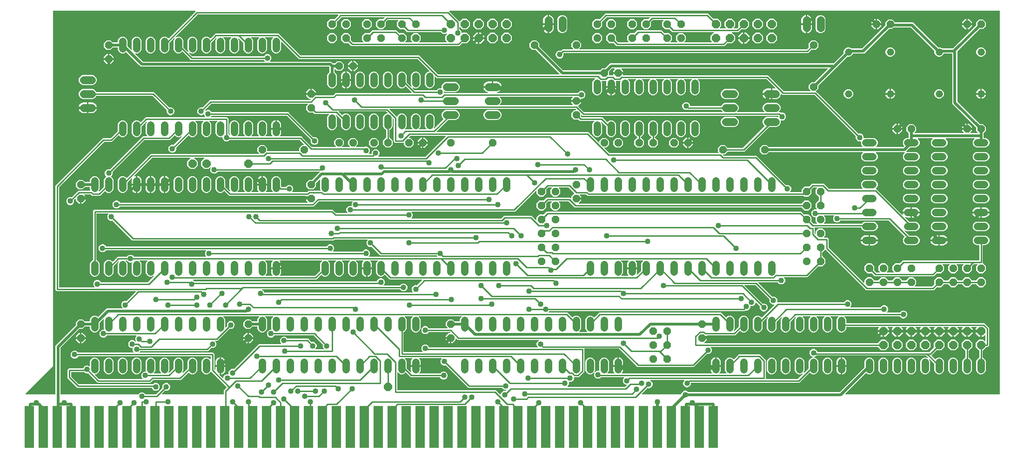
<source format=gtl>
G04 EAGLE Gerber RS-274X export*
G75*
%MOMM*%
%FSLAX34Y34*%
%LPD*%
%INTop Copper*%
%IPPOS*%
%AMOC8*
5,1,8,0,0,1.08239X$1,22.5*%
G01*
%ADD10R,1.780000X7.620000*%
%ADD11P,1.539592X8X112.500000*%
%ADD12C,1.422400*%
%ADD13P,1.429621X8X202.500000*%
%ADD14P,1.429621X8X292.500000*%
%ADD15C,1.320800*%
%ADD16P,1.429621X8X22.500000*%
%ADD17P,1.429621X8X112.500000*%
%ADD18P,1.539592X8X22.500000*%
%ADD19P,1.649562X8X22.500000*%
%ADD20C,1.320800*%
%ADD21P,1.539592X8X202.500000*%
%ADD22P,1.539592X8X292.500000*%
%ADD23C,0.508000*%
%ADD24C,1.016000*%
%ADD25C,0.254000*%

G36*
X80411Y100842D02*
X80411Y100842D01*
X80430Y100840D01*
X80532Y100862D01*
X80634Y100879D01*
X80651Y100888D01*
X80671Y100892D01*
X80760Y100945D01*
X80851Y100994D01*
X80865Y101008D01*
X80882Y101018D01*
X80949Y101097D01*
X81021Y101172D01*
X81029Y101190D01*
X81042Y101205D01*
X81081Y101301D01*
X81124Y101395D01*
X81126Y101415D01*
X81134Y101433D01*
X81152Y101600D01*
X81152Y189219D01*
X118140Y226207D01*
X118193Y226281D01*
X118253Y226351D01*
X118265Y226381D01*
X118284Y226407D01*
X118311Y226494D01*
X118345Y226579D01*
X118349Y226620D01*
X118356Y226642D01*
X118355Y226674D01*
X118363Y226745D01*
X118363Y232177D01*
X123423Y237237D01*
X130577Y237237D01*
X134418Y233396D01*
X134492Y233343D01*
X134562Y233283D01*
X134592Y233271D01*
X134618Y233252D01*
X134705Y233225D01*
X134790Y233191D01*
X134831Y233187D01*
X134853Y233180D01*
X134885Y233181D01*
X134957Y233173D01*
X143002Y233173D01*
X143022Y233176D01*
X143041Y233174D01*
X143143Y233196D01*
X143245Y233212D01*
X143262Y233222D01*
X143282Y233226D01*
X143371Y233279D01*
X143462Y233328D01*
X143476Y233342D01*
X143493Y233352D01*
X143560Y233431D01*
X143632Y233506D01*
X143640Y233524D01*
X143653Y233539D01*
X143692Y233635D01*
X143735Y233729D01*
X143737Y233749D01*
X143745Y233767D01*
X143763Y233934D01*
X143763Y236922D01*
X145078Y240096D01*
X147508Y242526D01*
X150682Y243841D01*
X154118Y243841D01*
X157292Y242526D01*
X158037Y241781D01*
X158054Y241769D01*
X158066Y241754D01*
X158153Y241698D01*
X158237Y241637D01*
X158256Y241631D01*
X158273Y241621D01*
X158373Y241595D01*
X158472Y241565D01*
X158492Y241565D01*
X158511Y241561D01*
X158614Y241569D01*
X158718Y241571D01*
X158737Y241578D01*
X158757Y241580D01*
X158852Y241620D01*
X158949Y241656D01*
X158965Y241668D01*
X158983Y241676D01*
X159114Y241781D01*
X174318Y256985D01*
X202606Y256985D01*
X202676Y256997D01*
X202748Y256999D01*
X202797Y257017D01*
X202848Y257025D01*
X202912Y257059D01*
X202979Y257083D01*
X203020Y257116D01*
X203066Y257140D01*
X203115Y257192D01*
X203171Y257237D01*
X203199Y257281D01*
X203235Y257318D01*
X203265Y257383D01*
X203304Y257444D01*
X203317Y257494D01*
X203339Y257541D01*
X203347Y257613D01*
X203364Y257682D01*
X203360Y257734D01*
X203366Y257786D01*
X203351Y257856D01*
X203345Y257927D01*
X203325Y257975D01*
X203314Y258026D01*
X203277Y258088D01*
X203249Y258154D01*
X203204Y258210D01*
X203187Y258237D01*
X203170Y258253D01*
X203144Y258285D01*
X201933Y259496D01*
X200850Y262110D01*
X200850Y264940D01*
X201933Y267554D01*
X203933Y269555D01*
X206548Y270638D01*
X209377Y270638D01*
X209634Y270532D01*
X209747Y270505D01*
X209861Y270476D01*
X209867Y270477D01*
X209873Y270475D01*
X209989Y270486D01*
X210106Y270495D01*
X210112Y270498D01*
X210118Y270498D01*
X210226Y270546D01*
X210332Y270592D01*
X210338Y270596D01*
X210343Y270598D01*
X210357Y270611D01*
X210463Y270697D01*
X227264Y287498D01*
X227306Y287556D01*
X227356Y287608D01*
X227378Y287655D01*
X227408Y287697D01*
X227429Y287766D01*
X227459Y287831D01*
X227465Y287883D01*
X227480Y287933D01*
X227479Y288004D01*
X227486Y288075D01*
X227475Y288126D01*
X227474Y288178D01*
X227449Y288246D01*
X227434Y288316D01*
X227407Y288361D01*
X227390Y288409D01*
X227345Y288465D01*
X227308Y288527D01*
X227268Y288561D01*
X227236Y288601D01*
X227176Y288640D01*
X227121Y288687D01*
X227073Y288706D01*
X227029Y288734D01*
X226959Y288752D01*
X226893Y288779D01*
X226822Y288787D01*
X226790Y288795D01*
X226767Y288793D01*
X226726Y288797D01*
X82769Y288797D01*
X80835Y290732D01*
X80835Y480793D01*
X166907Y566865D01*
X180879Y566865D01*
X180969Y566880D01*
X181060Y566887D01*
X181090Y566900D01*
X181122Y566905D01*
X181203Y566948D01*
X181286Y566983D01*
X181319Y567009D01*
X181339Y567020D01*
X181361Y567043D01*
X181417Y567088D01*
X194340Y580011D01*
X194393Y580085D01*
X194453Y580154D01*
X194465Y580185D01*
X194484Y580211D01*
X194511Y580298D01*
X194545Y580383D01*
X194549Y580424D01*
X194556Y580446D01*
X194555Y580478D01*
X194563Y580549D01*
X194563Y592522D01*
X195878Y595696D01*
X198308Y598126D01*
X201482Y599441D01*
X204918Y599441D01*
X208092Y598126D01*
X210522Y595696D01*
X211837Y592522D01*
X211837Y575878D01*
X210522Y572704D01*
X208092Y570274D01*
X204918Y568959D01*
X201482Y568959D01*
X198308Y570274D01*
X196665Y571917D01*
X196648Y571929D01*
X196636Y571944D01*
X196549Y572001D01*
X196465Y572061D01*
X196446Y572067D01*
X196429Y572077D01*
X196328Y572103D01*
X196230Y572133D01*
X196210Y572133D01*
X196190Y572137D01*
X196088Y572129D01*
X195984Y572127D01*
X195965Y572120D01*
X195945Y572118D01*
X195851Y572078D01*
X195753Y572042D01*
X195737Y572030D01*
X195719Y572022D01*
X195588Y571917D01*
X186088Y562417D01*
X183931Y560260D01*
X169958Y560260D01*
X169868Y560245D01*
X169777Y560238D01*
X169748Y560225D01*
X169716Y560220D01*
X169635Y560177D01*
X169551Y560142D01*
X169519Y560116D01*
X169498Y560105D01*
X169476Y560082D01*
X169420Y560037D01*
X87663Y478280D01*
X87610Y478206D01*
X87551Y478137D01*
X87538Y478106D01*
X87520Y478080D01*
X87493Y477993D01*
X87459Y477908D01*
X87454Y477867D01*
X87447Y477845D01*
X87448Y477813D01*
X87440Y477742D01*
X87440Y296164D01*
X87443Y296144D01*
X87441Y296125D01*
X87463Y296023D01*
X87480Y295921D01*
X87489Y295904D01*
X87494Y295884D01*
X87547Y295795D01*
X87595Y295704D01*
X87609Y295690D01*
X87620Y295673D01*
X87698Y295606D01*
X87773Y295534D01*
X87791Y295526D01*
X87807Y295513D01*
X87903Y295474D01*
X87996Y295431D01*
X88016Y295429D01*
X88035Y295421D01*
X88201Y295403D01*
X151488Y295403D01*
X151559Y295414D01*
X151630Y295416D01*
X151679Y295434D01*
X151731Y295442D01*
X151794Y295476D01*
X151861Y295501D01*
X151902Y295533D01*
X151948Y295558D01*
X151998Y295610D01*
X152054Y295654D01*
X152082Y295698D01*
X152118Y295736D01*
X152148Y295801D01*
X152187Y295861D01*
X152199Y295912D01*
X152221Y295959D01*
X152229Y296030D01*
X152247Y296100D01*
X152243Y296152D01*
X152248Y296203D01*
X152233Y296274D01*
X152227Y296345D01*
X152207Y296393D01*
X152196Y296444D01*
X152159Y296505D01*
X152131Y296571D01*
X152086Y296627D01*
X152070Y296655D01*
X152052Y296670D01*
X152026Y296702D01*
X151133Y297596D01*
X150050Y300210D01*
X150050Y303040D01*
X151133Y305654D01*
X153133Y307655D01*
X155748Y308738D01*
X158577Y308738D01*
X161192Y307655D01*
X163192Y305654D01*
X163299Y305398D01*
X163360Y305299D01*
X163420Y305198D01*
X163425Y305194D01*
X163428Y305189D01*
X163518Y305115D01*
X163607Y305038D01*
X163613Y305036D01*
X163618Y305032D01*
X163725Y304990D01*
X163835Y304946D01*
X163843Y304945D01*
X163847Y304944D01*
X163866Y304943D01*
X164002Y304928D01*
X249142Y304928D01*
X249232Y304942D01*
X249323Y304950D01*
X249352Y304962D01*
X249384Y304967D01*
X249465Y305010D01*
X249549Y305046D01*
X249581Y305072D01*
X249602Y305083D01*
X249624Y305106D01*
X249680Y305151D01*
X259449Y314919D01*
X259505Y314998D01*
X259567Y315073D01*
X259577Y315098D01*
X259592Y315119D01*
X259621Y315212D01*
X259656Y315303D01*
X259657Y315329D01*
X259664Y315354D01*
X259662Y315452D01*
X259666Y315549D01*
X259659Y315574D01*
X259658Y315600D01*
X259625Y315692D01*
X259598Y315785D01*
X259583Y315806D01*
X259574Y315831D01*
X259513Y315907D01*
X259457Y315987D01*
X259436Y316003D01*
X259420Y316023D01*
X259338Y316076D01*
X259260Y316134D01*
X259235Y316142D01*
X259213Y316156D01*
X259119Y316180D01*
X259026Y316210D01*
X259000Y316210D01*
X258974Y316216D01*
X258878Y316209D01*
X258780Y316208D01*
X258749Y316199D01*
X258729Y316197D01*
X258699Y316184D01*
X258619Y316161D01*
X255718Y314959D01*
X252282Y314959D01*
X249108Y316274D01*
X246678Y318704D01*
X245363Y321878D01*
X245363Y338522D01*
X246678Y341696D01*
X248042Y343060D01*
X248084Y343118D01*
X248133Y343170D01*
X248155Y343218D01*
X248186Y343260D01*
X248207Y343328D01*
X248237Y343394D01*
X248243Y343445D01*
X248258Y343495D01*
X248256Y343567D01*
X248264Y343638D01*
X248253Y343689D01*
X248252Y343741D01*
X248227Y343808D01*
X248212Y343878D01*
X248185Y343923D01*
X248167Y343972D01*
X248122Y344028D01*
X248086Y344089D01*
X248046Y344123D01*
X248013Y344164D01*
X247953Y344203D01*
X247899Y344249D01*
X247850Y344269D01*
X247807Y344297D01*
X247737Y344314D01*
X247670Y344341D01*
X247599Y344349D01*
X247568Y344357D01*
X247545Y344355D01*
X247504Y344360D01*
X235096Y344360D01*
X235026Y344348D01*
X234954Y344346D01*
X234905Y344328D01*
X234853Y344320D01*
X234790Y344286D01*
X234723Y344262D01*
X234682Y344229D01*
X234636Y344205D01*
X234587Y344153D01*
X234531Y344108D01*
X234503Y344064D01*
X234467Y344027D01*
X234437Y343962D01*
X234398Y343901D01*
X234385Y343851D01*
X234363Y343804D01*
X234355Y343732D01*
X234338Y343663D01*
X234342Y343611D01*
X234336Y343559D01*
X234351Y343489D01*
X234357Y343418D01*
X234377Y343370D01*
X234388Y343319D01*
X234425Y343257D01*
X234453Y343191D01*
X234498Y343135D01*
X234514Y343108D01*
X234532Y343092D01*
X234558Y343060D01*
X235922Y341696D01*
X237237Y338522D01*
X237237Y321878D01*
X235922Y318704D01*
X233492Y316274D01*
X230318Y314959D01*
X226882Y314959D01*
X223708Y316274D01*
X221278Y318704D01*
X219963Y321878D01*
X219963Y338522D01*
X220494Y339802D01*
X220510Y339872D01*
X220536Y339939D01*
X220538Y339991D01*
X220550Y340042D01*
X220543Y340113D01*
X220546Y340185D01*
X220532Y340235D01*
X220527Y340287D01*
X220498Y340352D01*
X220478Y340421D01*
X220448Y340464D01*
X220427Y340511D01*
X220378Y340564D01*
X220337Y340623D01*
X220296Y340654D01*
X220260Y340693D01*
X220197Y340727D01*
X220140Y340770D01*
X220090Y340786D01*
X220045Y340811D01*
X219974Y340824D01*
X219906Y340846D01*
X219854Y340846D01*
X219803Y340855D01*
X219732Y340844D01*
X219660Y340844D01*
X219591Y340824D01*
X219559Y340819D01*
X219538Y340808D01*
X219499Y340797D01*
X218902Y340550D01*
X216073Y340550D01*
X213458Y341633D01*
X211458Y343633D01*
X211351Y343890D01*
X211290Y343989D01*
X211230Y344089D01*
X211225Y344094D01*
X211222Y344099D01*
X211132Y344173D01*
X211043Y344249D01*
X211037Y344252D01*
X211032Y344256D01*
X210925Y344297D01*
X210815Y344341D01*
X210807Y344342D01*
X210803Y344344D01*
X210784Y344345D01*
X210648Y344360D01*
X209696Y344360D01*
X209626Y344348D01*
X209554Y344346D01*
X209505Y344328D01*
X209453Y344320D01*
X209390Y344286D01*
X209323Y344262D01*
X209282Y344229D01*
X209236Y344205D01*
X209187Y344153D01*
X209131Y344108D01*
X209103Y344064D01*
X209067Y344027D01*
X209037Y343962D01*
X208998Y343901D01*
X208985Y343851D01*
X208963Y343804D01*
X208955Y343732D01*
X208938Y343663D01*
X208942Y343611D01*
X208936Y343559D01*
X208951Y343489D01*
X208957Y343418D01*
X208977Y343370D01*
X208988Y343319D01*
X209025Y343257D01*
X209053Y343191D01*
X209098Y343135D01*
X209114Y343108D01*
X209132Y343092D01*
X209158Y343060D01*
X210522Y341696D01*
X211837Y338522D01*
X211837Y321878D01*
X210522Y318704D01*
X208092Y316274D01*
X204918Y314959D01*
X201482Y314959D01*
X198308Y316274D01*
X195878Y318704D01*
X194563Y321878D01*
X194563Y338522D01*
X195765Y341423D01*
X195787Y341518D01*
X195816Y341611D01*
X195815Y341637D01*
X195821Y341662D01*
X195812Y341759D01*
X195809Y341857D01*
X195800Y341881D01*
X195798Y341907D01*
X195758Y341996D01*
X195725Y342088D01*
X195709Y342108D01*
X195698Y342132D01*
X195632Y342204D01*
X195571Y342280D01*
X195549Y342294D01*
X195532Y342313D01*
X195446Y342360D01*
X195364Y342413D01*
X195339Y342419D01*
X195316Y342432D01*
X195220Y342449D01*
X195126Y342473D01*
X195100Y342471D01*
X195074Y342475D01*
X194977Y342461D01*
X194881Y342454D01*
X194857Y342443D01*
X194831Y342440D01*
X194744Y342395D01*
X194654Y342357D01*
X194629Y342337D01*
X194611Y342328D01*
X194588Y342304D01*
X194523Y342253D01*
X186660Y334389D01*
X186607Y334315D01*
X186547Y334246D01*
X186535Y334215D01*
X186516Y334189D01*
X186489Y334102D01*
X186455Y334017D01*
X186451Y333976D01*
X186444Y333954D01*
X186445Y333922D01*
X186437Y333851D01*
X186437Y321878D01*
X185122Y318704D01*
X182692Y316274D01*
X179518Y314959D01*
X176082Y314959D01*
X172908Y316274D01*
X170478Y318704D01*
X169163Y321878D01*
X169163Y338522D01*
X170478Y341696D01*
X172908Y344126D01*
X176082Y345441D01*
X179518Y345441D01*
X182692Y344126D01*
X184335Y342483D01*
X184352Y342471D01*
X184364Y342456D01*
X184451Y342400D01*
X184535Y342339D01*
X184554Y342333D01*
X184571Y342323D01*
X184671Y342297D01*
X184770Y342267D01*
X184790Y342267D01*
X184809Y342263D01*
X184912Y342271D01*
X185016Y342273D01*
X185035Y342280D01*
X185055Y342282D01*
X185150Y342322D01*
X185247Y342358D01*
X185263Y342370D01*
X185281Y342378D01*
X185412Y342483D01*
X193894Y350965D01*
X210648Y350965D01*
X210763Y350984D01*
X210879Y351001D01*
X210885Y351004D01*
X210891Y351005D01*
X210994Y351059D01*
X211098Y351113D01*
X211103Y351117D01*
X211108Y351120D01*
X211189Y351205D01*
X211271Y351288D01*
X211274Y351295D01*
X211278Y351298D01*
X211286Y351315D01*
X211351Y351435D01*
X211458Y351692D01*
X213458Y353692D01*
X216073Y354775D01*
X218902Y354775D01*
X221517Y353692D01*
X223517Y351692D01*
X223624Y351435D01*
X223685Y351336D01*
X223745Y351236D01*
X223750Y351231D01*
X223753Y351226D01*
X223843Y351152D01*
X223932Y351076D01*
X223938Y351073D01*
X223943Y351069D01*
X224050Y351028D01*
X224160Y350984D01*
X224168Y350983D01*
X224172Y350981D01*
X224191Y350980D01*
X224327Y350965D01*
X354688Y350965D01*
X354759Y350977D01*
X354830Y350979D01*
X354879Y350997D01*
X354931Y351005D01*
X354994Y351039D01*
X355061Y351063D01*
X355102Y351096D01*
X355148Y351120D01*
X355198Y351172D01*
X355254Y351217D01*
X355282Y351261D01*
X355318Y351298D01*
X355348Y351363D01*
X355387Y351424D01*
X355399Y351474D01*
X355421Y351521D01*
X355429Y351593D01*
X355447Y351662D01*
X355443Y351714D01*
X355448Y351766D01*
X355433Y351836D01*
X355427Y351907D01*
X355407Y351955D01*
X355396Y352006D01*
X355359Y352068D01*
X355331Y352134D01*
X355286Y352190D01*
X355270Y352217D01*
X355252Y352233D01*
X355226Y352265D01*
X354333Y353158D01*
X353250Y355773D01*
X353250Y358602D01*
X354333Y361217D01*
X355226Y362110D01*
X355268Y362168D01*
X355318Y362220D01*
X355339Y362268D01*
X355370Y362310D01*
X355391Y362378D01*
X355421Y362444D01*
X355427Y362495D01*
X355442Y362545D01*
X355440Y362617D01*
X355448Y362688D01*
X355437Y362739D01*
X355436Y362791D01*
X355411Y362858D01*
X355396Y362928D01*
X355369Y362973D01*
X355351Y363022D01*
X355307Y363078D01*
X355270Y363139D01*
X355230Y363173D01*
X355198Y363214D01*
X355137Y363253D01*
X355083Y363299D01*
X355035Y363319D01*
X354991Y363347D01*
X354921Y363364D01*
X354855Y363391D01*
X354783Y363399D01*
X354752Y363407D01*
X354729Y363405D01*
X354688Y363410D01*
X173527Y363410D01*
X173412Y363391D01*
X173296Y363374D01*
X173290Y363371D01*
X173284Y363370D01*
X173181Y363316D01*
X173077Y363262D01*
X173072Y363258D01*
X173067Y363255D01*
X172986Y363170D01*
X172904Y363087D01*
X172901Y363080D01*
X172897Y363077D01*
X172889Y363060D01*
X172824Y362940D01*
X172717Y362683D01*
X170717Y360683D01*
X168102Y359600D01*
X165273Y359600D01*
X162658Y360683D01*
X160658Y362683D01*
X159575Y365298D01*
X159575Y368127D01*
X160658Y370742D01*
X162658Y372742D01*
X165273Y373825D01*
X168102Y373825D01*
X170717Y372742D01*
X172717Y370742D01*
X172824Y370485D01*
X172885Y370386D01*
X172945Y370286D01*
X172950Y370281D01*
X172953Y370276D01*
X173043Y370202D01*
X173132Y370126D01*
X173138Y370123D01*
X173143Y370119D01*
X173250Y370078D01*
X173360Y370034D01*
X173368Y370033D01*
X173372Y370031D01*
X173391Y370030D01*
X173527Y370015D01*
X574186Y370015D01*
X574300Y370034D01*
X574417Y370051D01*
X574422Y370054D01*
X574428Y370055D01*
X574531Y370109D01*
X574636Y370163D01*
X574640Y370167D01*
X574646Y370170D01*
X574726Y370255D01*
X574808Y370338D01*
X574812Y370345D01*
X574815Y370348D01*
X574823Y370365D01*
X574889Y370485D01*
X574995Y370742D01*
X576996Y372742D01*
X579610Y373825D01*
X582440Y373825D01*
X585054Y372742D01*
X587055Y370742D01*
X588138Y368127D01*
X588138Y365298D01*
X587055Y362683D01*
X586161Y361790D01*
X586119Y361732D01*
X586070Y361680D01*
X586048Y361632D01*
X586018Y361590D01*
X585997Y361522D01*
X585966Y361456D01*
X585961Y361405D01*
X585945Y361355D01*
X585947Y361283D01*
X585939Y361212D01*
X585950Y361161D01*
X585952Y361109D01*
X585976Y361042D01*
X585991Y360972D01*
X586018Y360927D01*
X586036Y360878D01*
X586081Y360822D01*
X586118Y360761D01*
X586157Y360727D01*
X586190Y360686D01*
X586250Y360647D01*
X586305Y360601D01*
X586353Y360581D01*
X586397Y360553D01*
X586466Y360536D01*
X586533Y360509D01*
X586604Y360501D01*
X586635Y360493D01*
X586659Y360495D01*
X586699Y360490D01*
X639273Y360490D01*
X639388Y360509D01*
X639504Y360526D01*
X639510Y360529D01*
X639516Y360530D01*
X639619Y360584D01*
X639723Y360638D01*
X639728Y360642D01*
X639733Y360645D01*
X639814Y360730D01*
X639896Y360813D01*
X639899Y360820D01*
X639903Y360823D01*
X639911Y360840D01*
X639976Y360960D01*
X640083Y361217D01*
X642083Y363217D01*
X644698Y364300D01*
X647527Y364300D01*
X650142Y363217D01*
X652142Y361217D01*
X653225Y358602D01*
X653225Y355773D01*
X652142Y353158D01*
X651249Y352265D01*
X651207Y352207D01*
X651157Y352155D01*
X651136Y352107D01*
X651105Y352065D01*
X651084Y351997D01*
X651054Y351931D01*
X651048Y351880D01*
X651033Y351830D01*
X651035Y351758D01*
X651027Y351687D01*
X651038Y351636D01*
X651039Y351584D01*
X651064Y351517D01*
X651079Y351447D01*
X651106Y351402D01*
X651124Y351353D01*
X651168Y351297D01*
X651205Y351236D01*
X651245Y351202D01*
X651277Y351161D01*
X651338Y351122D01*
X651392Y351076D01*
X651440Y351056D01*
X651484Y351028D01*
X651554Y351011D01*
X651620Y350984D01*
X651692Y350976D01*
X651723Y350968D01*
X651746Y350970D01*
X651787Y350965D01*
X775376Y350965D01*
X775446Y350977D01*
X775518Y350979D01*
X775567Y350997D01*
X775618Y351005D01*
X775682Y351039D01*
X775749Y351063D01*
X775790Y351096D01*
X775836Y351120D01*
X775885Y351172D01*
X775941Y351217D01*
X775969Y351261D01*
X776005Y351298D01*
X776035Y351363D01*
X776074Y351424D01*
X776087Y351474D01*
X776109Y351521D01*
X776117Y351593D01*
X776134Y351662D01*
X776130Y351714D01*
X776136Y351766D01*
X776121Y351836D01*
X776115Y351907D01*
X776095Y351955D01*
X776084Y352006D01*
X776047Y352068D01*
X776019Y352134D01*
X775974Y352190D01*
X775957Y352217D01*
X775940Y352233D01*
X775914Y352265D01*
X775020Y353158D01*
X774914Y353415D01*
X774853Y353514D01*
X774792Y353614D01*
X774788Y353619D01*
X774784Y353624D01*
X774695Y353698D01*
X774606Y353774D01*
X774600Y353777D01*
X774595Y353781D01*
X774487Y353822D01*
X774377Y353866D01*
X774370Y353867D01*
X774365Y353869D01*
X774347Y353870D01*
X774211Y353885D01*
X671732Y353885D01*
X669574Y356042D01*
X656551Y369066D01*
X656456Y369134D01*
X656362Y369204D01*
X656356Y369206D01*
X656351Y369209D01*
X656240Y369244D01*
X656128Y369280D01*
X656122Y369280D01*
X656116Y369282D01*
X655999Y369279D01*
X655882Y369278D01*
X655875Y369276D01*
X655870Y369275D01*
X655852Y369269D01*
X655721Y369231D01*
X655465Y369125D01*
X652635Y369125D01*
X650021Y370208D01*
X648020Y372208D01*
X646937Y374823D01*
X646937Y377652D01*
X648020Y380267D01*
X648914Y381160D01*
X648956Y381218D01*
X649005Y381270D01*
X649027Y381318D01*
X649057Y381360D01*
X649078Y381428D01*
X649109Y381494D01*
X649114Y381545D01*
X649130Y381595D01*
X649128Y381667D01*
X649136Y381738D01*
X649125Y381789D01*
X649123Y381841D01*
X649099Y381908D01*
X649084Y381978D01*
X649057Y382023D01*
X649039Y382072D01*
X648994Y382128D01*
X648957Y382189D01*
X648918Y382223D01*
X648885Y382264D01*
X648825Y382303D01*
X648770Y382349D01*
X648722Y382369D01*
X648678Y382397D01*
X648609Y382414D01*
X648542Y382441D01*
X648471Y382449D01*
X648440Y382457D01*
X648416Y382455D01*
X648376Y382460D01*
X589058Y382460D01*
X588968Y382445D01*
X588877Y382438D01*
X588848Y382425D01*
X588816Y382420D01*
X588735Y382377D01*
X588651Y382342D01*
X588619Y382316D01*
X588598Y382305D01*
X588576Y382282D01*
X588520Y382237D01*
X587156Y380872D01*
X220882Y380872D01*
X185063Y416691D01*
X184968Y416759D01*
X184875Y416829D01*
X184869Y416831D01*
X184864Y416834D01*
X184752Y416869D01*
X184641Y416905D01*
X184634Y416905D01*
X184628Y416907D01*
X184512Y416904D01*
X184395Y416903D01*
X184388Y416901D01*
X184383Y416900D01*
X184365Y416894D01*
X184234Y416856D01*
X183977Y416750D01*
X181148Y416750D01*
X178533Y417833D01*
X176533Y419833D01*
X175450Y422448D01*
X175450Y425277D01*
X176533Y427892D01*
X177426Y428785D01*
X177468Y428843D01*
X177518Y428895D01*
X177539Y428943D01*
X177570Y428985D01*
X177591Y429053D01*
X177621Y429119D01*
X177627Y429170D01*
X177642Y429220D01*
X177640Y429292D01*
X177648Y429363D01*
X177637Y429414D01*
X177636Y429466D01*
X177611Y429533D01*
X177596Y429603D01*
X177569Y429648D01*
X177551Y429697D01*
X177507Y429753D01*
X177470Y429814D01*
X177430Y429848D01*
X177398Y429889D01*
X177337Y429928D01*
X177283Y429974D01*
X177235Y429994D01*
X177191Y430022D01*
X177121Y430039D01*
X177055Y430066D01*
X176983Y430074D01*
X176952Y430082D01*
X176929Y430080D01*
X176888Y430085D01*
X156464Y430085D01*
X156444Y430082D01*
X156425Y430084D01*
X156323Y430062D01*
X156221Y430045D01*
X156204Y430036D01*
X156184Y430031D01*
X156095Y429978D01*
X156004Y429930D01*
X155990Y429916D01*
X155973Y429905D01*
X155906Y429827D01*
X155834Y429752D01*
X155826Y429734D01*
X155813Y429718D01*
X155774Y429622D01*
X155731Y429529D01*
X155729Y429509D01*
X155721Y429490D01*
X155703Y429324D01*
X155703Y345293D01*
X155722Y345178D01*
X155739Y345062D01*
X155741Y345056D01*
X155742Y345050D01*
X155797Y344948D01*
X155850Y344843D01*
X155855Y344838D01*
X155858Y344833D01*
X155942Y344753D01*
X156026Y344671D01*
X156032Y344667D01*
X156036Y344663D01*
X156053Y344656D01*
X156173Y344590D01*
X157292Y344126D01*
X159722Y341696D01*
X161037Y338522D01*
X161037Y321878D01*
X159722Y318704D01*
X157292Y316274D01*
X154118Y314959D01*
X150682Y314959D01*
X147508Y316274D01*
X145078Y318704D01*
X143763Y321878D01*
X143763Y338522D01*
X145078Y341696D01*
X147508Y344126D01*
X148627Y344590D01*
X148727Y344651D01*
X148827Y344711D01*
X148831Y344716D01*
X148836Y344719D01*
X148911Y344809D01*
X148987Y344898D01*
X148989Y344904D01*
X148993Y344909D01*
X149035Y345017D01*
X149079Y345126D01*
X149080Y345134D01*
X149081Y345138D01*
X149082Y345157D01*
X149097Y345293D01*
X149097Y434756D01*
X151032Y436690D01*
X585568Y436690D01*
X591695Y430563D01*
X591769Y430510D01*
X591838Y430451D01*
X591869Y430439D01*
X591895Y430420D01*
X591982Y430393D01*
X592067Y430359D01*
X592108Y430354D01*
X592130Y430347D01*
X592162Y430348D01*
X592233Y430340D01*
X611863Y430340D01*
X611934Y430352D01*
X612005Y430354D01*
X612054Y430372D01*
X612106Y430380D01*
X612169Y430414D01*
X612236Y430438D01*
X612277Y430471D01*
X612323Y430495D01*
X612373Y430547D01*
X612429Y430592D01*
X612457Y430636D01*
X612493Y430673D01*
X612523Y430738D01*
X612562Y430799D01*
X612574Y430849D01*
X612596Y430896D01*
X612604Y430968D01*
X612622Y431037D01*
X612618Y431089D01*
X612623Y431141D01*
X612608Y431211D01*
X612602Y431282D01*
X612582Y431330D01*
X612571Y431381D01*
X612534Y431443D01*
X612506Y431509D01*
X612461Y431565D01*
X612445Y431592D01*
X612427Y431608D01*
X612401Y431640D01*
X611508Y432533D01*
X610425Y435148D01*
X610425Y437977D01*
X611508Y440592D01*
X613508Y442592D01*
X616123Y443675D01*
X618952Y443675D01*
X618957Y443673D01*
X619027Y443657D01*
X619094Y443631D01*
X619146Y443629D01*
X619197Y443617D01*
X619268Y443624D01*
X619340Y443621D01*
X619390Y443635D01*
X619441Y443640D01*
X619507Y443669D01*
X619576Y443689D01*
X619619Y443719D01*
X619666Y443740D01*
X619719Y443789D01*
X619778Y443830D01*
X619809Y443871D01*
X619847Y443907D01*
X619882Y443969D01*
X619925Y444027D01*
X619941Y444076D01*
X619966Y444122D01*
X619979Y444193D01*
X620001Y444261D01*
X620000Y444313D01*
X620010Y444364D01*
X619999Y444435D01*
X619999Y444507D01*
X619979Y444576D01*
X619974Y444607D01*
X619963Y444628D01*
X619952Y444668D01*
X619950Y444673D01*
X619950Y447502D01*
X621033Y450117D01*
X621926Y451010D01*
X621968Y451068D01*
X622018Y451120D01*
X622039Y451168D01*
X622070Y451210D01*
X622091Y451278D01*
X622121Y451344D01*
X622127Y451395D01*
X622142Y451445D01*
X622140Y451517D01*
X622148Y451588D01*
X622137Y451639D01*
X622136Y451691D01*
X622111Y451758D01*
X622096Y451828D01*
X622069Y451873D01*
X622051Y451922D01*
X622007Y451978D01*
X621970Y452039D01*
X621930Y452073D01*
X621898Y452114D01*
X621837Y452153D01*
X621783Y452199D01*
X621735Y452219D01*
X621691Y452247D01*
X621621Y452264D01*
X621555Y452291D01*
X621483Y452299D01*
X621452Y452307D01*
X621429Y452305D01*
X621388Y452310D01*
X560483Y452310D01*
X560393Y452295D01*
X560302Y452288D01*
X560273Y452275D01*
X560241Y452270D01*
X560160Y452227D01*
X560076Y452192D01*
X560044Y452166D01*
X560023Y452155D01*
X560001Y452132D01*
X559945Y452087D01*
X550643Y442785D01*
X198927Y442785D01*
X198812Y442766D01*
X198696Y442749D01*
X198690Y442746D01*
X198684Y442745D01*
X198581Y442691D01*
X198477Y442637D01*
X198472Y442633D01*
X198467Y442630D01*
X198386Y442545D01*
X198304Y442462D01*
X198301Y442455D01*
X198297Y442452D01*
X198289Y442435D01*
X198224Y442315D01*
X198117Y442058D01*
X196117Y440058D01*
X193502Y438975D01*
X190673Y438975D01*
X188058Y440058D01*
X186058Y442058D01*
X184975Y444673D01*
X184975Y447502D01*
X186058Y450117D01*
X188058Y452117D01*
X190673Y453200D01*
X193502Y453200D01*
X196117Y452117D01*
X198117Y450117D01*
X198224Y449860D01*
X198285Y449761D01*
X198345Y449661D01*
X198350Y449656D01*
X198353Y449651D01*
X198443Y449577D01*
X198532Y449501D01*
X198538Y449498D01*
X198543Y449494D01*
X198650Y449453D01*
X198760Y449409D01*
X198768Y449408D01*
X198772Y449406D01*
X198791Y449405D01*
X198927Y449390D01*
X539139Y449390D01*
X539210Y449402D01*
X539282Y449404D01*
X539331Y449422D01*
X539382Y449430D01*
X539445Y449464D01*
X539513Y449488D01*
X539553Y449521D01*
X539600Y449545D01*
X539649Y449597D01*
X539705Y449642D01*
X539733Y449686D01*
X539769Y449723D01*
X539799Y449788D01*
X539838Y449849D01*
X539851Y449899D01*
X539873Y449946D01*
X539880Y450018D01*
X539898Y450087D01*
X539894Y450139D01*
X539900Y450191D01*
X539884Y450261D01*
X539879Y450332D01*
X539858Y450380D01*
X539847Y450431D01*
X539811Y450493D01*
X539782Y450559D01*
X539738Y450615D01*
X539721Y450642D01*
X539703Y450658D01*
X539678Y450690D01*
X536955Y453412D01*
X536955Y455677D01*
X545338Y455677D01*
X545358Y455680D01*
X545377Y455678D01*
X545479Y455700D01*
X545581Y455717D01*
X545598Y455726D01*
X545618Y455730D01*
X545707Y455783D01*
X545798Y455832D01*
X545812Y455846D01*
X545829Y455856D01*
X545896Y455935D01*
X545967Y456010D01*
X545976Y456028D01*
X545989Y456043D01*
X546027Y456139D01*
X546071Y456233D01*
X546073Y456253D01*
X546081Y456271D01*
X546099Y456438D01*
X546099Y457962D01*
X546096Y457982D01*
X546098Y458001D01*
X546076Y458103D01*
X546059Y458205D01*
X546050Y458222D01*
X546046Y458242D01*
X545993Y458331D01*
X545944Y458422D01*
X545930Y458436D01*
X545920Y458453D01*
X545841Y458520D01*
X545766Y458591D01*
X545748Y458600D01*
X545733Y458613D01*
X545637Y458652D01*
X545543Y458695D01*
X545523Y458697D01*
X545505Y458705D01*
X545338Y458723D01*
X536955Y458723D01*
X536955Y461074D01*
X536952Y461093D01*
X536954Y461113D01*
X536932Y461214D01*
X536916Y461316D01*
X536906Y461334D01*
X536902Y461353D01*
X536849Y461442D01*
X536800Y461534D01*
X536786Y461547D01*
X536776Y461564D01*
X536697Y461632D01*
X536622Y461703D01*
X536604Y461711D01*
X536589Y461724D01*
X536493Y461763D01*
X536399Y461807D01*
X536379Y461809D01*
X536361Y461816D01*
X536194Y461835D01*
X397094Y461835D01*
X394937Y463992D01*
X388612Y470317D01*
X388596Y470329D01*
X388583Y470344D01*
X388496Y470400D01*
X388412Y470461D01*
X388393Y470467D01*
X388376Y470477D01*
X388276Y470503D01*
X388177Y470533D01*
X388157Y470533D01*
X388138Y470537D01*
X388035Y470529D01*
X387931Y470527D01*
X387913Y470520D01*
X387893Y470518D01*
X387798Y470478D01*
X387700Y470442D01*
X387685Y470430D01*
X387666Y470422D01*
X387535Y470317D01*
X385892Y468674D01*
X382718Y467359D01*
X379282Y467359D01*
X376108Y468674D01*
X373678Y471104D01*
X372363Y474278D01*
X372363Y490922D01*
X373678Y494096D01*
X376108Y496526D01*
X379282Y497841D01*
X382718Y497841D01*
X385892Y496526D01*
X388322Y494096D01*
X389637Y490922D01*
X389637Y478949D01*
X389651Y478859D01*
X389659Y478768D01*
X389671Y478739D01*
X389676Y478707D01*
X389719Y478626D01*
X389755Y478542D01*
X389781Y478510D01*
X389792Y478489D01*
X389815Y478467D01*
X389860Y478411D01*
X397723Y470547D01*
X397802Y470491D01*
X397877Y470429D01*
X397902Y470419D01*
X397923Y470404D01*
X398016Y470375D01*
X398107Y470340D01*
X398133Y470339D01*
X398158Y470332D01*
X398256Y470334D01*
X398353Y470330D01*
X398378Y470337D01*
X398404Y470338D01*
X398495Y470371D01*
X398589Y470398D01*
X398611Y470413D01*
X398635Y470422D01*
X398711Y470483D01*
X398791Y470539D01*
X398807Y470560D01*
X398827Y470576D01*
X398880Y470658D01*
X398938Y470736D01*
X398946Y470761D01*
X398960Y470783D01*
X398984Y470877D01*
X399014Y470970D01*
X399014Y470996D01*
X399020Y471022D01*
X399013Y471118D01*
X399012Y471216D01*
X399003Y471247D01*
X399001Y471267D01*
X398988Y471297D01*
X398965Y471377D01*
X397763Y474278D01*
X397763Y490922D01*
X399078Y494096D01*
X401508Y496526D01*
X404682Y497841D01*
X408118Y497841D01*
X411292Y496526D01*
X413722Y494096D01*
X415037Y490922D01*
X415037Y474278D01*
X413722Y471104D01*
X412358Y469740D01*
X412316Y469682D01*
X412267Y469630D01*
X412245Y469582D01*
X412214Y469540D01*
X412193Y469472D01*
X412163Y469406D01*
X412157Y469355D01*
X412142Y469305D01*
X412144Y469233D01*
X412136Y469162D01*
X412147Y469111D01*
X412148Y469059D01*
X412173Y468992D01*
X412188Y468922D01*
X412215Y468877D01*
X412233Y468828D01*
X412278Y468772D01*
X412314Y468711D01*
X412354Y468677D01*
X412387Y468636D01*
X412447Y468597D01*
X412501Y468551D01*
X412550Y468531D01*
X412593Y468503D01*
X412663Y468486D01*
X412730Y468459D01*
X412801Y468451D01*
X412832Y468443D01*
X412855Y468445D01*
X412896Y468440D01*
X425304Y468440D01*
X425374Y468452D01*
X425446Y468454D01*
X425495Y468472D01*
X425547Y468480D01*
X425610Y468514D01*
X425677Y468538D01*
X425718Y468571D01*
X425764Y468595D01*
X425813Y468647D01*
X425869Y468692D01*
X425897Y468736D01*
X425933Y468773D01*
X425963Y468838D01*
X426002Y468899D01*
X426015Y468949D01*
X426037Y468996D01*
X426045Y469068D01*
X426062Y469137D01*
X426058Y469189D01*
X426064Y469241D01*
X426049Y469311D01*
X426043Y469382D01*
X426023Y469430D01*
X426012Y469481D01*
X425975Y469543D01*
X425947Y469609D01*
X425902Y469665D01*
X425886Y469692D01*
X425868Y469708D01*
X425842Y469740D01*
X424478Y471104D01*
X423163Y474278D01*
X423163Y490922D01*
X424478Y494096D01*
X426908Y496526D01*
X430082Y497841D01*
X433518Y497841D01*
X436692Y496526D01*
X439122Y494096D01*
X440437Y490922D01*
X440437Y474278D01*
X439122Y471104D01*
X437758Y469740D01*
X437716Y469682D01*
X437667Y469630D01*
X437645Y469582D01*
X437614Y469540D01*
X437593Y469472D01*
X437563Y469406D01*
X437557Y469355D01*
X437542Y469305D01*
X437544Y469233D01*
X437536Y469162D01*
X437547Y469111D01*
X437548Y469059D01*
X437573Y468992D01*
X437588Y468922D01*
X437615Y468877D01*
X437633Y468828D01*
X437678Y468772D01*
X437714Y468711D01*
X437754Y468677D01*
X437787Y468636D01*
X437847Y468597D01*
X437901Y468551D01*
X437950Y468531D01*
X437993Y468503D01*
X438063Y468486D01*
X438130Y468459D01*
X438201Y468451D01*
X438232Y468443D01*
X438255Y468445D01*
X438296Y468440D01*
X449985Y468440D01*
X450056Y468452D01*
X450128Y468454D01*
X450177Y468472D01*
X450228Y468480D01*
X450291Y468513D01*
X450359Y468538D01*
X450400Y468571D01*
X450445Y468595D01*
X450495Y468647D01*
X450551Y468692D01*
X450579Y468736D01*
X450615Y468773D01*
X450645Y468839D01*
X450684Y468899D01*
X450697Y468949D01*
X450718Y468996D01*
X450726Y469068D01*
X450744Y469137D01*
X450740Y469189D01*
X450746Y469241D01*
X450730Y469311D01*
X450725Y469383D01*
X450704Y469430D01*
X450693Y469481D01*
X450657Y469543D01*
X450628Y469609D01*
X450584Y469665D01*
X450567Y469692D01*
X450549Y469708D01*
X450524Y469740D01*
X450097Y470167D01*
X449096Y471664D01*
X448407Y473329D01*
X448055Y475095D01*
X448055Y481077D01*
X456438Y481077D01*
X456458Y481080D01*
X456477Y481078D01*
X456579Y481100D01*
X456681Y481117D01*
X456698Y481126D01*
X456718Y481130D01*
X456807Y481183D01*
X456898Y481232D01*
X456912Y481246D01*
X456929Y481256D01*
X456996Y481335D01*
X457067Y481410D01*
X457076Y481428D01*
X457089Y481443D01*
X457127Y481539D01*
X457171Y481633D01*
X457173Y481653D01*
X457181Y481671D01*
X457199Y481838D01*
X457199Y482601D01*
X457201Y482601D01*
X457201Y481838D01*
X457204Y481818D01*
X457202Y481799D01*
X457224Y481697D01*
X457241Y481595D01*
X457250Y481578D01*
X457254Y481558D01*
X457307Y481469D01*
X457356Y481378D01*
X457370Y481364D01*
X457380Y481347D01*
X457459Y481280D01*
X457534Y481209D01*
X457552Y481200D01*
X457567Y481187D01*
X457664Y481148D01*
X457757Y481105D01*
X457777Y481103D01*
X457795Y481095D01*
X457962Y481077D01*
X466345Y481077D01*
X466345Y475095D01*
X465993Y473329D01*
X465304Y471664D01*
X464303Y470167D01*
X463876Y469740D01*
X463834Y469681D01*
X463785Y469630D01*
X463763Y469582D01*
X463733Y469540D01*
X463712Y469472D01*
X463682Y469406D01*
X463676Y469355D01*
X463660Y469305D01*
X463662Y469233D01*
X463654Y469162D01*
X463665Y469111D01*
X463667Y469059D01*
X463691Y468992D01*
X463707Y468922D01*
X463733Y468877D01*
X463751Y468828D01*
X463796Y468772D01*
X463833Y468711D01*
X463872Y468677D01*
X463905Y468636D01*
X463965Y468597D01*
X464020Y468551D01*
X464068Y468531D01*
X464112Y468503D01*
X464181Y468486D01*
X464248Y468459D01*
X464319Y468451D01*
X464350Y468443D01*
X464374Y468445D01*
X464415Y468440D01*
X476104Y468440D01*
X476174Y468452D01*
X476246Y468454D01*
X476295Y468472D01*
X476347Y468480D01*
X476410Y468514D01*
X476477Y468538D01*
X476518Y468571D01*
X476564Y468595D01*
X476613Y468647D01*
X476669Y468692D01*
X476697Y468736D01*
X476733Y468773D01*
X476763Y468838D01*
X476802Y468899D01*
X476815Y468949D01*
X476837Y468996D01*
X476845Y469068D01*
X476862Y469137D01*
X476858Y469189D01*
X476864Y469241D01*
X476849Y469311D01*
X476843Y469382D01*
X476823Y469430D01*
X476812Y469481D01*
X476775Y469543D01*
X476747Y469609D01*
X476702Y469665D01*
X476686Y469692D01*
X476668Y469708D01*
X476642Y469740D01*
X475278Y471104D01*
X473963Y474278D01*
X473963Y490922D01*
X475278Y494096D01*
X477708Y496526D01*
X480882Y497841D01*
X484318Y497841D01*
X487492Y496526D01*
X489922Y494096D01*
X491237Y490922D01*
X491237Y478949D01*
X491251Y478859D01*
X491259Y478768D01*
X491271Y478739D01*
X491276Y478707D01*
X491319Y478626D01*
X491355Y478542D01*
X491381Y478510D01*
X491392Y478489D01*
X491415Y478467D01*
X491460Y478411D01*
X491683Y478188D01*
X491757Y478135D01*
X491826Y478076D01*
X491856Y478063D01*
X491882Y478045D01*
X491969Y478018D01*
X492054Y477984D01*
X492095Y477979D01*
X492117Y477972D01*
X492150Y477973D01*
X492221Y477965D01*
X499573Y477965D01*
X499688Y477984D01*
X499804Y478001D01*
X499810Y478004D01*
X499816Y478005D01*
X499919Y478059D01*
X500023Y478113D01*
X500028Y478117D01*
X500033Y478120D01*
X500114Y478205D01*
X500196Y478288D01*
X500199Y478295D01*
X500203Y478298D01*
X500211Y478315D01*
X500276Y478435D01*
X500383Y478692D01*
X502383Y480692D01*
X504998Y481775D01*
X507827Y481775D01*
X510442Y480692D01*
X512442Y478692D01*
X513525Y476077D01*
X513525Y473248D01*
X512442Y470633D01*
X511549Y469740D01*
X511507Y469682D01*
X511457Y469630D01*
X511436Y469582D01*
X511405Y469540D01*
X511384Y469472D01*
X511354Y469406D01*
X511348Y469355D01*
X511333Y469305D01*
X511335Y469233D01*
X511327Y469162D01*
X511338Y469111D01*
X511339Y469059D01*
X511364Y468992D01*
X511379Y468922D01*
X511406Y468877D01*
X511424Y468828D01*
X511468Y468772D01*
X511505Y468711D01*
X511545Y468677D01*
X511577Y468636D01*
X511638Y468597D01*
X511692Y468551D01*
X511740Y468531D01*
X511784Y468503D01*
X511854Y468486D01*
X511920Y468459D01*
X511992Y468451D01*
X512023Y468443D01*
X512046Y468445D01*
X512087Y468440D01*
X538067Y468440D01*
X538157Y468455D01*
X538248Y468462D01*
X538277Y468475D01*
X538309Y468480D01*
X538390Y468523D01*
X538474Y468558D01*
X538506Y468584D01*
X538527Y468595D01*
X538549Y468618D01*
X538605Y468663D01*
X541557Y471615D01*
X562827Y471615D01*
X562872Y471623D01*
X562918Y471621D01*
X562993Y471642D01*
X563070Y471655D01*
X563110Y471676D01*
X563154Y471689D01*
X563218Y471734D01*
X563287Y471770D01*
X563319Y471803D01*
X563356Y471829D01*
X563403Y471892D01*
X563456Y471948D01*
X563476Y471990D01*
X563503Y472027D01*
X563527Y472101D01*
X563560Y472171D01*
X563565Y472217D01*
X563579Y472261D01*
X563579Y472339D01*
X563587Y472416D01*
X563577Y472461D01*
X563577Y472507D01*
X563539Y472638D01*
X563535Y472656D01*
X563532Y472661D01*
X563530Y472668D01*
X562863Y474278D01*
X562863Y491059D01*
X562852Y491129D01*
X562850Y491201D01*
X562832Y491250D01*
X562824Y491301D01*
X562790Y491365D01*
X562765Y491432D01*
X562733Y491473D01*
X562708Y491519D01*
X562656Y491568D01*
X562612Y491624D01*
X562568Y491652D01*
X562530Y491688D01*
X562465Y491718D01*
X562405Y491757D01*
X562354Y491770D01*
X562307Y491792D01*
X562236Y491800D01*
X562166Y491817D01*
X562114Y491813D01*
X562063Y491819D01*
X561992Y491804D01*
X561921Y491798D01*
X561873Y491778D01*
X561822Y491767D01*
X561761Y491730D01*
X561695Y491702D01*
X561639Y491657D01*
X561611Y491640D01*
X561596Y491623D01*
X561564Y491597D01*
X554960Y484993D01*
X554907Y484919D01*
X554847Y484849D01*
X554835Y484819D01*
X554816Y484793D01*
X554789Y484706D01*
X554755Y484621D01*
X554751Y484580D01*
X554744Y484558D01*
X554745Y484526D01*
X554737Y484455D01*
X554737Y479023D01*
X549677Y473963D01*
X542523Y473963D01*
X537463Y479023D01*
X537463Y486177D01*
X542523Y491237D01*
X547955Y491237D01*
X548045Y491251D01*
X548136Y491259D01*
X548165Y491271D01*
X548197Y491276D01*
X548278Y491319D01*
X548362Y491355D01*
X548394Y491381D01*
X548415Y491392D01*
X548437Y491415D01*
X548493Y491460D01*
X562018Y504985D01*
X562060Y505043D01*
X562110Y505095D01*
X562132Y505143D01*
X562162Y505185D01*
X562183Y505253D01*
X562213Y505319D01*
X562219Y505370D01*
X562234Y505420D01*
X562232Y505492D01*
X562240Y505563D01*
X562229Y505614D01*
X562228Y505666D01*
X562203Y505733D01*
X562188Y505803D01*
X562161Y505848D01*
X562144Y505897D01*
X562099Y505953D01*
X562062Y506014D01*
X562022Y506048D01*
X561990Y506089D01*
X561930Y506128D01*
X561875Y506174D01*
X561827Y506194D01*
X561783Y506222D01*
X561713Y506239D01*
X561647Y506266D01*
X561576Y506274D01*
X561544Y506282D01*
X561521Y506280D01*
X561480Y506285D01*
X376727Y506285D01*
X376612Y506266D01*
X376496Y506249D01*
X376490Y506246D01*
X376484Y506245D01*
X376381Y506191D01*
X376277Y506137D01*
X376272Y506133D01*
X376267Y506130D01*
X376186Y506045D01*
X376104Y505962D01*
X376101Y505955D01*
X376097Y505952D01*
X376089Y505935D01*
X376024Y505815D01*
X375917Y505558D01*
X373917Y503558D01*
X371302Y502475D01*
X368473Y502475D01*
X365858Y503558D01*
X363858Y505558D01*
X362775Y508173D01*
X362775Y511002D01*
X363588Y512966D01*
X363610Y513061D01*
X363639Y513154D01*
X363638Y513180D01*
X363644Y513205D01*
X363635Y513302D01*
X363633Y513400D01*
X363624Y513424D01*
X363621Y513450D01*
X363582Y513539D01*
X363548Y513631D01*
X363532Y513651D01*
X363521Y513675D01*
X363455Y513747D01*
X363395Y513823D01*
X363373Y513837D01*
X363355Y513856D01*
X363269Y513903D01*
X363188Y513956D01*
X363162Y513962D01*
X363139Y513975D01*
X363043Y513992D01*
X362949Y514016D01*
X362923Y514014D01*
X362897Y514018D01*
X362801Y514004D01*
X362704Y513997D01*
X362680Y513986D01*
X362654Y513983D01*
X362567Y513938D01*
X362478Y513900D01*
X362452Y513880D01*
X362435Y513871D01*
X362411Y513848D01*
X362347Y513796D01*
X359598Y511047D01*
X351602Y511047D01*
X345947Y516702D01*
X345947Y524698D01*
X351634Y530385D01*
X351676Y530443D01*
X351725Y530495D01*
X351747Y530543D01*
X351778Y530585D01*
X351799Y530653D01*
X351829Y530719D01*
X351835Y530770D01*
X351850Y530820D01*
X351848Y530892D01*
X351856Y530963D01*
X351845Y531014D01*
X351844Y531066D01*
X351819Y531133D01*
X351804Y531203D01*
X351777Y531248D01*
X351759Y531297D01*
X351714Y531353D01*
X351678Y531414D01*
X351638Y531448D01*
X351606Y531489D01*
X351545Y531528D01*
X351491Y531574D01*
X351442Y531594D01*
X351399Y531622D01*
X351329Y531639D01*
X351263Y531666D01*
X351191Y531674D01*
X351160Y531682D01*
X351137Y531680D01*
X351096Y531685D01*
X334704Y531685D01*
X334633Y531673D01*
X334562Y531671D01*
X334513Y531653D01*
X334461Y531645D01*
X334398Y531611D01*
X334331Y531587D01*
X334290Y531554D01*
X334244Y531530D01*
X334195Y531478D01*
X334139Y531433D01*
X334110Y531389D01*
X334075Y531352D01*
X334044Y531287D01*
X334006Y531226D01*
X333993Y531176D01*
X333971Y531129D01*
X333963Y531057D01*
X333946Y530988D01*
X333950Y530936D01*
X333944Y530884D01*
X333959Y530814D01*
X333965Y530743D01*
X333985Y530695D01*
X333996Y530644D01*
X334033Y530582D01*
X334061Y530516D01*
X334106Y530460D01*
X334122Y530433D01*
X334140Y530417D01*
X334166Y530385D01*
X339853Y524698D01*
X339853Y516702D01*
X334198Y511047D01*
X326202Y511047D01*
X320547Y516702D01*
X320547Y524698D01*
X326234Y530385D01*
X326276Y530443D01*
X326325Y530495D01*
X326347Y530543D01*
X326378Y530585D01*
X326399Y530653D01*
X326429Y530719D01*
X326435Y530770D01*
X326450Y530820D01*
X326448Y530892D01*
X326456Y530963D01*
X326445Y531014D01*
X326444Y531066D01*
X326419Y531133D01*
X326404Y531203D01*
X326377Y531248D01*
X326359Y531297D01*
X326314Y531353D01*
X326278Y531414D01*
X326238Y531448D01*
X326206Y531489D01*
X326145Y531528D01*
X326091Y531574D01*
X326042Y531594D01*
X325999Y531622D01*
X325929Y531639D01*
X325863Y531666D01*
X325791Y531674D01*
X325760Y531682D01*
X325737Y531680D01*
X325696Y531685D01*
X257271Y531685D01*
X257181Y531670D01*
X257090Y531663D01*
X257060Y531650D01*
X257028Y531645D01*
X256947Y531602D01*
X256864Y531567D01*
X256831Y531541D01*
X256811Y531530D01*
X256789Y531507D01*
X256733Y531462D01*
X224090Y498819D01*
X224033Y498740D01*
X223971Y498665D01*
X223962Y498641D01*
X223947Y498620D01*
X223918Y498527D01*
X223883Y498436D01*
X223882Y498410D01*
X223874Y498385D01*
X223877Y498287D01*
X223873Y498190D01*
X223880Y498165D01*
X223881Y498139D01*
X223914Y498047D01*
X223941Y497954D01*
X223956Y497932D01*
X223965Y497908D01*
X224026Y497831D01*
X224081Y497752D01*
X224102Y497736D01*
X224119Y497716D01*
X224201Y497663D01*
X224279Y497605D01*
X224304Y497597D01*
X224326Y497583D01*
X224420Y497559D01*
X224513Y497529D01*
X224539Y497529D01*
X224564Y497523D01*
X224661Y497530D01*
X224759Y497531D01*
X224790Y497540D01*
X224809Y497542D01*
X224840Y497555D01*
X224920Y497578D01*
X225933Y497997D01*
X227077Y498225D01*
X227077Y484123D01*
X219455Y484123D01*
X219455Y490105D01*
X219807Y491871D01*
X220226Y492884D01*
X220249Y492979D01*
X220277Y493072D01*
X220276Y493098D01*
X220282Y493124D01*
X220273Y493221D01*
X220271Y493318D01*
X220262Y493343D01*
X220259Y493369D01*
X220220Y493457D01*
X220186Y493549D01*
X220170Y493570D01*
X220159Y493593D01*
X220094Y493665D01*
X220033Y493741D01*
X220011Y493755D01*
X219993Y493774D01*
X219908Y493821D01*
X219826Y493874D01*
X219800Y493880D01*
X219777Y493893D01*
X219681Y493910D01*
X219587Y493934D01*
X219561Y493932D01*
X219535Y493937D01*
X219439Y493923D01*
X219342Y493915D01*
X219318Y493905D01*
X219292Y493901D01*
X219205Y493857D01*
X219116Y493819D01*
X219090Y493798D01*
X219073Y493789D01*
X219050Y493766D01*
X218985Y493714D01*
X212060Y486789D01*
X212007Y486715D01*
X211947Y486646D01*
X211935Y486615D01*
X211916Y486589D01*
X211889Y486502D01*
X211855Y486417D01*
X211851Y486376D01*
X211844Y486354D01*
X211845Y486322D01*
X211837Y486251D01*
X211837Y474278D01*
X210522Y471104D01*
X208092Y468674D01*
X204918Y467359D01*
X201482Y467359D01*
X198308Y468674D01*
X195878Y471104D01*
X194563Y474278D01*
X194563Y490922D01*
X195878Y494096D01*
X198308Y496526D01*
X201482Y497841D01*
X204918Y497841D01*
X208092Y496526D01*
X209735Y494883D01*
X209752Y494871D01*
X209764Y494856D01*
X209851Y494800D01*
X209935Y494739D01*
X209954Y494733D01*
X209971Y494723D01*
X210071Y494697D01*
X210170Y494667D01*
X210190Y494667D01*
X210209Y494663D01*
X210312Y494671D01*
X210416Y494673D01*
X210435Y494680D01*
X210455Y494682D01*
X210550Y494722D01*
X210647Y494758D01*
X210663Y494770D01*
X210681Y494778D01*
X210812Y494883D01*
X254219Y538290D01*
X450958Y538290D01*
X451029Y538302D01*
X451100Y538304D01*
X451149Y538322D01*
X451201Y538330D01*
X451264Y538364D01*
X451331Y538388D01*
X451372Y538421D01*
X451418Y538445D01*
X451467Y538497D01*
X451523Y538542D01*
X451551Y538586D01*
X451587Y538623D01*
X451617Y538688D01*
X451656Y538749D01*
X451669Y538799D01*
X451691Y538846D01*
X451699Y538918D01*
X451716Y538987D01*
X451712Y539039D01*
X451718Y539091D01*
X451703Y539161D01*
X451697Y539232D01*
X451677Y539280D01*
X451666Y539331D01*
X451629Y539393D01*
X451601Y539459D01*
X451556Y539515D01*
X451540Y539542D01*
X451522Y539558D01*
X451496Y539590D01*
X448563Y542523D01*
X448563Y549677D01*
X453623Y554737D01*
X460777Y554737D01*
X465837Y549677D01*
X465837Y543814D01*
X465840Y543794D01*
X465838Y543775D01*
X465860Y543673D01*
X465876Y543571D01*
X465886Y543554D01*
X465890Y543534D01*
X465943Y543445D01*
X465992Y543354D01*
X466006Y543340D01*
X466016Y543323D01*
X466095Y543256D01*
X466170Y543184D01*
X466188Y543176D01*
X466203Y543163D01*
X466299Y543124D01*
X466393Y543081D01*
X466413Y543079D01*
X466431Y543071D01*
X466598Y543053D01*
X524002Y543053D01*
X524022Y543056D01*
X524041Y543054D01*
X524143Y543076D01*
X524245Y543092D01*
X524262Y543102D01*
X524282Y543106D01*
X524371Y543159D01*
X524462Y543208D01*
X524476Y543222D01*
X524493Y543232D01*
X524560Y543311D01*
X524632Y543386D01*
X524640Y543404D01*
X524653Y543419D01*
X524692Y543515D01*
X524735Y543609D01*
X524737Y543629D01*
X524745Y543647D01*
X524763Y543814D01*
X524763Y549677D01*
X529823Y554737D01*
X532542Y554737D01*
X532613Y554748D01*
X532685Y554750D01*
X532734Y554768D01*
X532785Y554776D01*
X532848Y554810D01*
X532916Y554835D01*
X532956Y554867D01*
X533002Y554892D01*
X533052Y554943D01*
X533108Y554988D01*
X533136Y555032D01*
X533172Y555070D01*
X533202Y555135D01*
X533241Y555195D01*
X533253Y555246D01*
X533275Y555293D01*
X533283Y555364D01*
X533301Y555434D01*
X533297Y555486D01*
X533302Y555537D01*
X533287Y555608D01*
X533282Y555679D01*
X533261Y555727D01*
X533250Y555778D01*
X533213Y555839D01*
X533185Y555905D01*
X533141Y555961D01*
X533124Y555989D01*
X533106Y556004D01*
X533080Y556036D01*
X525905Y563212D01*
X525831Y563265D01*
X525762Y563324D01*
X525731Y563337D01*
X525705Y563355D01*
X525618Y563382D01*
X525533Y563416D01*
X525492Y563421D01*
X525470Y563428D01*
X525438Y563427D01*
X525367Y563435D01*
X397597Y563435D01*
X397506Y563420D01*
X397416Y563413D01*
X397386Y563400D01*
X397354Y563395D01*
X397273Y563352D01*
X397189Y563317D01*
X397157Y563291D01*
X397136Y563280D01*
X397114Y563257D01*
X397058Y563212D01*
X396142Y562295D01*
X393527Y561212D01*
X390698Y561212D01*
X388083Y562295D01*
X386083Y564296D01*
X385000Y566910D01*
X385000Y568765D01*
X384992Y568810D01*
X384994Y568856D01*
X384973Y568931D01*
X384960Y569008D01*
X384939Y569048D01*
X384926Y569093D01*
X384881Y569157D01*
X384845Y569225D01*
X384812Y569257D01*
X384785Y569295D01*
X384723Y569341D01*
X384667Y569395D01*
X384625Y569414D01*
X384588Y569441D01*
X384514Y569465D01*
X384444Y569498D01*
X384398Y569503D01*
X384354Y569518D01*
X384276Y569517D01*
X384199Y569525D01*
X384154Y569516D01*
X384108Y569515D01*
X383977Y569477D01*
X383959Y569473D01*
X383954Y569471D01*
X383947Y569468D01*
X382718Y568959D01*
X379282Y568959D01*
X376108Y570274D01*
X373678Y572704D01*
X372363Y575878D01*
X372363Y592522D01*
X373678Y595696D01*
X375042Y597060D01*
X375084Y597118D01*
X375133Y597170D01*
X375155Y597218D01*
X375186Y597260D01*
X375207Y597328D01*
X375237Y597394D01*
X375243Y597445D01*
X375258Y597495D01*
X375256Y597567D01*
X375264Y597638D01*
X375253Y597689D01*
X375252Y597741D01*
X375227Y597808D01*
X375212Y597878D01*
X375185Y597923D01*
X375167Y597972D01*
X375122Y598028D01*
X375086Y598089D01*
X375046Y598123D01*
X375013Y598164D01*
X374953Y598203D01*
X374899Y598249D01*
X374850Y598269D01*
X374807Y598297D01*
X374737Y598314D01*
X374670Y598341D01*
X374599Y598349D01*
X374568Y598357D01*
X374545Y598355D01*
X374504Y598360D01*
X362096Y598360D01*
X362026Y598348D01*
X361954Y598346D01*
X361905Y598328D01*
X361853Y598320D01*
X361790Y598286D01*
X361723Y598262D01*
X361682Y598229D01*
X361636Y598205D01*
X361587Y598153D01*
X361531Y598108D01*
X361503Y598064D01*
X361467Y598027D01*
X361437Y597962D01*
X361398Y597901D01*
X361385Y597851D01*
X361363Y597804D01*
X361355Y597732D01*
X361338Y597663D01*
X361342Y597611D01*
X361336Y597559D01*
X361351Y597489D01*
X361357Y597418D01*
X361377Y597370D01*
X361388Y597319D01*
X361425Y597257D01*
X361453Y597191D01*
X361498Y597135D01*
X361514Y597108D01*
X361532Y597092D01*
X361558Y597060D01*
X362922Y595696D01*
X364237Y592522D01*
X364237Y575878D01*
X362922Y572704D01*
X360492Y570274D01*
X357318Y568959D01*
X353882Y568959D01*
X350708Y570274D01*
X348278Y572704D01*
X346963Y575878D01*
X346963Y592522D01*
X348278Y595696D01*
X349642Y597060D01*
X349684Y597118D01*
X349733Y597170D01*
X349755Y597218D01*
X349786Y597260D01*
X349807Y597328D01*
X349837Y597394D01*
X349843Y597445D01*
X349858Y597495D01*
X349856Y597567D01*
X349864Y597638D01*
X349853Y597689D01*
X349852Y597741D01*
X349827Y597808D01*
X349812Y597878D01*
X349785Y597923D01*
X349767Y597972D01*
X349722Y598028D01*
X349686Y598089D01*
X349646Y598123D01*
X349613Y598164D01*
X349553Y598203D01*
X349499Y598249D01*
X349450Y598269D01*
X349407Y598297D01*
X349337Y598314D01*
X349270Y598341D01*
X349199Y598349D01*
X349168Y598357D01*
X349145Y598355D01*
X349104Y598360D01*
X336696Y598360D01*
X336626Y598348D01*
X336554Y598346D01*
X336505Y598328D01*
X336453Y598320D01*
X336390Y598286D01*
X336323Y598262D01*
X336282Y598229D01*
X336236Y598205D01*
X336187Y598153D01*
X336131Y598108D01*
X336103Y598064D01*
X336067Y598027D01*
X336037Y597962D01*
X335998Y597901D01*
X335985Y597851D01*
X335963Y597804D01*
X335955Y597732D01*
X335938Y597663D01*
X335942Y597611D01*
X335936Y597559D01*
X335951Y597489D01*
X335957Y597418D01*
X335977Y597370D01*
X335988Y597319D01*
X336025Y597257D01*
X336053Y597191D01*
X336098Y597135D01*
X336114Y597108D01*
X336132Y597092D01*
X336158Y597060D01*
X337522Y595696D01*
X338837Y592522D01*
X338837Y575878D01*
X337522Y572704D01*
X335092Y570274D01*
X331918Y568959D01*
X328482Y568959D01*
X325308Y570274D01*
X323665Y571917D01*
X323648Y571929D01*
X323636Y571944D01*
X323549Y572001D01*
X323465Y572061D01*
X323446Y572067D01*
X323429Y572077D01*
X323328Y572103D01*
X323230Y572133D01*
X323210Y572133D01*
X323190Y572137D01*
X323088Y572129D01*
X322984Y572127D01*
X322965Y572120D01*
X322945Y572118D01*
X322851Y572078D01*
X322753Y572042D01*
X322737Y572030D01*
X322719Y572022D01*
X322588Y571917D01*
X300859Y550188D01*
X300792Y550095D01*
X300721Y550000D01*
X300719Y549994D01*
X300716Y549989D01*
X300681Y549878D01*
X300645Y549766D01*
X300645Y549759D01*
X300643Y549753D01*
X300646Y549637D01*
X300647Y549520D01*
X300649Y549513D01*
X300650Y549508D01*
X300656Y549490D01*
X300694Y549359D01*
X300800Y549102D01*
X300800Y546273D01*
X299717Y543658D01*
X297717Y541658D01*
X295102Y540575D01*
X292273Y540575D01*
X289658Y541658D01*
X287658Y543658D01*
X286575Y546273D01*
X286575Y549102D01*
X287658Y551717D01*
X289658Y553717D01*
X292273Y554800D01*
X295102Y554800D01*
X295359Y554694D01*
X295472Y554667D01*
X295586Y554639D01*
X295592Y554639D01*
X295598Y554638D01*
X295714Y554649D01*
X295831Y554658D01*
X295837Y554660D01*
X295843Y554661D01*
X295951Y554709D01*
X296057Y554754D01*
X296063Y554759D01*
X296068Y554761D01*
X296082Y554774D01*
X296188Y554859D01*
X310249Y568919D01*
X310305Y568998D01*
X310367Y569073D01*
X310377Y569098D01*
X310392Y569119D01*
X310421Y569212D01*
X310456Y569303D01*
X310457Y569329D01*
X310464Y569354D01*
X310462Y569451D01*
X310466Y569549D01*
X310459Y569574D01*
X310458Y569600D01*
X310425Y569692D01*
X310398Y569785D01*
X310383Y569806D01*
X310374Y569831D01*
X310313Y569907D01*
X310257Y569987D01*
X310236Y570003D01*
X310220Y570023D01*
X310138Y570076D01*
X310060Y570134D01*
X310035Y570142D01*
X310013Y570156D01*
X309919Y570180D01*
X309826Y570210D01*
X309800Y570210D01*
X309774Y570216D01*
X309678Y570209D01*
X309580Y570208D01*
X309549Y570198D01*
X309529Y570197D01*
X309499Y570184D01*
X309419Y570161D01*
X306518Y568959D01*
X303082Y568959D01*
X299908Y570274D01*
X298265Y571917D01*
X298248Y571929D01*
X298236Y571944D01*
X298149Y572001D01*
X298065Y572061D01*
X298046Y572067D01*
X298029Y572077D01*
X297928Y572103D01*
X297830Y572133D01*
X297810Y572133D01*
X297790Y572137D01*
X297688Y572129D01*
X297584Y572127D01*
X297565Y572120D01*
X297545Y572118D01*
X297451Y572078D01*
X297353Y572042D01*
X297337Y572030D01*
X297319Y572022D01*
X297188Y571917D01*
X288706Y563435D01*
X242983Y563435D01*
X242893Y563420D01*
X242802Y563413D01*
X242773Y563400D01*
X242741Y563395D01*
X242660Y563352D01*
X242576Y563317D01*
X242544Y563291D01*
X242523Y563280D01*
X242501Y563257D01*
X242445Y563212D01*
X184972Y505738D01*
X184903Y505643D01*
X184834Y505550D01*
X184832Y505544D01*
X184828Y505539D01*
X184794Y505427D01*
X184757Y505316D01*
X184757Y505309D01*
X184756Y505303D01*
X184759Y505187D01*
X184760Y505070D01*
X184762Y505063D01*
X184762Y505058D01*
X184768Y505040D01*
X184807Y504909D01*
X184913Y504652D01*
X184913Y501823D01*
X183830Y499208D01*
X182405Y497784D01*
X182379Y497747D01*
X182345Y497716D01*
X182307Y497647D01*
X182262Y497584D01*
X182248Y497540D01*
X182226Y497500D01*
X182212Y497423D01*
X182190Y497349D01*
X182191Y497303D01*
X182183Y497258D01*
X182194Y497181D01*
X182196Y497103D01*
X182212Y497060D01*
X182218Y497015D01*
X182254Y496945D01*
X182280Y496872D01*
X182309Y496836D01*
X182330Y496795D01*
X182385Y496741D01*
X182434Y496680D01*
X182473Y496655D01*
X182505Y496623D01*
X182625Y496557D01*
X182641Y496547D01*
X182646Y496546D01*
X182652Y496542D01*
X182692Y496526D01*
X185122Y494096D01*
X186437Y490922D01*
X186437Y474278D01*
X185122Y471104D01*
X182692Y468674D01*
X179518Y467359D01*
X176082Y467359D01*
X172908Y468674D01*
X171265Y470317D01*
X171248Y470329D01*
X171236Y470344D01*
X171149Y470400D01*
X171065Y470461D01*
X171046Y470467D01*
X171029Y470477D01*
X170929Y470503D01*
X170830Y470533D01*
X170810Y470533D01*
X170791Y470537D01*
X170688Y470529D01*
X170584Y470527D01*
X170565Y470520D01*
X170545Y470518D01*
X170450Y470478D01*
X170353Y470442D01*
X170337Y470430D01*
X170319Y470422D01*
X170188Y470317D01*
X161706Y461835D01*
X147857Y461835D01*
X144905Y464787D01*
X144831Y464840D01*
X144762Y464899D01*
X144731Y464912D01*
X144705Y464930D01*
X144618Y464957D01*
X144533Y464991D01*
X144492Y464996D01*
X144470Y465003D01*
X144438Y465002D01*
X144367Y465010D01*
X133961Y465010D01*
X133890Y464998D01*
X133818Y464996D01*
X133769Y464978D01*
X133718Y464970D01*
X133655Y464936D01*
X133587Y464912D01*
X133547Y464879D01*
X133500Y464855D01*
X133451Y464803D01*
X133395Y464758D01*
X133367Y464714D01*
X133331Y464677D01*
X133301Y464612D01*
X133262Y464551D01*
X133249Y464501D01*
X133227Y464454D01*
X133220Y464382D01*
X133202Y464313D01*
X133206Y464261D01*
X133200Y464209D01*
X133216Y464139D01*
X133221Y464068D01*
X133242Y464020D01*
X133253Y463969D01*
X133289Y463907D01*
X133318Y463841D01*
X133362Y463785D01*
X133379Y463758D01*
X133397Y463742D01*
X133422Y463710D01*
X136145Y460988D01*
X136145Y458723D01*
X127762Y458723D01*
X127742Y458720D01*
X127723Y458722D01*
X127621Y458700D01*
X127519Y458683D01*
X127502Y458674D01*
X127482Y458670D01*
X127393Y458617D01*
X127302Y458568D01*
X127288Y458554D01*
X127271Y458544D01*
X127204Y458465D01*
X127133Y458390D01*
X127124Y458372D01*
X127111Y458357D01*
X127073Y458261D01*
X127029Y458167D01*
X127027Y458147D01*
X127019Y458129D01*
X127001Y457962D01*
X127001Y457199D01*
X126238Y457199D01*
X126218Y457196D01*
X126199Y457198D01*
X126097Y457176D01*
X125995Y457159D01*
X125978Y457150D01*
X125958Y457146D01*
X125869Y457093D01*
X125778Y457044D01*
X125764Y457030D01*
X125747Y457020D01*
X125680Y456941D01*
X125609Y456866D01*
X125600Y456848D01*
X125587Y456833D01*
X125548Y456737D01*
X125505Y456643D01*
X125503Y456623D01*
X125495Y456605D01*
X125477Y456438D01*
X125477Y448055D01*
X123212Y448055D01*
X117855Y453412D01*
X117855Y455834D01*
X117844Y455905D01*
X117842Y455977D01*
X117824Y456026D01*
X117816Y456077D01*
X117782Y456140D01*
X117757Y456208D01*
X117725Y456248D01*
X117700Y456294D01*
X117648Y456344D01*
X117604Y456400D01*
X117560Y456428D01*
X117522Y456464D01*
X117457Y456494D01*
X117397Y456533D01*
X117346Y456545D01*
X117299Y456567D01*
X117228Y456575D01*
X117158Y456593D01*
X117106Y456589D01*
X117055Y456594D01*
X116984Y456579D01*
X116913Y456574D01*
X116865Y456553D01*
X116814Y456542D01*
X116753Y456505D01*
X116687Y456477D01*
X116631Y456432D01*
X116603Y456416D01*
X116588Y456398D01*
X116556Y456372D01*
X115122Y454938D01*
X115054Y454844D01*
X114984Y454750D01*
X114982Y454744D01*
X114978Y454739D01*
X114944Y454627D01*
X114907Y454516D01*
X114907Y454509D01*
X114906Y454503D01*
X114909Y454387D01*
X114910Y454270D01*
X114912Y454263D01*
X114912Y454258D01*
X114918Y454240D01*
X114957Y454109D01*
X115063Y453852D01*
X115063Y451023D01*
X113980Y448408D01*
X111979Y446408D01*
X109365Y445325D01*
X106535Y445325D01*
X103921Y446408D01*
X101920Y448408D01*
X100837Y451023D01*
X100837Y453852D01*
X101920Y456467D01*
X103921Y458467D01*
X106535Y459550D01*
X109365Y459550D01*
X109621Y459444D01*
X109685Y459429D01*
X109742Y459406D01*
X109810Y459399D01*
X109848Y459389D01*
X109855Y459389D01*
X109861Y459388D01*
X109885Y459390D01*
X109909Y459388D01*
X109914Y459388D01*
X109989Y459400D01*
X110093Y459408D01*
X110099Y459410D01*
X110105Y459411D01*
X110134Y459424D01*
X110157Y459427D01*
X110229Y459466D01*
X110320Y459504D01*
X110326Y459509D01*
X110330Y459511D01*
X110344Y459524D01*
X110354Y459532D01*
X110374Y459542D01*
X110395Y459564D01*
X110451Y459609D01*
X122457Y471615D01*
X143727Y471615D01*
X143772Y471623D01*
X143818Y471621D01*
X143893Y471642D01*
X143970Y471655D01*
X144010Y471676D01*
X144054Y471689D01*
X144118Y471734D01*
X144187Y471770D01*
X144219Y471803D01*
X144256Y471829D01*
X144303Y471892D01*
X144356Y471948D01*
X144376Y471990D01*
X144403Y472027D01*
X144427Y472101D01*
X144460Y472171D01*
X144465Y472217D01*
X144479Y472261D01*
X144479Y472339D01*
X144487Y472416D01*
X144477Y472461D01*
X144477Y472507D01*
X144439Y472638D01*
X144435Y472656D01*
X144432Y472661D01*
X144430Y472668D01*
X143763Y474278D01*
X143763Y477266D01*
X143760Y477286D01*
X143762Y477305D01*
X143740Y477407D01*
X143724Y477509D01*
X143714Y477526D01*
X143710Y477546D01*
X143657Y477635D01*
X143608Y477726D01*
X143594Y477740D01*
X143584Y477757D01*
X143505Y477824D01*
X143430Y477896D01*
X143412Y477904D01*
X143397Y477917D01*
X143301Y477956D01*
X143207Y477999D01*
X143187Y478001D01*
X143169Y478009D01*
X143002Y478027D01*
X134957Y478027D01*
X134867Y478013D01*
X134776Y478005D01*
X134746Y477993D01*
X134714Y477988D01*
X134633Y477945D01*
X134549Y477909D01*
X134517Y477883D01*
X134497Y477872D01*
X134474Y477849D01*
X134418Y477804D01*
X130577Y473963D01*
X123423Y473963D01*
X118363Y479023D01*
X118363Y486177D01*
X123423Y491237D01*
X130577Y491237D01*
X134418Y487396D01*
X134492Y487343D01*
X134562Y487283D01*
X134592Y487271D01*
X134618Y487252D01*
X134705Y487225D01*
X134790Y487191D01*
X134831Y487187D01*
X134853Y487180D01*
X134885Y487181D01*
X134957Y487173D01*
X143002Y487173D01*
X143022Y487176D01*
X143041Y487174D01*
X143143Y487196D01*
X143245Y487212D01*
X143262Y487222D01*
X143282Y487226D01*
X143371Y487279D01*
X143462Y487328D01*
X143476Y487342D01*
X143493Y487352D01*
X143560Y487431D01*
X143632Y487506D01*
X143640Y487524D01*
X143653Y487539D01*
X143692Y487635D01*
X143735Y487729D01*
X143737Y487749D01*
X143745Y487767D01*
X143763Y487934D01*
X143763Y490922D01*
X145078Y494096D01*
X147508Y496526D01*
X150682Y497841D01*
X154118Y497841D01*
X157292Y496526D01*
X159722Y494096D01*
X161037Y490922D01*
X161037Y474278D01*
X159835Y471377D01*
X159813Y471282D01*
X159784Y471189D01*
X159785Y471163D01*
X159779Y471138D01*
X159788Y471041D01*
X159791Y470943D01*
X159800Y470919D01*
X159802Y470893D01*
X159842Y470804D01*
X159875Y470712D01*
X159891Y470692D01*
X159902Y470668D01*
X159968Y470596D01*
X160029Y470520D01*
X160051Y470506D01*
X160068Y470487D01*
X160154Y470440D01*
X160236Y470387D01*
X160261Y470381D01*
X160284Y470368D01*
X160380Y470351D01*
X160474Y470327D01*
X160500Y470329D01*
X160526Y470325D01*
X160623Y470339D01*
X160719Y470346D01*
X160743Y470357D01*
X160769Y470360D01*
X160856Y470405D01*
X160946Y470443D01*
X160971Y470463D01*
X160989Y470472D01*
X161012Y470496D01*
X161077Y470547D01*
X168940Y478411D01*
X168993Y478485D01*
X169053Y478554D01*
X169065Y478585D01*
X169084Y478611D01*
X169111Y478698D01*
X169145Y478783D01*
X169149Y478824D01*
X169156Y478846D01*
X169155Y478878D01*
X169163Y478949D01*
X169163Y490922D01*
X170478Y494096D01*
X172908Y496526D01*
X172948Y496542D01*
X172987Y496567D01*
X173030Y496582D01*
X173091Y496631D01*
X173157Y496672D01*
X173186Y496707D01*
X173222Y496736D01*
X173264Y496802D01*
X173313Y496861D01*
X173330Y496904D01*
X173355Y496943D01*
X173374Y497018D01*
X173402Y497091D01*
X173404Y497137D01*
X173415Y497181D01*
X173409Y497259D01*
X173412Y497337D01*
X173399Y497381D01*
X173396Y497427D01*
X173365Y497498D01*
X173344Y497573D01*
X173317Y497611D01*
X173299Y497653D01*
X173214Y497760D01*
X173203Y497775D01*
X173199Y497778D01*
X173195Y497784D01*
X171770Y499208D01*
X170687Y501823D01*
X170687Y504652D01*
X171770Y507267D01*
X173771Y509267D01*
X176385Y510350D01*
X179215Y510350D01*
X179471Y510244D01*
X179584Y510218D01*
X179698Y510189D01*
X179705Y510189D01*
X179711Y510188D01*
X179827Y510199D01*
X179944Y510208D01*
X179949Y510210D01*
X179956Y510211D01*
X180063Y510259D01*
X180170Y510304D01*
X180176Y510309D01*
X180180Y510311D01*
X180194Y510324D01*
X180301Y510409D01*
X237774Y567883D01*
X239932Y570040D01*
X247504Y570040D01*
X247574Y570052D01*
X247646Y570054D01*
X247695Y570072D01*
X247747Y570080D01*
X247810Y570114D01*
X247877Y570138D01*
X247918Y570171D01*
X247964Y570195D01*
X248013Y570247D01*
X248069Y570292D01*
X248097Y570336D01*
X248133Y570373D01*
X248163Y570438D01*
X248202Y570499D01*
X248215Y570549D01*
X248237Y570596D01*
X248245Y570668D01*
X248262Y570737D01*
X248258Y570789D01*
X248264Y570841D01*
X248249Y570911D01*
X248243Y570982D01*
X248223Y571030D01*
X248212Y571081D01*
X248175Y571143D01*
X248147Y571209D01*
X248102Y571265D01*
X248086Y571292D01*
X248068Y571308D01*
X248042Y571340D01*
X246678Y572704D01*
X245363Y575878D01*
X245363Y592522D01*
X246565Y595423D01*
X246587Y595518D01*
X246616Y595611D01*
X246615Y595637D01*
X246621Y595662D01*
X246612Y595759D01*
X246609Y595857D01*
X246600Y595881D01*
X246598Y595907D01*
X246558Y595996D01*
X246525Y596088D01*
X246509Y596108D01*
X246498Y596132D01*
X246432Y596204D01*
X246371Y596280D01*
X246349Y596294D01*
X246332Y596313D01*
X246246Y596360D01*
X246164Y596413D01*
X246139Y596419D01*
X246116Y596432D01*
X246020Y596449D01*
X245926Y596473D01*
X245900Y596471D01*
X245874Y596475D01*
X245777Y596461D01*
X245681Y596454D01*
X245657Y596443D01*
X245631Y596440D01*
X245544Y596395D01*
X245454Y596357D01*
X245429Y596337D01*
X245411Y596328D01*
X245388Y596304D01*
X245323Y596253D01*
X237460Y588389D01*
X237407Y588315D01*
X237347Y588246D01*
X237335Y588215D01*
X237316Y588189D01*
X237289Y588102D01*
X237255Y588017D01*
X237251Y587976D01*
X237244Y587954D01*
X237245Y587922D01*
X237237Y587851D01*
X237237Y575878D01*
X235922Y572704D01*
X233492Y570274D01*
X230318Y568959D01*
X226882Y568959D01*
X223708Y570274D01*
X221278Y572704D01*
X219963Y575878D01*
X219963Y592522D01*
X221278Y595696D01*
X223708Y598126D01*
X226882Y599441D01*
X230318Y599441D01*
X233492Y598126D01*
X235135Y596483D01*
X235152Y596471D01*
X235164Y596456D01*
X235251Y596400D01*
X235335Y596339D01*
X235354Y596333D01*
X235371Y596323D01*
X235471Y596297D01*
X235570Y596267D01*
X235590Y596267D01*
X235609Y596263D01*
X235712Y596271D01*
X235816Y596273D01*
X235835Y596280D01*
X235855Y596282D01*
X235950Y596322D01*
X236047Y596358D01*
X236063Y596370D01*
X236081Y596378D01*
X236212Y596483D01*
X244694Y604965D01*
X353101Y604965D01*
X353171Y604977D01*
X353243Y604979D01*
X353292Y604997D01*
X353343Y605005D01*
X353407Y605039D01*
X353474Y605063D01*
X353515Y605096D01*
X353561Y605120D01*
X353610Y605172D01*
X353666Y605217D01*
X353694Y605261D01*
X353730Y605298D01*
X353760Y605363D01*
X353799Y605424D01*
X353812Y605474D01*
X353834Y605521D01*
X353842Y605593D01*
X353859Y605662D01*
X353855Y605714D01*
X353861Y605766D01*
X353846Y605836D01*
X353840Y605907D01*
X353820Y605955D01*
X353809Y606006D01*
X353772Y606068D01*
X353744Y606134D01*
X353699Y606190D01*
X353682Y606217D01*
X353665Y606233D01*
X353639Y606265D01*
X352745Y607158D01*
X351626Y609859D01*
X351623Y609883D01*
X351589Y609947D01*
X351564Y610014D01*
X351532Y610055D01*
X351507Y610101D01*
X351456Y610150D01*
X351411Y610206D01*
X351367Y610234D01*
X351329Y610270D01*
X351264Y610300D01*
X351204Y610339D01*
X351153Y610352D01*
X351106Y610374D01*
X351035Y610382D01*
X350965Y610399D01*
X350913Y610395D01*
X350862Y610401D01*
X350791Y610386D01*
X350720Y610380D01*
X350672Y610360D01*
X350621Y610349D01*
X350560Y610312D01*
X350494Y610284D01*
X350438Y610239D01*
X350410Y610222D01*
X350395Y610205D01*
X350363Y610179D01*
X350104Y609920D01*
X347490Y608837D01*
X344660Y608837D01*
X342046Y609920D01*
X340045Y611921D01*
X338962Y614535D01*
X338962Y617365D01*
X340045Y619979D01*
X342046Y621980D01*
X344660Y623063D01*
X347490Y623063D01*
X347746Y622957D01*
X347859Y622930D01*
X347973Y622901D01*
X347980Y622902D01*
X347986Y622900D01*
X348102Y622911D01*
X348218Y622920D01*
X348224Y622923D01*
X348230Y622923D01*
X348338Y622971D01*
X348445Y623017D01*
X348451Y623021D01*
X348455Y623023D01*
X348469Y623036D01*
X348576Y623122D01*
X362169Y636715D01*
X544417Y636715D01*
X544507Y636730D01*
X544598Y636737D01*
X544627Y636750D01*
X544659Y636755D01*
X544740Y636798D01*
X544824Y636833D01*
X544856Y636859D01*
X544877Y636870D01*
X544899Y636893D01*
X544955Y636938D01*
X545272Y637256D01*
X545314Y637314D01*
X545364Y637366D01*
X545386Y637413D01*
X545416Y637455D01*
X545437Y637524D01*
X545467Y637589D01*
X545473Y637641D01*
X545488Y637690D01*
X545486Y637762D01*
X545494Y637833D01*
X545483Y637884D01*
X545482Y637936D01*
X545457Y638004D01*
X545442Y638074D01*
X545415Y638119D01*
X545398Y638167D01*
X545353Y638223D01*
X545316Y638285D01*
X545276Y638319D01*
X545244Y638359D01*
X545184Y638398D01*
X545129Y638445D01*
X545081Y638464D01*
X545037Y638492D01*
X544968Y638510D01*
X544901Y638537D01*
X544830Y638545D01*
X544798Y638553D01*
X544775Y638551D01*
X544734Y638555D01*
X542312Y638555D01*
X536955Y643912D01*
X536955Y646177D01*
X545338Y646177D01*
X545358Y646180D01*
X545377Y646178D01*
X545479Y646200D01*
X545581Y646217D01*
X545598Y646226D01*
X545618Y646230D01*
X545707Y646283D01*
X545798Y646332D01*
X545812Y646346D01*
X545829Y646356D01*
X545896Y646435D01*
X545967Y646510D01*
X545976Y646528D01*
X545989Y646543D01*
X546027Y646639D01*
X546071Y646733D01*
X546073Y646753D01*
X546081Y646771D01*
X546099Y646938D01*
X546099Y647701D01*
X546101Y647701D01*
X546101Y646938D01*
X546104Y646918D01*
X546102Y646899D01*
X546124Y646797D01*
X546141Y646695D01*
X546150Y646678D01*
X546154Y646658D01*
X546207Y646569D01*
X546256Y646478D01*
X546270Y646464D01*
X546280Y646447D01*
X546359Y646380D01*
X546434Y646309D01*
X546452Y646300D01*
X546467Y646287D01*
X546564Y646248D01*
X546657Y646205D01*
X546677Y646203D01*
X546695Y646195D01*
X546862Y646177D01*
X555245Y646177D01*
X555245Y645414D01*
X555248Y645394D01*
X555246Y645375D01*
X555268Y645273D01*
X555284Y645171D01*
X555294Y645154D01*
X555298Y645134D01*
X555351Y645045D01*
X555400Y644954D01*
X555414Y644940D01*
X555424Y644923D01*
X555503Y644856D01*
X555578Y644784D01*
X555596Y644776D01*
X555611Y644763D01*
X555707Y644724D01*
X555801Y644681D01*
X555821Y644679D01*
X555839Y644671D01*
X556006Y644653D01*
X585692Y644653D01*
X585782Y644667D01*
X585873Y644675D01*
X585902Y644687D01*
X585934Y644692D01*
X586015Y644735D01*
X586099Y644771D01*
X586131Y644797D01*
X586152Y644808D01*
X586174Y644831D01*
X586230Y644876D01*
X590769Y649415D01*
X728376Y649415D01*
X728447Y649427D01*
X728519Y649429D01*
X728568Y649447D01*
X728619Y649455D01*
X728682Y649489D01*
X728750Y649513D01*
X728790Y649546D01*
X728836Y649570D01*
X728886Y649622D01*
X728942Y649667D01*
X728970Y649711D01*
X729006Y649748D01*
X729036Y649813D01*
X729075Y649874D01*
X729087Y649924D01*
X729109Y649971D01*
X729117Y650043D01*
X729135Y650112D01*
X729131Y650164D01*
X729136Y650216D01*
X729121Y650286D01*
X729116Y650357D01*
X729095Y650405D01*
X729084Y650456D01*
X729047Y650518D01*
X729019Y650584D01*
X728975Y650640D01*
X728958Y650667D01*
X728940Y650683D01*
X728914Y650715D01*
X718812Y660817D01*
X718796Y660829D01*
X718783Y660844D01*
X718696Y660901D01*
X718612Y660961D01*
X718593Y660967D01*
X718576Y660977D01*
X718476Y661003D01*
X718377Y661033D01*
X718357Y661033D01*
X718338Y661037D01*
X718235Y661029D01*
X718131Y661027D01*
X718112Y661020D01*
X718093Y661018D01*
X717998Y660978D01*
X717900Y660942D01*
X717885Y660930D01*
X717866Y660922D01*
X717735Y660817D01*
X716092Y659174D01*
X712918Y657859D01*
X709482Y657859D01*
X706308Y659174D01*
X703878Y661604D01*
X702563Y664778D01*
X702563Y681422D01*
X703878Y684596D01*
X706308Y687026D01*
X709482Y688341D01*
X712918Y688341D01*
X716092Y687026D01*
X718522Y684596D01*
X719837Y681422D01*
X719837Y669449D01*
X719851Y669359D01*
X719859Y669268D01*
X719871Y669239D01*
X719876Y669207D01*
X719919Y669126D01*
X719955Y669042D01*
X719981Y669010D01*
X719992Y668989D01*
X720015Y668967D01*
X720060Y668911D01*
X727923Y661047D01*
X728002Y660991D01*
X728077Y660929D01*
X728102Y660919D01*
X728123Y660904D01*
X728216Y660875D01*
X728307Y660840D01*
X728333Y660839D01*
X728358Y660832D01*
X728456Y660834D01*
X728553Y660830D01*
X728578Y660837D01*
X728604Y660838D01*
X728696Y660871D01*
X728789Y660898D01*
X728810Y660913D01*
X728835Y660922D01*
X728911Y660983D01*
X728991Y661039D01*
X729007Y661060D01*
X729027Y661076D01*
X729080Y661158D01*
X729138Y661236D01*
X729146Y661261D01*
X729160Y661283D01*
X729184Y661377D01*
X729214Y661470D01*
X729214Y661496D01*
X729220Y661522D01*
X729213Y661618D01*
X729212Y661716D01*
X729203Y661747D01*
X729201Y661767D01*
X729188Y661797D01*
X729165Y661877D01*
X727963Y664778D01*
X727963Y681422D01*
X729278Y684596D01*
X731708Y687026D01*
X734882Y688341D01*
X738318Y688341D01*
X741492Y687026D01*
X743922Y684596D01*
X745237Y681422D01*
X745237Y664778D01*
X743922Y661604D01*
X741492Y659174D01*
X738318Y657859D01*
X734882Y657859D01*
X731981Y659061D01*
X731886Y659083D01*
X731793Y659112D01*
X731767Y659111D01*
X731742Y659117D01*
X731645Y659108D01*
X731547Y659105D01*
X731523Y659096D01*
X731497Y659094D01*
X731408Y659054D01*
X731316Y659021D01*
X731296Y659005D01*
X731272Y658994D01*
X731200Y658928D01*
X731124Y658867D01*
X731110Y658845D01*
X731091Y658828D01*
X731044Y658742D01*
X730991Y658660D01*
X730985Y658635D01*
X730972Y658612D01*
X730955Y658516D01*
X730931Y658422D01*
X730933Y658396D01*
X730929Y658370D01*
X730943Y658273D01*
X730950Y658177D01*
X730961Y658153D01*
X730964Y658127D01*
X731009Y658040D01*
X731047Y657950D01*
X731067Y657925D01*
X731076Y657907D01*
X731100Y657884D01*
X731151Y657819D01*
X734570Y654401D01*
X734644Y654348D01*
X734713Y654288D01*
X734744Y654276D01*
X734770Y654257D01*
X734857Y654230D01*
X734942Y654196D01*
X734983Y654192D01*
X735005Y654185D01*
X735037Y654186D01*
X735108Y654178D01*
X774211Y654178D01*
X774325Y654196D01*
X774442Y654214D01*
X774447Y654216D01*
X774453Y654217D01*
X774556Y654272D01*
X774661Y654325D01*
X774665Y654330D01*
X774671Y654333D01*
X774751Y654417D01*
X774833Y654501D01*
X774837Y654507D01*
X774840Y654511D01*
X774848Y654528D01*
X774914Y654648D01*
X775020Y654904D01*
X777021Y656905D01*
X779635Y657988D01*
X782465Y657988D01*
X782791Y657853D01*
X782835Y657842D01*
X782877Y657823D01*
X782954Y657814D01*
X783030Y657797D01*
X783076Y657801D01*
X783121Y657796D01*
X783198Y657812D01*
X783275Y657820D01*
X783317Y657838D01*
X783362Y657848D01*
X783429Y657888D01*
X783500Y657920D01*
X783534Y657951D01*
X783573Y657974D01*
X783624Y658033D01*
X783681Y658086D01*
X783703Y658126D01*
X783733Y658161D01*
X783762Y658233D01*
X783799Y658302D01*
X783808Y658347D01*
X783825Y658389D01*
X783840Y658525D01*
X783843Y658544D01*
X783842Y658549D01*
X783843Y658556D01*
X783843Y662219D01*
X785235Y665580D01*
X787808Y668153D01*
X791169Y669545D01*
X809031Y669545D01*
X812392Y668153D01*
X814965Y665580D01*
X816357Y662219D01*
X816357Y658581D01*
X814965Y655220D01*
X812392Y652647D01*
X809031Y651255D01*
X791169Y651255D01*
X789215Y652065D01*
X789171Y652075D01*
X789129Y652094D01*
X789052Y652103D01*
X788976Y652121D01*
X788930Y652116D01*
X788885Y652121D01*
X788808Y652105D01*
X788731Y652098D01*
X788689Y652079D01*
X788644Y652069D01*
X788577Y652029D01*
X788506Y651998D01*
X788472Y651967D01*
X788433Y651943D01*
X788382Y651884D01*
X788325Y651831D01*
X788303Y651791D01*
X788273Y651756D01*
X788244Y651684D01*
X788207Y651616D01*
X788198Y651571D01*
X788181Y651528D01*
X788166Y651392D01*
X788163Y651374D01*
X788164Y651369D01*
X788163Y651361D01*
X788163Y650176D01*
X788166Y650157D01*
X788164Y650137D01*
X788186Y650036D01*
X788202Y649934D01*
X788212Y649916D01*
X788216Y649897D01*
X788269Y649808D01*
X788318Y649716D01*
X788332Y649703D01*
X788342Y649686D01*
X788421Y649618D01*
X788496Y649547D01*
X788514Y649539D01*
X788529Y649526D01*
X788625Y649487D01*
X788719Y649443D01*
X788739Y649441D01*
X788757Y649434D01*
X788924Y649415D01*
X867166Y649415D01*
X867229Y649426D01*
X867293Y649426D01*
X867350Y649445D01*
X867409Y649455D01*
X867465Y649485D01*
X867526Y649506D01*
X867573Y649542D01*
X867626Y649570D01*
X867670Y649616D01*
X867721Y649655D01*
X867754Y649705D01*
X867795Y649748D01*
X867822Y649806D01*
X867858Y649859D01*
X867874Y649917D01*
X867899Y649971D01*
X867906Y650035D01*
X867923Y650097D01*
X867920Y650156D01*
X867926Y650216D01*
X867913Y650278D01*
X867909Y650342D01*
X867887Y650398D01*
X867874Y650456D01*
X867841Y650511D01*
X867817Y650570D01*
X867778Y650616D01*
X867748Y650667D01*
X867699Y650709D01*
X867658Y650758D01*
X867606Y650788D01*
X867561Y650827D01*
X867502Y650851D01*
X867447Y650884D01*
X867363Y650907D01*
X867333Y650919D01*
X867308Y650922D01*
X867285Y650928D01*
X866928Y650985D01*
X865483Y651454D01*
X864129Y652144D01*
X862900Y653037D01*
X861825Y654112D01*
X860932Y655341D01*
X860242Y656695D01*
X859773Y658140D01*
X859656Y658877D01*
X875538Y658877D01*
X875558Y658880D01*
X875577Y658878D01*
X875679Y658900D01*
X875781Y658917D01*
X875798Y658926D01*
X875818Y658930D01*
X875907Y658983D01*
X875998Y659032D01*
X876012Y659046D01*
X876029Y659056D01*
X876096Y659135D01*
X876167Y659210D01*
X876176Y659228D01*
X876189Y659243D01*
X876227Y659339D01*
X876271Y659433D01*
X876273Y659453D01*
X876281Y659471D01*
X876299Y659638D01*
X876299Y660401D01*
X876301Y660401D01*
X876301Y659638D01*
X876304Y659618D01*
X876302Y659599D01*
X876324Y659497D01*
X876341Y659395D01*
X876350Y659378D01*
X876354Y659358D01*
X876407Y659269D01*
X876456Y659178D01*
X876470Y659164D01*
X876480Y659147D01*
X876559Y659080D01*
X876634Y659009D01*
X876652Y659000D01*
X876667Y658987D01*
X876763Y658948D01*
X876857Y658905D01*
X876877Y658903D01*
X876895Y658895D01*
X877062Y658877D01*
X892944Y658877D01*
X892827Y658140D01*
X892358Y656695D01*
X891668Y655341D01*
X890775Y654112D01*
X889700Y653037D01*
X888471Y652144D01*
X887117Y651454D01*
X885672Y650985D01*
X885315Y650928D01*
X885254Y650908D01*
X885191Y650898D01*
X885138Y650870D01*
X885081Y650851D01*
X885030Y650813D01*
X884974Y650783D01*
X884933Y650740D01*
X884885Y650704D01*
X884849Y650651D01*
X884805Y650605D01*
X884779Y650550D01*
X884745Y650501D01*
X884728Y650439D01*
X884701Y650381D01*
X884694Y650322D01*
X884678Y650264D01*
X884681Y650201D01*
X884674Y650137D01*
X884687Y650078D01*
X884689Y650019D01*
X884712Y649959D01*
X884726Y649897D01*
X884757Y649845D01*
X884779Y649789D01*
X884820Y649740D01*
X884852Y649686D01*
X884898Y649647D01*
X884936Y649601D01*
X884991Y649567D01*
X885039Y649526D01*
X885095Y649503D01*
X885146Y649472D01*
X885208Y649458D01*
X885267Y649434D01*
X885354Y649424D01*
X885386Y649417D01*
X885410Y649418D01*
X885434Y649415D01*
X1031386Y649415D01*
X1031500Y649434D01*
X1031617Y649451D01*
X1031622Y649454D01*
X1031628Y649455D01*
X1031731Y649509D01*
X1031836Y649563D01*
X1031840Y649567D01*
X1031846Y649570D01*
X1031926Y649655D01*
X1032008Y649738D01*
X1032012Y649745D01*
X1032015Y649748D01*
X1032023Y649765D01*
X1032089Y649885D01*
X1032195Y650142D01*
X1034196Y652142D01*
X1036810Y653225D01*
X1039640Y653225D01*
X1042254Y652142D01*
X1044255Y650142D01*
X1045338Y647527D01*
X1045338Y644698D01*
X1044255Y642083D01*
X1042254Y640083D01*
X1039640Y639000D01*
X1038606Y639000D01*
X1038586Y638997D01*
X1038567Y638999D01*
X1038465Y638977D01*
X1038363Y638960D01*
X1038346Y638951D01*
X1038326Y638946D01*
X1038237Y638893D01*
X1038146Y638845D01*
X1038132Y638831D01*
X1038115Y638820D01*
X1038048Y638742D01*
X1037976Y638667D01*
X1037968Y638649D01*
X1037955Y638633D01*
X1037916Y638537D01*
X1037873Y638444D01*
X1037871Y638424D01*
X1037863Y638405D01*
X1037845Y638239D01*
X1037845Y636523D01*
X1029462Y636523D01*
X1029442Y636520D01*
X1029423Y636522D01*
X1029321Y636500D01*
X1029219Y636483D01*
X1029202Y636474D01*
X1029182Y636470D01*
X1029093Y636417D01*
X1029002Y636368D01*
X1028988Y636354D01*
X1028971Y636344D01*
X1028904Y636265D01*
X1028833Y636190D01*
X1028824Y636172D01*
X1028811Y636157D01*
X1028773Y636061D01*
X1028729Y635967D01*
X1028727Y635947D01*
X1028719Y635929D01*
X1028701Y635762D01*
X1028701Y634238D01*
X1028704Y634218D01*
X1028702Y634199D01*
X1028724Y634097D01*
X1028741Y633995D01*
X1028750Y633978D01*
X1028754Y633958D01*
X1028807Y633869D01*
X1028856Y633778D01*
X1028870Y633764D01*
X1028880Y633747D01*
X1028959Y633680D01*
X1029034Y633609D01*
X1029052Y633600D01*
X1029067Y633587D01*
X1029163Y633548D01*
X1029257Y633505D01*
X1029277Y633503D01*
X1029295Y633495D01*
X1029462Y633477D01*
X1037845Y633477D01*
X1037845Y631212D01*
X1032484Y625851D01*
X1032472Y625835D01*
X1032457Y625822D01*
X1032425Y625774D01*
X1032420Y625768D01*
X1032415Y625758D01*
X1032400Y625735D01*
X1032340Y625651D01*
X1032334Y625632D01*
X1032324Y625616D01*
X1032298Y625515D01*
X1032268Y625416D01*
X1032268Y625396D01*
X1032263Y625377D01*
X1032271Y625274D01*
X1032274Y625170D01*
X1032281Y625152D01*
X1032283Y625132D01*
X1032323Y625037D01*
X1032359Y624939D01*
X1032371Y624924D01*
X1032379Y624906D01*
X1032484Y624775D01*
X1042545Y614713D01*
X1042619Y614660D01*
X1042688Y614601D01*
X1042719Y614588D01*
X1042745Y614570D01*
X1042832Y614543D01*
X1042917Y614509D01*
X1042958Y614504D01*
X1042980Y614497D01*
X1043012Y614498D01*
X1043083Y614490D01*
X1294027Y614490D01*
X1294098Y614502D01*
X1294170Y614504D01*
X1294219Y614522D01*
X1294270Y614530D01*
X1294333Y614564D01*
X1294401Y614588D01*
X1294441Y614621D01*
X1294487Y614645D01*
X1294537Y614697D01*
X1294593Y614742D01*
X1294621Y614786D01*
X1294657Y614823D01*
X1294687Y614888D01*
X1294726Y614949D01*
X1294739Y614999D01*
X1294760Y615046D01*
X1294768Y615118D01*
X1294786Y615187D01*
X1294782Y615239D01*
X1294788Y615291D01*
X1294772Y615361D01*
X1294767Y615432D01*
X1294746Y615480D01*
X1294735Y615531D01*
X1294699Y615593D01*
X1294670Y615659D01*
X1294626Y615715D01*
X1294609Y615742D01*
X1294591Y615758D01*
X1294566Y615790D01*
X1293235Y617120D01*
X1292653Y618527D01*
X1292591Y618627D01*
X1292531Y618727D01*
X1292526Y618731D01*
X1292523Y618736D01*
X1292433Y618811D01*
X1292344Y618887D01*
X1292338Y618889D01*
X1292333Y618893D01*
X1292225Y618935D01*
X1292116Y618979D01*
X1292108Y618980D01*
X1292104Y618981D01*
X1292086Y618982D01*
X1291949Y618997D01*
X1231824Y618997D01*
X1231760Y618987D01*
X1231694Y618986D01*
X1231614Y618963D01*
X1231581Y618958D01*
X1231564Y618948D01*
X1231533Y618939D01*
X1230140Y618362D01*
X1227310Y618362D01*
X1224696Y619445D01*
X1222695Y621446D01*
X1221612Y624060D01*
X1221612Y626890D01*
X1222695Y629504D01*
X1224696Y631505D01*
X1227310Y632588D01*
X1230140Y632588D01*
X1232754Y631505D01*
X1234755Y629504D01*
X1235838Y626890D01*
X1235838Y626364D01*
X1235841Y626344D01*
X1235839Y626325D01*
X1235861Y626223D01*
X1235877Y626121D01*
X1235887Y626104D01*
X1235891Y626084D01*
X1235944Y625995D01*
X1235993Y625904D01*
X1236007Y625890D01*
X1236017Y625873D01*
X1236096Y625806D01*
X1236171Y625734D01*
X1236189Y625726D01*
X1236204Y625713D01*
X1236300Y625674D01*
X1236394Y625631D01*
X1236414Y625629D01*
X1236432Y625621D01*
X1236599Y625603D01*
X1291949Y625603D01*
X1292064Y625622D01*
X1292180Y625639D01*
X1292186Y625641D01*
X1292192Y625642D01*
X1292295Y625697D01*
X1292399Y625750D01*
X1292404Y625755D01*
X1292409Y625758D01*
X1292489Y625842D01*
X1292572Y625926D01*
X1292575Y625932D01*
X1292579Y625936D01*
X1292587Y625953D01*
X1292653Y626073D01*
X1293235Y627480D01*
X1295808Y630053D01*
X1299169Y631445D01*
X1317031Y631445D01*
X1320392Y630053D01*
X1322965Y627480D01*
X1324357Y624119D01*
X1324357Y620481D01*
X1322965Y617120D01*
X1321634Y615790D01*
X1321593Y615732D01*
X1321543Y615680D01*
X1321521Y615632D01*
X1321491Y615590D01*
X1321470Y615522D01*
X1321440Y615456D01*
X1321434Y615405D01*
X1321418Y615355D01*
X1321420Y615283D01*
X1321412Y615212D01*
X1321423Y615161D01*
X1321425Y615109D01*
X1321449Y615042D01*
X1321465Y614972D01*
X1321491Y614927D01*
X1321509Y614878D01*
X1321554Y614822D01*
X1321591Y614761D01*
X1321630Y614727D01*
X1321663Y614686D01*
X1321723Y614647D01*
X1321778Y614601D01*
X1321826Y614581D01*
X1321870Y614553D01*
X1321939Y614536D01*
X1322006Y614509D01*
X1322077Y614501D01*
X1322108Y614493D01*
X1322132Y614495D01*
X1322173Y614490D01*
X1370227Y614490D01*
X1370298Y614502D01*
X1370370Y614504D01*
X1370419Y614522D01*
X1370470Y614530D01*
X1370533Y614564D01*
X1370601Y614588D01*
X1370641Y614621D01*
X1370687Y614645D01*
X1370737Y614697D01*
X1370793Y614742D01*
X1370821Y614786D01*
X1370857Y614823D01*
X1370887Y614888D01*
X1370926Y614949D01*
X1370939Y614999D01*
X1370960Y615046D01*
X1370968Y615118D01*
X1370986Y615187D01*
X1370982Y615239D01*
X1370988Y615291D01*
X1370972Y615361D01*
X1370967Y615432D01*
X1370946Y615480D01*
X1370935Y615531D01*
X1370899Y615593D01*
X1370870Y615659D01*
X1370826Y615715D01*
X1370809Y615742D01*
X1370791Y615758D01*
X1370766Y615790D01*
X1369435Y617120D01*
X1368043Y620481D01*
X1368043Y624119D01*
X1369435Y627480D01*
X1372008Y630053D01*
X1375369Y631445D01*
X1393231Y631445D01*
X1396592Y630053D01*
X1399165Y627480D01*
X1400557Y624119D01*
X1400557Y620481D01*
X1399165Y617120D01*
X1397834Y615790D01*
X1397793Y615732D01*
X1397743Y615680D01*
X1397721Y615632D01*
X1397691Y615590D01*
X1397670Y615522D01*
X1397640Y615456D01*
X1397634Y615405D01*
X1397618Y615355D01*
X1397620Y615283D01*
X1397612Y615212D01*
X1397623Y615161D01*
X1397625Y615109D01*
X1397649Y615042D01*
X1397665Y614972D01*
X1397691Y614927D01*
X1397709Y614878D01*
X1397754Y614822D01*
X1397791Y614761D01*
X1397830Y614727D01*
X1397863Y614686D01*
X1397923Y614647D01*
X1397978Y614601D01*
X1398026Y614581D01*
X1398070Y614553D01*
X1398139Y614536D01*
X1398206Y614509D01*
X1398277Y614501D01*
X1398308Y614493D01*
X1398332Y614495D01*
X1398373Y614490D01*
X1399956Y614490D01*
X1400849Y613597D01*
X1400945Y613528D01*
X1401038Y613459D01*
X1401044Y613457D01*
X1401049Y613453D01*
X1401161Y613419D01*
X1401272Y613382D01*
X1401278Y613382D01*
X1401284Y613381D01*
X1401401Y613384D01*
X1401518Y613385D01*
X1401525Y613387D01*
X1401530Y613387D01*
X1401547Y613393D01*
X1401679Y613432D01*
X1401935Y613538D01*
X1404765Y613538D01*
X1407379Y612455D01*
X1409380Y610454D01*
X1410463Y607840D01*
X1410463Y605010D01*
X1409380Y602396D01*
X1407379Y600395D01*
X1404765Y599312D01*
X1401935Y599312D01*
X1401609Y599447D01*
X1401565Y599458D01*
X1401523Y599477D01*
X1401446Y599486D01*
X1401370Y599503D01*
X1401324Y599499D01*
X1401279Y599504D01*
X1401202Y599488D01*
X1401125Y599480D01*
X1401083Y599462D01*
X1401038Y599452D01*
X1400971Y599412D01*
X1400900Y599380D01*
X1400866Y599349D01*
X1400827Y599326D01*
X1400776Y599267D01*
X1400719Y599214D01*
X1400697Y599174D01*
X1400667Y599139D01*
X1400638Y599067D01*
X1400601Y598998D01*
X1400592Y598953D01*
X1400575Y598911D01*
X1400560Y598775D01*
X1400557Y598756D01*
X1400558Y598751D01*
X1400557Y598744D01*
X1400557Y595081D01*
X1399165Y591720D01*
X1396592Y589147D01*
X1393231Y587755D01*
X1380141Y587755D01*
X1380051Y587741D01*
X1379960Y587733D01*
X1379931Y587721D01*
X1379899Y587716D01*
X1379818Y587673D01*
X1379734Y587637D01*
X1379702Y587611D01*
X1379681Y587600D01*
X1379659Y587577D01*
X1379603Y587532D01*
X1337026Y544955D01*
X1334868Y542797D01*
X1304627Y542797D01*
X1304537Y542783D01*
X1304446Y542775D01*
X1304416Y542763D01*
X1304384Y542758D01*
X1304303Y542715D01*
X1304219Y542679D01*
X1304187Y542653D01*
X1304167Y542642D01*
X1304144Y542619D01*
X1304088Y542574D01*
X1298977Y537463D01*
X1296258Y537463D01*
X1296187Y537452D01*
X1296115Y537450D01*
X1296066Y537432D01*
X1296015Y537424D01*
X1295952Y537390D01*
X1295884Y537365D01*
X1295844Y537333D01*
X1295798Y537308D01*
X1295748Y537256D01*
X1295692Y537212D01*
X1295664Y537168D01*
X1295628Y537130D01*
X1295598Y537065D01*
X1295559Y537005D01*
X1295547Y536954D01*
X1295525Y536907D01*
X1295517Y536836D01*
X1295499Y536766D01*
X1295503Y536714D01*
X1295498Y536663D01*
X1295513Y536592D01*
X1295518Y536521D01*
X1295539Y536473D01*
X1295550Y536422D01*
X1295587Y536361D01*
X1295615Y536295D01*
X1295660Y536239D01*
X1295676Y536211D01*
X1295694Y536196D01*
X1295720Y536164D01*
X1296545Y535338D01*
X1296619Y535285D01*
X1296688Y535226D01*
X1296719Y535214D01*
X1296745Y535195D01*
X1296832Y535168D01*
X1296917Y535134D01*
X1296958Y535129D01*
X1296980Y535122D01*
X1297012Y535123D01*
X1297083Y535115D01*
X1357093Y535115D01*
X1410374Y481834D01*
X1410469Y481766D01*
X1410563Y481696D01*
X1410569Y481694D01*
X1410574Y481691D01*
X1410685Y481656D01*
X1410797Y481620D01*
X1410803Y481620D01*
X1410809Y481618D01*
X1410926Y481621D01*
X1411043Y481622D01*
X1411050Y481624D01*
X1411055Y481625D01*
X1411072Y481631D01*
X1411204Y481669D01*
X1411460Y481775D01*
X1414290Y481775D01*
X1416904Y480692D01*
X1418905Y478692D01*
X1419988Y476077D01*
X1419988Y473248D01*
X1418905Y470633D01*
X1418011Y469740D01*
X1417969Y469682D01*
X1417920Y469630D01*
X1417898Y469582D01*
X1417868Y469540D01*
X1417847Y469472D01*
X1417816Y469406D01*
X1417811Y469355D01*
X1417795Y469305D01*
X1417797Y469233D01*
X1417789Y469162D01*
X1417800Y469111D01*
X1417802Y469059D01*
X1417826Y468992D01*
X1417841Y468922D01*
X1417868Y468877D01*
X1417886Y468828D01*
X1417931Y468772D01*
X1417968Y468711D01*
X1418007Y468677D01*
X1418040Y468636D01*
X1418100Y468597D01*
X1418155Y468551D01*
X1418203Y468531D01*
X1418247Y468503D01*
X1418316Y468486D01*
X1418383Y468459D01*
X1418454Y468451D01*
X1418485Y468443D01*
X1418509Y468445D01*
X1418549Y468440D01*
X1437894Y468440D01*
X1437914Y468443D01*
X1437933Y468441D01*
X1438035Y468463D01*
X1438137Y468480D01*
X1438154Y468489D01*
X1438174Y468494D01*
X1438263Y468547D01*
X1438354Y468595D01*
X1438368Y468609D01*
X1438385Y468620D01*
X1438452Y468698D01*
X1438524Y468773D01*
X1438532Y468791D01*
X1438545Y468807D01*
X1438584Y468903D01*
X1438627Y468996D01*
X1438629Y469016D01*
X1438637Y469035D01*
X1438655Y469201D01*
X1438655Y473688D01*
X1444012Y479045D01*
X1451760Y479045D01*
X1451827Y479024D01*
X1451847Y479025D01*
X1451867Y479020D01*
X1451970Y479028D01*
X1452073Y479030D01*
X1452092Y479037D01*
X1452112Y479039D01*
X1452207Y479079D01*
X1452304Y479115D01*
X1452320Y479127D01*
X1452338Y479135D01*
X1452469Y479240D01*
X1457544Y484315D01*
X1479331Y484315D01*
X1488633Y475013D01*
X1488707Y474960D01*
X1488776Y474901D01*
X1488806Y474888D01*
X1488832Y474870D01*
X1488919Y474843D01*
X1489004Y474809D01*
X1489045Y474804D01*
X1489067Y474797D01*
X1489100Y474798D01*
X1489171Y474790D01*
X1549254Y474790D01*
X1549324Y474802D01*
X1549396Y474804D01*
X1549445Y474822D01*
X1549497Y474830D01*
X1549560Y474864D01*
X1549627Y474888D01*
X1549668Y474921D01*
X1549714Y474945D01*
X1549763Y474997D01*
X1549819Y475042D01*
X1549847Y475086D01*
X1549883Y475123D01*
X1549913Y475188D01*
X1549952Y475249D01*
X1549965Y475299D01*
X1549987Y475346D01*
X1549995Y475418D01*
X1550012Y475487D01*
X1550008Y475539D01*
X1550014Y475591D01*
X1549999Y475661D01*
X1549993Y475732D01*
X1549973Y475780D01*
X1549962Y475831D01*
X1549925Y475893D01*
X1549897Y475959D01*
X1549852Y476015D01*
X1549836Y476042D01*
X1549818Y476058D01*
X1549792Y476090D01*
X1548174Y477708D01*
X1546859Y480882D01*
X1546859Y484318D01*
X1548174Y487492D01*
X1550604Y489922D01*
X1553778Y491237D01*
X1570422Y491237D01*
X1573596Y489922D01*
X1576026Y487492D01*
X1577341Y484318D01*
X1577341Y480882D01*
X1576026Y477708D01*
X1574383Y476065D01*
X1574371Y476048D01*
X1574356Y476036D01*
X1574300Y475949D01*
X1574239Y475865D01*
X1574233Y475846D01*
X1574223Y475829D01*
X1574197Y475729D01*
X1574167Y475630D01*
X1574167Y475610D01*
X1574163Y475591D01*
X1574171Y475488D01*
X1574173Y475384D01*
X1574180Y475365D01*
X1574182Y475345D01*
X1574222Y475250D01*
X1574258Y475153D01*
X1574270Y475137D01*
X1574278Y475119D01*
X1574383Y474988D01*
X1622081Y427290D01*
X1622160Y427233D01*
X1622235Y427171D01*
X1622259Y427162D01*
X1622280Y427147D01*
X1622373Y427118D01*
X1622464Y427083D01*
X1622490Y427082D01*
X1622515Y427074D01*
X1622613Y427077D01*
X1622710Y427073D01*
X1622735Y427080D01*
X1622761Y427081D01*
X1622853Y427114D01*
X1622946Y427141D01*
X1622968Y427156D01*
X1622992Y427165D01*
X1623069Y427226D01*
X1623148Y427281D01*
X1623164Y427302D01*
X1623184Y427319D01*
X1623237Y427401D01*
X1623295Y427479D01*
X1623303Y427504D01*
X1623317Y427526D01*
X1623341Y427620D01*
X1623371Y427713D01*
X1623371Y427739D01*
X1623377Y427764D01*
X1623370Y427861D01*
X1623369Y427959D01*
X1623360Y427990D01*
X1623358Y428009D01*
X1623345Y428040D01*
X1623322Y428120D01*
X1622903Y429133D01*
X1622675Y430277D01*
X1636777Y430277D01*
X1636777Y422655D01*
X1630795Y422655D01*
X1629029Y423007D01*
X1628016Y423426D01*
X1627921Y423449D01*
X1627828Y423477D01*
X1627802Y423476D01*
X1627776Y423482D01*
X1627679Y423473D01*
X1627582Y423471D01*
X1627557Y423462D01*
X1627531Y423459D01*
X1627443Y423420D01*
X1627351Y423386D01*
X1627330Y423370D01*
X1627307Y423359D01*
X1627235Y423294D01*
X1627159Y423233D01*
X1627145Y423211D01*
X1627126Y423193D01*
X1627079Y423108D01*
X1627026Y423026D01*
X1627020Y423000D01*
X1627007Y422977D01*
X1626990Y422881D01*
X1626966Y422787D01*
X1626968Y422761D01*
X1626963Y422735D01*
X1626977Y422639D01*
X1626985Y422542D01*
X1626995Y422518D01*
X1626999Y422492D01*
X1627043Y422405D01*
X1627081Y422316D01*
X1627102Y422290D01*
X1627111Y422273D01*
X1627134Y422250D01*
X1627186Y422185D01*
X1634111Y415260D01*
X1634185Y415207D01*
X1634254Y415147D01*
X1634285Y415135D01*
X1634311Y415116D01*
X1634398Y415089D01*
X1634483Y415055D01*
X1634524Y415051D01*
X1634546Y415044D01*
X1634578Y415045D01*
X1634649Y415037D01*
X1646622Y415037D01*
X1649796Y413722D01*
X1652226Y411292D01*
X1653541Y408118D01*
X1653541Y404682D01*
X1652226Y401508D01*
X1649796Y399078D01*
X1646622Y397763D01*
X1629978Y397763D01*
X1627077Y398965D01*
X1626982Y398987D01*
X1626889Y399016D01*
X1626863Y399015D01*
X1626838Y399021D01*
X1626741Y399012D01*
X1626643Y399009D01*
X1626619Y399000D01*
X1626593Y398998D01*
X1626504Y398958D01*
X1626412Y398925D01*
X1626392Y398909D01*
X1626368Y398898D01*
X1626296Y398832D01*
X1626220Y398771D01*
X1626206Y398749D01*
X1626187Y398732D01*
X1626140Y398646D01*
X1626087Y398564D01*
X1626081Y398539D01*
X1626068Y398516D01*
X1626051Y398420D01*
X1626027Y398326D01*
X1626029Y398300D01*
X1626025Y398274D01*
X1626039Y398177D01*
X1626046Y398081D01*
X1626057Y398057D01*
X1626060Y398031D01*
X1626105Y397944D01*
X1626143Y397854D01*
X1626163Y397829D01*
X1626172Y397811D01*
X1626196Y397788D01*
X1626247Y397723D01*
X1634111Y389860D01*
X1634185Y389807D01*
X1634254Y389747D01*
X1634285Y389735D01*
X1634311Y389716D01*
X1634398Y389689D01*
X1634483Y389655D01*
X1634524Y389651D01*
X1634546Y389644D01*
X1634578Y389645D01*
X1634649Y389637D01*
X1646622Y389637D01*
X1649796Y388322D01*
X1652226Y385892D01*
X1653541Y382718D01*
X1653541Y379282D01*
X1652226Y376108D01*
X1649796Y373678D01*
X1646622Y372363D01*
X1629978Y372363D01*
X1626804Y373678D01*
X1624374Y376108D01*
X1623059Y379282D01*
X1623059Y382718D01*
X1624374Y385892D01*
X1626017Y387535D01*
X1626029Y387552D01*
X1626044Y387564D01*
X1626101Y387651D01*
X1626161Y387735D01*
X1626167Y387754D01*
X1626177Y387771D01*
X1626203Y387872D01*
X1626233Y387970D01*
X1626233Y387990D01*
X1626237Y388010D01*
X1626229Y388112D01*
X1626227Y388216D01*
X1626220Y388235D01*
X1626218Y388255D01*
X1626178Y388349D01*
X1626142Y388447D01*
X1626130Y388463D01*
X1626122Y388481D01*
X1626017Y388612D01*
X1597467Y417162D01*
X1597393Y417215D01*
X1597324Y417274D01*
X1597294Y417287D01*
X1597268Y417305D01*
X1597181Y417332D01*
X1597096Y417366D01*
X1597055Y417371D01*
X1597033Y417378D01*
X1597000Y417377D01*
X1596929Y417385D01*
X1510202Y417385D01*
X1510087Y417366D01*
X1509971Y417349D01*
X1509965Y417346D01*
X1509959Y417345D01*
X1509856Y417291D01*
X1509752Y417237D01*
X1509747Y417233D01*
X1509742Y417230D01*
X1509661Y417145D01*
X1509579Y417062D01*
X1509576Y417055D01*
X1509572Y417052D01*
X1509564Y417035D01*
X1509499Y416915D01*
X1509392Y416658D01*
X1507392Y414658D01*
X1504777Y413575D01*
X1501948Y413575D01*
X1499333Y414658D01*
X1497333Y416658D01*
X1496250Y419273D01*
X1496250Y422102D01*
X1497333Y424717D01*
X1498226Y425610D01*
X1498268Y425668D01*
X1498318Y425720D01*
X1498339Y425768D01*
X1498370Y425810D01*
X1498391Y425878D01*
X1498421Y425944D01*
X1498427Y425995D01*
X1498442Y426045D01*
X1498440Y426117D01*
X1498448Y426188D01*
X1498437Y426239D01*
X1498436Y426291D01*
X1498411Y426358D01*
X1498396Y426428D01*
X1498369Y426473D01*
X1498351Y426522D01*
X1498307Y426578D01*
X1498270Y426639D01*
X1498230Y426673D01*
X1498198Y426714D01*
X1498137Y426753D01*
X1498083Y426799D01*
X1498035Y426819D01*
X1497991Y426847D01*
X1497921Y426864D01*
X1497855Y426891D01*
X1497783Y426899D01*
X1497752Y426907D01*
X1497729Y426905D01*
X1497688Y426910D01*
X1480161Y426910D01*
X1480090Y426898D01*
X1480018Y426896D01*
X1479969Y426878D01*
X1479918Y426870D01*
X1479855Y426836D01*
X1479787Y426812D01*
X1479747Y426779D01*
X1479700Y426755D01*
X1479651Y426703D01*
X1479595Y426658D01*
X1479567Y426614D01*
X1479531Y426577D01*
X1479501Y426512D01*
X1479462Y426451D01*
X1479449Y426401D01*
X1479427Y426354D01*
X1479420Y426282D01*
X1479402Y426213D01*
X1479406Y426161D01*
X1479400Y426109D01*
X1479416Y426039D01*
X1479421Y425968D01*
X1479442Y425920D01*
X1479453Y425869D01*
X1479489Y425807D01*
X1479518Y425741D01*
X1479562Y425685D01*
X1479579Y425658D01*
X1479597Y425642D01*
X1479622Y425610D01*
X1482345Y422888D01*
X1482345Y415312D01*
X1479622Y412590D01*
X1479580Y412532D01*
X1479531Y412480D01*
X1479509Y412432D01*
X1479479Y412390D01*
X1479458Y412322D01*
X1479427Y412256D01*
X1479422Y412205D01*
X1479406Y412155D01*
X1479408Y412083D01*
X1479400Y412012D01*
X1479411Y411961D01*
X1479413Y411909D01*
X1479437Y411842D01*
X1479453Y411772D01*
X1479479Y411727D01*
X1479497Y411678D01*
X1479542Y411622D01*
X1479579Y411561D01*
X1479618Y411527D01*
X1479651Y411486D01*
X1479711Y411447D01*
X1479766Y411401D01*
X1479814Y411381D01*
X1479858Y411353D01*
X1479927Y411336D01*
X1479994Y411309D01*
X1480065Y411301D01*
X1480096Y411293D01*
X1480120Y411295D01*
X1480161Y411290D01*
X1547857Y411290D01*
X1547947Y411305D01*
X1548038Y411312D01*
X1548067Y411325D01*
X1548099Y411330D01*
X1548180Y411373D01*
X1548264Y411408D01*
X1548296Y411434D01*
X1548317Y411445D01*
X1548339Y411468D01*
X1548395Y411513D01*
X1550604Y413722D01*
X1553778Y415037D01*
X1570422Y415037D01*
X1573596Y413722D01*
X1576026Y411292D01*
X1577341Y408118D01*
X1577341Y404682D01*
X1576026Y401508D01*
X1573596Y399078D01*
X1570422Y397763D01*
X1553778Y397763D01*
X1550604Y399078D01*
X1548174Y401508D01*
X1547053Y404215D01*
X1546991Y404314D01*
X1546931Y404414D01*
X1546926Y404419D01*
X1546923Y404424D01*
X1546833Y404498D01*
X1546744Y404574D01*
X1546739Y404577D01*
X1546734Y404581D01*
X1546625Y404622D01*
X1546516Y404666D01*
X1546509Y404667D01*
X1546504Y404669D01*
X1546486Y404670D01*
X1546349Y404685D01*
X1462976Y404685D01*
X1462957Y404682D01*
X1462937Y404684D01*
X1462836Y404662D01*
X1462734Y404645D01*
X1462716Y404636D01*
X1462697Y404631D01*
X1462608Y404578D01*
X1462516Y404530D01*
X1462503Y404516D01*
X1462486Y404505D01*
X1462418Y404427D01*
X1462347Y404352D01*
X1462339Y404334D01*
X1462326Y404318D01*
X1462287Y404222D01*
X1462243Y404129D01*
X1462241Y404109D01*
X1462234Y404090D01*
X1462215Y403924D01*
X1462215Y393796D01*
X1462230Y393706D01*
X1462237Y393615D01*
X1462250Y393585D01*
X1462255Y393553D01*
X1462298Y393473D01*
X1462333Y393389D01*
X1462359Y393356D01*
X1462370Y393336D01*
X1462393Y393314D01*
X1462438Y393258D01*
X1462756Y392940D01*
X1462814Y392898D01*
X1462866Y392849D01*
X1462913Y392827D01*
X1462955Y392796D01*
X1463024Y392775D01*
X1463089Y392745D01*
X1463141Y392739D01*
X1463191Y392724D01*
X1463262Y392726D01*
X1463333Y392718D01*
X1463384Y392729D01*
X1463436Y392730D01*
X1463504Y392755D01*
X1463574Y392770D01*
X1463619Y392797D01*
X1463667Y392815D01*
X1463723Y392860D01*
X1463785Y392897D01*
X1463819Y392936D01*
X1463859Y392969D01*
X1463898Y393029D01*
X1463945Y393083D01*
X1463964Y393132D01*
X1463992Y393176D01*
X1464010Y393245D01*
X1464037Y393312D01*
X1464045Y393383D01*
X1464053Y393414D01*
X1464051Y393437D01*
X1464055Y393478D01*
X1464055Y397488D01*
X1469412Y402845D01*
X1476988Y402845D01*
X1482345Y397488D01*
X1482345Y389912D01*
X1479622Y387190D01*
X1479580Y387132D01*
X1479531Y387080D01*
X1479509Y387032D01*
X1479479Y386990D01*
X1479458Y386922D01*
X1479427Y386856D01*
X1479422Y386805D01*
X1479406Y386755D01*
X1479408Y386683D01*
X1479400Y386612D01*
X1479411Y386561D01*
X1479413Y386509D01*
X1479437Y386442D01*
X1479453Y386372D01*
X1479479Y386327D01*
X1479497Y386278D01*
X1479542Y386222D01*
X1479579Y386161D01*
X1479618Y386127D01*
X1479651Y386086D01*
X1479711Y386047D01*
X1479766Y386001D01*
X1479814Y385981D01*
X1479858Y385953D01*
X1479927Y385936D01*
X1479994Y385909D01*
X1480065Y385901D01*
X1480096Y385893D01*
X1480120Y385895D01*
X1480161Y385890D01*
X1485681Y385890D01*
X1487615Y383956D01*
X1487615Y368396D01*
X1487630Y368306D01*
X1487637Y368215D01*
X1487650Y368185D01*
X1487655Y368153D01*
X1487698Y368072D01*
X1487733Y367989D01*
X1487759Y367956D01*
X1487770Y367936D01*
X1487793Y367914D01*
X1487838Y367858D01*
X1551656Y304040D01*
X1551714Y303998D01*
X1551766Y303949D01*
X1551813Y303927D01*
X1551855Y303896D01*
X1551924Y303875D01*
X1551989Y303845D01*
X1552041Y303839D01*
X1552091Y303824D01*
X1552162Y303826D01*
X1552233Y303818D01*
X1552284Y303829D01*
X1552336Y303830D01*
X1552404Y303855D01*
X1552474Y303870D01*
X1552519Y303897D01*
X1552567Y303915D01*
X1552623Y303960D01*
X1552685Y303997D01*
X1552719Y304036D01*
X1552759Y304069D01*
X1552798Y304129D01*
X1552845Y304183D01*
X1552864Y304232D01*
X1552892Y304276D01*
X1552910Y304345D01*
X1552937Y304412D01*
X1552945Y304483D01*
X1552953Y304514D01*
X1552951Y304537D01*
X1552955Y304578D01*
X1552955Y308588D01*
X1558312Y313945D01*
X1565888Y313945D01*
X1571367Y308466D01*
X1571400Y308404D01*
X1571414Y308390D01*
X1571424Y308373D01*
X1571503Y308306D01*
X1571578Y308234D01*
X1571596Y308226D01*
X1571611Y308213D01*
X1571707Y308174D01*
X1571801Y308131D01*
X1571821Y308129D01*
X1571839Y308121D01*
X1572006Y308103D01*
X1577594Y308103D01*
X1577614Y308106D01*
X1577633Y308104D01*
X1577735Y308126D01*
X1577837Y308142D01*
X1577854Y308152D01*
X1577874Y308156D01*
X1577963Y308209D01*
X1578054Y308258D01*
X1578068Y308272D01*
X1578085Y308282D01*
X1578152Y308361D01*
X1578224Y308436D01*
X1578232Y308454D01*
X1578245Y308469D01*
X1578250Y308483D01*
X1583712Y313945D01*
X1591288Y313945D01*
X1596767Y308466D01*
X1596800Y308404D01*
X1596814Y308390D01*
X1596824Y308373D01*
X1596903Y308306D01*
X1596978Y308234D01*
X1596996Y308226D01*
X1597011Y308213D01*
X1597107Y308174D01*
X1597201Y308131D01*
X1597221Y308129D01*
X1597239Y308121D01*
X1597406Y308103D01*
X1602994Y308103D01*
X1603014Y308106D01*
X1603033Y308104D01*
X1603135Y308126D01*
X1603237Y308142D01*
X1603254Y308152D01*
X1603274Y308156D01*
X1603363Y308209D01*
X1603454Y308258D01*
X1603468Y308272D01*
X1603485Y308282D01*
X1603552Y308361D01*
X1603624Y308436D01*
X1603632Y308454D01*
X1603645Y308469D01*
X1603650Y308483D01*
X1609112Y313945D01*
X1616688Y313945D01*
X1622167Y308466D01*
X1622200Y308404D01*
X1622214Y308390D01*
X1622224Y308373D01*
X1622303Y308306D01*
X1622378Y308234D01*
X1622396Y308226D01*
X1622411Y308213D01*
X1622507Y308174D01*
X1622601Y308131D01*
X1622621Y308129D01*
X1622639Y308121D01*
X1622806Y308103D01*
X1628394Y308103D01*
X1628414Y308106D01*
X1628433Y308104D01*
X1628535Y308126D01*
X1628637Y308142D01*
X1628654Y308152D01*
X1628674Y308156D01*
X1628763Y308209D01*
X1628854Y308258D01*
X1628868Y308272D01*
X1628885Y308282D01*
X1628952Y308361D01*
X1629024Y308436D01*
X1629032Y308454D01*
X1629045Y308469D01*
X1629050Y308483D01*
X1634512Y313945D01*
X1642088Y313945D01*
X1647445Y308588D01*
X1647445Y301012D01*
X1644722Y298290D01*
X1644680Y298232D01*
X1644631Y298180D01*
X1644609Y298132D01*
X1644579Y298090D01*
X1644558Y298022D01*
X1644527Y297956D01*
X1644522Y297905D01*
X1644506Y297855D01*
X1644508Y297783D01*
X1644500Y297712D01*
X1644511Y297661D01*
X1644513Y297609D01*
X1644537Y297542D01*
X1644553Y297472D01*
X1644579Y297427D01*
X1644597Y297378D01*
X1644642Y297322D01*
X1644679Y297261D01*
X1644718Y297227D01*
X1644751Y297186D01*
X1644811Y297147D01*
X1644866Y297101D01*
X1644914Y297081D01*
X1644958Y297053D01*
X1645027Y297036D01*
X1645094Y297009D01*
X1645165Y297001D01*
X1645196Y296993D01*
X1645220Y296995D01*
X1645261Y296990D01*
X1676304Y296990D01*
X1676394Y297005D01*
X1676485Y297012D01*
X1676515Y297025D01*
X1676547Y297030D01*
X1676627Y297073D01*
X1676711Y297108D01*
X1676744Y297134D01*
X1676764Y297145D01*
X1676786Y297168D01*
X1676842Y297213D01*
X1679760Y300131D01*
X1679772Y300147D01*
X1679787Y300159D01*
X1679843Y300247D01*
X1679904Y300331D01*
X1679909Y300350D01*
X1679920Y300366D01*
X1679946Y300467D01*
X1679976Y300566D01*
X1679975Y300586D01*
X1679980Y300605D01*
X1679972Y300708D01*
X1679970Y300811D01*
X1679963Y300830D01*
X1679961Y300850D01*
X1679955Y300864D01*
X1679955Y308588D01*
X1685312Y313945D01*
X1692888Y313945D01*
X1698367Y308466D01*
X1698400Y308404D01*
X1698414Y308390D01*
X1698424Y308373D01*
X1698503Y308306D01*
X1698578Y308234D01*
X1698596Y308226D01*
X1698611Y308213D01*
X1698707Y308174D01*
X1698801Y308131D01*
X1698821Y308129D01*
X1698839Y308121D01*
X1699006Y308103D01*
X1704594Y308103D01*
X1704614Y308106D01*
X1704633Y308104D01*
X1704735Y308126D01*
X1704837Y308142D01*
X1704854Y308152D01*
X1704874Y308156D01*
X1704963Y308209D01*
X1705054Y308258D01*
X1705068Y308272D01*
X1705085Y308282D01*
X1705152Y308361D01*
X1705224Y308436D01*
X1705232Y308454D01*
X1705245Y308469D01*
X1705250Y308483D01*
X1710712Y313945D01*
X1718288Y313945D01*
X1723767Y308466D01*
X1723800Y308404D01*
X1723814Y308390D01*
X1723824Y308373D01*
X1723903Y308306D01*
X1723978Y308234D01*
X1723996Y308226D01*
X1724011Y308213D01*
X1724107Y308174D01*
X1724201Y308131D01*
X1724221Y308129D01*
X1724239Y308121D01*
X1724406Y308103D01*
X1729994Y308103D01*
X1730014Y308106D01*
X1730033Y308104D01*
X1730135Y308126D01*
X1730237Y308142D01*
X1730254Y308152D01*
X1730274Y308156D01*
X1730363Y308209D01*
X1730454Y308258D01*
X1730468Y308272D01*
X1730485Y308282D01*
X1730552Y308361D01*
X1730624Y308436D01*
X1730632Y308454D01*
X1730645Y308469D01*
X1730650Y308483D01*
X1736112Y313945D01*
X1743688Y313945D01*
X1749167Y308466D01*
X1749200Y308404D01*
X1749214Y308390D01*
X1749224Y308373D01*
X1749303Y308306D01*
X1749378Y308234D01*
X1749396Y308226D01*
X1749411Y308213D01*
X1749507Y308174D01*
X1749601Y308131D01*
X1749621Y308129D01*
X1749639Y308121D01*
X1749806Y308103D01*
X1755394Y308103D01*
X1755414Y308106D01*
X1755433Y308104D01*
X1755535Y308126D01*
X1755637Y308142D01*
X1755654Y308152D01*
X1755674Y308156D01*
X1755763Y308209D01*
X1755854Y308258D01*
X1755868Y308272D01*
X1755885Y308282D01*
X1755952Y308361D01*
X1756024Y308436D01*
X1756032Y308454D01*
X1756045Y308469D01*
X1756050Y308483D01*
X1761512Y313945D01*
X1769088Y313945D01*
X1774445Y308588D01*
X1774445Y301012D01*
X1769088Y295655D01*
X1761512Y295655D01*
X1756033Y301134D01*
X1756000Y301196D01*
X1755986Y301210D01*
X1755976Y301227D01*
X1755897Y301294D01*
X1755822Y301366D01*
X1755804Y301374D01*
X1755789Y301387D01*
X1755693Y301426D01*
X1755599Y301469D01*
X1755579Y301471D01*
X1755561Y301479D01*
X1755394Y301497D01*
X1749806Y301497D01*
X1749786Y301494D01*
X1749767Y301496D01*
X1749665Y301474D01*
X1749563Y301458D01*
X1749546Y301448D01*
X1749526Y301444D01*
X1749437Y301391D01*
X1749346Y301342D01*
X1749332Y301328D01*
X1749315Y301318D01*
X1749248Y301239D01*
X1749176Y301164D01*
X1749168Y301146D01*
X1749155Y301131D01*
X1749150Y301117D01*
X1743688Y295655D01*
X1736112Y295655D01*
X1730633Y301134D01*
X1730600Y301196D01*
X1730586Y301210D01*
X1730576Y301227D01*
X1730497Y301294D01*
X1730422Y301366D01*
X1730404Y301374D01*
X1730389Y301387D01*
X1730293Y301426D01*
X1730199Y301469D01*
X1730179Y301471D01*
X1730161Y301479D01*
X1729994Y301497D01*
X1724406Y301497D01*
X1724386Y301494D01*
X1724367Y301496D01*
X1724265Y301474D01*
X1724163Y301458D01*
X1724146Y301448D01*
X1724126Y301444D01*
X1724037Y301391D01*
X1723946Y301342D01*
X1723932Y301328D01*
X1723915Y301318D01*
X1723848Y301239D01*
X1723776Y301164D01*
X1723768Y301146D01*
X1723755Y301131D01*
X1723750Y301117D01*
X1718288Y295655D01*
X1710712Y295655D01*
X1705233Y301134D01*
X1705200Y301196D01*
X1705186Y301210D01*
X1705176Y301227D01*
X1705097Y301294D01*
X1705022Y301366D01*
X1705004Y301374D01*
X1704989Y301387D01*
X1704893Y301426D01*
X1704799Y301469D01*
X1704779Y301471D01*
X1704761Y301479D01*
X1704594Y301497D01*
X1699006Y301497D01*
X1698986Y301494D01*
X1698967Y301496D01*
X1698865Y301474D01*
X1698763Y301458D01*
X1698746Y301448D01*
X1698726Y301444D01*
X1698637Y301391D01*
X1698546Y301342D01*
X1698532Y301328D01*
X1698515Y301318D01*
X1698448Y301239D01*
X1698376Y301164D01*
X1698368Y301146D01*
X1698355Y301131D01*
X1698350Y301117D01*
X1692888Y295655D01*
X1685140Y295655D01*
X1685073Y295676D01*
X1685053Y295675D01*
X1685033Y295680D01*
X1684930Y295672D01*
X1684827Y295670D01*
X1684808Y295663D01*
X1684788Y295661D01*
X1684693Y295621D01*
X1684596Y295585D01*
X1684580Y295573D01*
X1684562Y295565D01*
X1684431Y295460D01*
X1681513Y292542D01*
X1679356Y290385D01*
X1555969Y290385D01*
X1482632Y363723D01*
X1482616Y363734D01*
X1482603Y363750D01*
X1482516Y363806D01*
X1482432Y363866D01*
X1482413Y363872D01*
X1482396Y363883D01*
X1482296Y363908D01*
X1482197Y363938D01*
X1482177Y363938D01*
X1482158Y363943D01*
X1482055Y363935D01*
X1481951Y363932D01*
X1481932Y363925D01*
X1481912Y363924D01*
X1481818Y363883D01*
X1481720Y363848D01*
X1481704Y363835D01*
X1481686Y363827D01*
X1481555Y363723D01*
X1476866Y359033D01*
X1476804Y359000D01*
X1476790Y358986D01*
X1476773Y358976D01*
X1476706Y358897D01*
X1476634Y358822D01*
X1476626Y358804D01*
X1476613Y358789D01*
X1476574Y358693D01*
X1476531Y358599D01*
X1476529Y358579D01*
X1476521Y358561D01*
X1476503Y358394D01*
X1476503Y352806D01*
X1476506Y352789D01*
X1476504Y352773D01*
X1476504Y352771D01*
X1476504Y352767D01*
X1476526Y352665D01*
X1476542Y352563D01*
X1476552Y352546D01*
X1476556Y352526D01*
X1476609Y352437D01*
X1476658Y352346D01*
X1476672Y352332D01*
X1476682Y352315D01*
X1476761Y352248D01*
X1476836Y352176D01*
X1476854Y352168D01*
X1476869Y352155D01*
X1476883Y352150D01*
X1482345Y346688D01*
X1482345Y339112D01*
X1476988Y333755D01*
X1469256Y333755D01*
X1469238Y333763D01*
X1469203Y333767D01*
X1469173Y333776D01*
X1469153Y333775D01*
X1469133Y333780D01*
X1469102Y333778D01*
X1469071Y333781D01*
X1469067Y333781D01*
X1469009Y333772D01*
X1468927Y333770D01*
X1468908Y333763D01*
X1468888Y333761D01*
X1468853Y333746D01*
X1468825Y333742D01*
X1468768Y333712D01*
X1468696Y333685D01*
X1468680Y333673D01*
X1468662Y333665D01*
X1468627Y333637D01*
X1468607Y333626D01*
X1468586Y333605D01*
X1468531Y333560D01*
X1449168Y314197D01*
X1407437Y314197D01*
X1407366Y314186D01*
X1407295Y314184D01*
X1407246Y314166D01*
X1407194Y314158D01*
X1407131Y314124D01*
X1407064Y314099D01*
X1407023Y314067D01*
X1406977Y314042D01*
X1406927Y313990D01*
X1406871Y313946D01*
X1406843Y313902D01*
X1406807Y313864D01*
X1406777Y313799D01*
X1406738Y313739D01*
X1406726Y313688D01*
X1406704Y313641D01*
X1406696Y313570D01*
X1406678Y313500D01*
X1406682Y313448D01*
X1406677Y313397D01*
X1406692Y313326D01*
X1406698Y313255D01*
X1406718Y313207D01*
X1406729Y313156D01*
X1406766Y313095D01*
X1406794Y313029D01*
X1406839Y312973D01*
X1406855Y312945D01*
X1406873Y312930D01*
X1406899Y312898D01*
X1407792Y312004D01*
X1408875Y309390D01*
X1408875Y306560D01*
X1407792Y303946D01*
X1405792Y301945D01*
X1403177Y300862D01*
X1400348Y300862D01*
X1397733Y301945D01*
X1395733Y303946D01*
X1395626Y304202D01*
X1395565Y304301D01*
X1395505Y304402D01*
X1395500Y304406D01*
X1395497Y304411D01*
X1395407Y304485D01*
X1395318Y304562D01*
X1395312Y304564D01*
X1395307Y304568D01*
X1395200Y304610D01*
X1395090Y304654D01*
X1395082Y304655D01*
X1395078Y304656D01*
X1395059Y304657D01*
X1394923Y304672D01*
X1360774Y304672D01*
X1360703Y304661D01*
X1360631Y304659D01*
X1360582Y304641D01*
X1360531Y304633D01*
X1360468Y304599D01*
X1360400Y304574D01*
X1360360Y304542D01*
X1360314Y304517D01*
X1360264Y304466D01*
X1360208Y304421D01*
X1360180Y304377D01*
X1360144Y304339D01*
X1360114Y304274D01*
X1360075Y304214D01*
X1360063Y304163D01*
X1360041Y304116D01*
X1360033Y304045D01*
X1360015Y303975D01*
X1360019Y303923D01*
X1360014Y303872D01*
X1360029Y303801D01*
X1360034Y303730D01*
X1360055Y303682D01*
X1360066Y303631D01*
X1360103Y303570D01*
X1360131Y303504D01*
X1360175Y303448D01*
X1360192Y303420D01*
X1360210Y303405D01*
X1360236Y303373D01*
X1384974Y278634D01*
X1385069Y278566D01*
X1385163Y278496D01*
X1385169Y278494D01*
X1385174Y278491D01*
X1385285Y278456D01*
X1385397Y278420D01*
X1385403Y278420D01*
X1385409Y278418D01*
X1385526Y278421D01*
X1385643Y278422D01*
X1385650Y278424D01*
X1385655Y278425D01*
X1385673Y278431D01*
X1385804Y278469D01*
X1386060Y278575D01*
X1388890Y278575D01*
X1391504Y277492D01*
X1393505Y275492D01*
X1394588Y272877D01*
X1394588Y270048D01*
X1394348Y269468D01*
X1394337Y269423D01*
X1394318Y269381D01*
X1394309Y269304D01*
X1394291Y269228D01*
X1394296Y269183D01*
X1394291Y269137D01*
X1394307Y269061D01*
X1394314Y268983D01*
X1394333Y268942D01*
X1394343Y268897D01*
X1394383Y268830D01*
X1394414Y268759D01*
X1394446Y268725D01*
X1394469Y268686D01*
X1394528Y268635D01*
X1394581Y268578D01*
X1394621Y268555D01*
X1394656Y268526D01*
X1394728Y268497D01*
X1394796Y268459D01*
X1394842Y268451D01*
X1394884Y268434D01*
X1395020Y268419D01*
X1395038Y268415D01*
X1395043Y268416D01*
X1395051Y268415D01*
X1515573Y268415D01*
X1515688Y268434D01*
X1515804Y268451D01*
X1515810Y268454D01*
X1515816Y268455D01*
X1515919Y268509D01*
X1516023Y268563D01*
X1516028Y268567D01*
X1516033Y268570D01*
X1516114Y268655D01*
X1516196Y268738D01*
X1516199Y268745D01*
X1516203Y268748D01*
X1516211Y268765D01*
X1516276Y268885D01*
X1516383Y269142D01*
X1518383Y271142D01*
X1520998Y272225D01*
X1523827Y272225D01*
X1526442Y271142D01*
X1528442Y269142D01*
X1529525Y266527D01*
X1529525Y263698D01*
X1528442Y261083D01*
X1527549Y260190D01*
X1527507Y260132D01*
X1527457Y260080D01*
X1527436Y260032D01*
X1527405Y259990D01*
X1527384Y259922D01*
X1527354Y259856D01*
X1527348Y259805D01*
X1527333Y259755D01*
X1527335Y259683D01*
X1527327Y259612D01*
X1527338Y259561D01*
X1527339Y259509D01*
X1527364Y259442D01*
X1527379Y259372D01*
X1527406Y259327D01*
X1527424Y259278D01*
X1527468Y259222D01*
X1527505Y259161D01*
X1527545Y259127D01*
X1527577Y259086D01*
X1527638Y259047D01*
X1527692Y259001D01*
X1527740Y258981D01*
X1527784Y258953D01*
X1527854Y258936D01*
X1527920Y258909D01*
X1527992Y258901D01*
X1528023Y258893D01*
X1528046Y258895D01*
X1528087Y258890D01*
X1582248Y258890D01*
X1582363Y258909D01*
X1582479Y258926D01*
X1582485Y258929D01*
X1582491Y258930D01*
X1582594Y258984D01*
X1582698Y259038D01*
X1582703Y259042D01*
X1582708Y259045D01*
X1582789Y259130D01*
X1582871Y259213D01*
X1582874Y259220D01*
X1582878Y259223D01*
X1582886Y259240D01*
X1582951Y259360D01*
X1583058Y259617D01*
X1585058Y261617D01*
X1587673Y262700D01*
X1590502Y262700D01*
X1593117Y261617D01*
X1595117Y259617D01*
X1596200Y257002D01*
X1596200Y254173D01*
X1595117Y251558D01*
X1594224Y250665D01*
X1594182Y250607D01*
X1594132Y250555D01*
X1594111Y250507D01*
X1594080Y250465D01*
X1594059Y250397D01*
X1594029Y250331D01*
X1594023Y250280D01*
X1594008Y250230D01*
X1594010Y250158D01*
X1594002Y250087D01*
X1594013Y250036D01*
X1594014Y249984D01*
X1594039Y249917D01*
X1594054Y249847D01*
X1594081Y249802D01*
X1594099Y249753D01*
X1594143Y249697D01*
X1594180Y249636D01*
X1594220Y249602D01*
X1594252Y249561D01*
X1594313Y249522D01*
X1594367Y249476D01*
X1594415Y249456D01*
X1594459Y249428D01*
X1594529Y249411D01*
X1594595Y249384D01*
X1594667Y249376D01*
X1594698Y249368D01*
X1594721Y249370D01*
X1594762Y249365D01*
X1617173Y249365D01*
X1617288Y249384D01*
X1617404Y249401D01*
X1617410Y249404D01*
X1617416Y249405D01*
X1617519Y249459D01*
X1617623Y249513D01*
X1617628Y249517D01*
X1617633Y249520D01*
X1617714Y249605D01*
X1617796Y249688D01*
X1617799Y249695D01*
X1617803Y249698D01*
X1617811Y249715D01*
X1617876Y249835D01*
X1617983Y250092D01*
X1619983Y252092D01*
X1622598Y253175D01*
X1625427Y253175D01*
X1628042Y252092D01*
X1630042Y250092D01*
X1631125Y247477D01*
X1631125Y244648D01*
X1630042Y242033D01*
X1628042Y240033D01*
X1625427Y238950D01*
X1622598Y238950D01*
X1619983Y240033D01*
X1617983Y242033D01*
X1617876Y242290D01*
X1617815Y242389D01*
X1617755Y242489D01*
X1617750Y242494D01*
X1617747Y242499D01*
X1617657Y242573D01*
X1617568Y242649D01*
X1617562Y242652D01*
X1617557Y242656D01*
X1617450Y242697D01*
X1617340Y242741D01*
X1617332Y242742D01*
X1617328Y242744D01*
X1617309Y242745D01*
X1617173Y242760D01*
X1517796Y242760D01*
X1517726Y242748D01*
X1517654Y242746D01*
X1517605Y242728D01*
X1517553Y242720D01*
X1517490Y242686D01*
X1517423Y242662D01*
X1517382Y242629D01*
X1517336Y242605D01*
X1517287Y242553D01*
X1517231Y242508D01*
X1517203Y242464D01*
X1517167Y242427D01*
X1517137Y242362D01*
X1517098Y242301D01*
X1517085Y242251D01*
X1517063Y242204D01*
X1517055Y242132D01*
X1517038Y242063D01*
X1517042Y242011D01*
X1517036Y241959D01*
X1517051Y241889D01*
X1517057Y241818D01*
X1517077Y241770D01*
X1517088Y241719D01*
X1517125Y241657D01*
X1517153Y241591D01*
X1517198Y241535D01*
X1517214Y241508D01*
X1517232Y241492D01*
X1517258Y241460D01*
X1518622Y240096D01*
X1519937Y236922D01*
X1519937Y231076D01*
X1519940Y231057D01*
X1519938Y231037D01*
X1519960Y230936D01*
X1519976Y230834D01*
X1519986Y230816D01*
X1519990Y230797D01*
X1520043Y230708D01*
X1520092Y230616D01*
X1520106Y230603D01*
X1520116Y230586D01*
X1520195Y230518D01*
X1520270Y230447D01*
X1520288Y230439D01*
X1520303Y230426D01*
X1520399Y230387D01*
X1520493Y230343D01*
X1520513Y230341D01*
X1520531Y230334D01*
X1520698Y230315D01*
X1771431Y230315D01*
X1779715Y222031D01*
X1779715Y189132D01*
X1777781Y187197D01*
X1775714Y187197D01*
X1775694Y187194D01*
X1775675Y187196D01*
X1775573Y187174D01*
X1775471Y187158D01*
X1775454Y187148D01*
X1775434Y187144D01*
X1775345Y187091D01*
X1775254Y187042D01*
X1775240Y187028D01*
X1775223Y187018D01*
X1775156Y186939D01*
X1775084Y186864D01*
X1775076Y186846D01*
X1775063Y186831D01*
X1775024Y186735D01*
X1774981Y186641D01*
X1774979Y186621D01*
X1774971Y186603D01*
X1774961Y186510D01*
X1769290Y180839D01*
X1769223Y180824D01*
X1769121Y180808D01*
X1769104Y180798D01*
X1769084Y180794D01*
X1768995Y180741D01*
X1768904Y180692D01*
X1768890Y180678D01*
X1768873Y180668D01*
X1768806Y180589D01*
X1768734Y180514D01*
X1768726Y180496D01*
X1768713Y180481D01*
X1768674Y180385D01*
X1768631Y180291D01*
X1768629Y180271D01*
X1768621Y180253D01*
X1768603Y180086D01*
X1768603Y167493D01*
X1768622Y167378D01*
X1768639Y167262D01*
X1768641Y167256D01*
X1768642Y167250D01*
X1768697Y167148D01*
X1768750Y167043D01*
X1768755Y167038D01*
X1768758Y167033D01*
X1768842Y166953D01*
X1768926Y166871D01*
X1768932Y166867D01*
X1768936Y166863D01*
X1768953Y166856D01*
X1769073Y166790D01*
X1770192Y166326D01*
X1772622Y163896D01*
X1773937Y160722D01*
X1773937Y144078D01*
X1772622Y140904D01*
X1770192Y138474D01*
X1767018Y137159D01*
X1763582Y137159D01*
X1760408Y138474D01*
X1757978Y140904D01*
X1756663Y144078D01*
X1756663Y160722D01*
X1757978Y163896D01*
X1760408Y166326D01*
X1761527Y166790D01*
X1761627Y166851D01*
X1761727Y166911D01*
X1761731Y166916D01*
X1761736Y166919D01*
X1761811Y167009D01*
X1761887Y167098D01*
X1761889Y167104D01*
X1761893Y167109D01*
X1761935Y167217D01*
X1761979Y167326D01*
X1761980Y167334D01*
X1761981Y167338D01*
X1761982Y167357D01*
X1761997Y167493D01*
X1761997Y180086D01*
X1761994Y180106D01*
X1761996Y180125D01*
X1761974Y180227D01*
X1761958Y180329D01*
X1761948Y180346D01*
X1761944Y180366D01*
X1761891Y180455D01*
X1761842Y180546D01*
X1761828Y180560D01*
X1761818Y180577D01*
X1761739Y180644D01*
X1761664Y180716D01*
X1761646Y180724D01*
X1761631Y180737D01*
X1761535Y180776D01*
X1761441Y180819D01*
X1761421Y180821D01*
X1761403Y180829D01*
X1761310Y180839D01*
X1755647Y186502D01*
X1755647Y194498D01*
X1761302Y200153D01*
X1769298Y200153D01*
X1771810Y197641D01*
X1771868Y197599D01*
X1771920Y197550D01*
X1771968Y197528D01*
X1772010Y197497D01*
X1772078Y197476D01*
X1772144Y197446D01*
X1772195Y197440D01*
X1772245Y197425D01*
X1772317Y197427D01*
X1772388Y197419D01*
X1772439Y197430D01*
X1772491Y197431D01*
X1772558Y197456D01*
X1772628Y197471D01*
X1772673Y197498D01*
X1772722Y197516D01*
X1772778Y197561D01*
X1772839Y197597D01*
X1772873Y197637D01*
X1772914Y197669D01*
X1772953Y197730D01*
X1772999Y197784D01*
X1773019Y197833D01*
X1773047Y197876D01*
X1773064Y197946D01*
X1773091Y198012D01*
X1773099Y198084D01*
X1773107Y198115D01*
X1773105Y198138D01*
X1773110Y198179D01*
X1773110Y207503D01*
X1773098Y207573D01*
X1773096Y207645D01*
X1773078Y207694D01*
X1773070Y207745D01*
X1773036Y207809D01*
X1773012Y207876D01*
X1772979Y207917D01*
X1772955Y207963D01*
X1772903Y208012D01*
X1772858Y208068D01*
X1772814Y208096D01*
X1772777Y208132D01*
X1772712Y208162D01*
X1772651Y208201D01*
X1772601Y208214D01*
X1772554Y208236D01*
X1772482Y208244D01*
X1772413Y208261D01*
X1772361Y208257D01*
X1772309Y208263D01*
X1772239Y208248D01*
X1772168Y208242D01*
X1772120Y208222D01*
X1772069Y208211D01*
X1772007Y208174D01*
X1771941Y208146D01*
X1771885Y208101D01*
X1771858Y208084D01*
X1771842Y208067D01*
X1771810Y208041D01*
X1769509Y205739D01*
X1766823Y205739D01*
X1766823Y215138D01*
X1766820Y215158D01*
X1766822Y215177D01*
X1766800Y215279D01*
X1766783Y215381D01*
X1766774Y215398D01*
X1766770Y215418D01*
X1766717Y215507D01*
X1766668Y215598D01*
X1766654Y215612D01*
X1766644Y215629D01*
X1766565Y215696D01*
X1766490Y215767D01*
X1766472Y215776D01*
X1766457Y215789D01*
X1766361Y215827D01*
X1766267Y215871D01*
X1766247Y215873D01*
X1766229Y215881D01*
X1766062Y215899D01*
X1765299Y215899D01*
X1765299Y216662D01*
X1765296Y216682D01*
X1765298Y216701D01*
X1765276Y216803D01*
X1765259Y216905D01*
X1765250Y216922D01*
X1765246Y216942D01*
X1765193Y217031D01*
X1765144Y217122D01*
X1765130Y217136D01*
X1765120Y217153D01*
X1765041Y217220D01*
X1764966Y217291D01*
X1764948Y217300D01*
X1764933Y217313D01*
X1764837Y217352D01*
X1764743Y217395D01*
X1764723Y217397D01*
X1764705Y217405D01*
X1764538Y217423D01*
X1755139Y217423D01*
X1755139Y220109D01*
X1757441Y222410D01*
X1757483Y222468D01*
X1757532Y222520D01*
X1757554Y222568D01*
X1757584Y222610D01*
X1757605Y222678D01*
X1757636Y222744D01*
X1757641Y222795D01*
X1757657Y222845D01*
X1757655Y222917D01*
X1757663Y222988D01*
X1757652Y223039D01*
X1757650Y223091D01*
X1757626Y223158D01*
X1757611Y223228D01*
X1757584Y223273D01*
X1757566Y223322D01*
X1757521Y223378D01*
X1757484Y223439D01*
X1757445Y223473D01*
X1757412Y223514D01*
X1757352Y223553D01*
X1757297Y223599D01*
X1757249Y223619D01*
X1757205Y223647D01*
X1757136Y223664D01*
X1757069Y223691D01*
X1756998Y223699D01*
X1756967Y223707D01*
X1756943Y223705D01*
X1756903Y223710D01*
X1748297Y223710D01*
X1748227Y223698D01*
X1748155Y223696D01*
X1748106Y223678D01*
X1748055Y223670D01*
X1747991Y223636D01*
X1747924Y223612D01*
X1747883Y223579D01*
X1747837Y223555D01*
X1747788Y223503D01*
X1747732Y223458D01*
X1747704Y223414D01*
X1747668Y223377D01*
X1747638Y223312D01*
X1747599Y223251D01*
X1747586Y223201D01*
X1747564Y223154D01*
X1747556Y223082D01*
X1747539Y223013D01*
X1747543Y222961D01*
X1747537Y222909D01*
X1747552Y222839D01*
X1747558Y222768D01*
X1747578Y222720D01*
X1747589Y222669D01*
X1747626Y222607D01*
X1747654Y222541D01*
X1747699Y222485D01*
X1747716Y222458D01*
X1747733Y222442D01*
X1747759Y222410D01*
X1750061Y220109D01*
X1750061Y217423D01*
X1740662Y217423D01*
X1740642Y217420D01*
X1740623Y217422D01*
X1740521Y217400D01*
X1740419Y217383D01*
X1740402Y217374D01*
X1740382Y217370D01*
X1740293Y217317D01*
X1740202Y217268D01*
X1740188Y217254D01*
X1740171Y217244D01*
X1740104Y217165D01*
X1740033Y217090D01*
X1740024Y217072D01*
X1740011Y217057D01*
X1739973Y216961D01*
X1739929Y216867D01*
X1739927Y216847D01*
X1739919Y216829D01*
X1739901Y216662D01*
X1739901Y215899D01*
X1739899Y215899D01*
X1739899Y216662D01*
X1739896Y216682D01*
X1739898Y216701D01*
X1739876Y216803D01*
X1739859Y216905D01*
X1739850Y216922D01*
X1739846Y216942D01*
X1739793Y217031D01*
X1739744Y217122D01*
X1739730Y217136D01*
X1739720Y217153D01*
X1739641Y217220D01*
X1739566Y217291D01*
X1739548Y217300D01*
X1739533Y217313D01*
X1739437Y217352D01*
X1739343Y217395D01*
X1739323Y217397D01*
X1739305Y217405D01*
X1739138Y217423D01*
X1729739Y217423D01*
X1729739Y220109D01*
X1732041Y222410D01*
X1732083Y222468D01*
X1732132Y222520D01*
X1732154Y222568D01*
X1732184Y222610D01*
X1732205Y222678D01*
X1732236Y222744D01*
X1732241Y222795D01*
X1732257Y222845D01*
X1732255Y222917D01*
X1732263Y222988D01*
X1732252Y223039D01*
X1732250Y223091D01*
X1732226Y223158D01*
X1732211Y223228D01*
X1732184Y223273D01*
X1732166Y223322D01*
X1732121Y223378D01*
X1732084Y223439D01*
X1732045Y223473D01*
X1732012Y223514D01*
X1731952Y223553D01*
X1731897Y223599D01*
X1731849Y223619D01*
X1731805Y223647D01*
X1731736Y223664D01*
X1731669Y223691D01*
X1731598Y223699D01*
X1731567Y223707D01*
X1731543Y223705D01*
X1731503Y223710D01*
X1722897Y223710D01*
X1722827Y223698D01*
X1722755Y223696D01*
X1722706Y223678D01*
X1722655Y223670D01*
X1722591Y223636D01*
X1722524Y223612D01*
X1722483Y223579D01*
X1722437Y223555D01*
X1722388Y223503D01*
X1722332Y223458D01*
X1722304Y223414D01*
X1722268Y223377D01*
X1722238Y223312D01*
X1722199Y223251D01*
X1722186Y223201D01*
X1722164Y223154D01*
X1722156Y223082D01*
X1722139Y223013D01*
X1722143Y222961D01*
X1722137Y222909D01*
X1722152Y222839D01*
X1722158Y222768D01*
X1722178Y222720D01*
X1722189Y222669D01*
X1722226Y222607D01*
X1722254Y222541D01*
X1722299Y222485D01*
X1722316Y222458D01*
X1722333Y222442D01*
X1722359Y222410D01*
X1724661Y220109D01*
X1724661Y217423D01*
X1715262Y217423D01*
X1715242Y217420D01*
X1715223Y217422D01*
X1715121Y217400D01*
X1715019Y217383D01*
X1715002Y217374D01*
X1714982Y217370D01*
X1714893Y217317D01*
X1714802Y217268D01*
X1714788Y217254D01*
X1714771Y217244D01*
X1714704Y217165D01*
X1714633Y217090D01*
X1714624Y217072D01*
X1714611Y217057D01*
X1714573Y216961D01*
X1714529Y216867D01*
X1714527Y216847D01*
X1714519Y216829D01*
X1714501Y216662D01*
X1714501Y215899D01*
X1714499Y215899D01*
X1714499Y216662D01*
X1714496Y216682D01*
X1714498Y216701D01*
X1714476Y216803D01*
X1714459Y216905D01*
X1714450Y216922D01*
X1714446Y216942D01*
X1714393Y217031D01*
X1714344Y217122D01*
X1714330Y217136D01*
X1714320Y217153D01*
X1714241Y217220D01*
X1714166Y217291D01*
X1714148Y217300D01*
X1714133Y217313D01*
X1714037Y217352D01*
X1713943Y217395D01*
X1713923Y217397D01*
X1713905Y217405D01*
X1713738Y217423D01*
X1704339Y217423D01*
X1704339Y220109D01*
X1706641Y222410D01*
X1706683Y222468D01*
X1706732Y222520D01*
X1706754Y222568D01*
X1706784Y222610D01*
X1706805Y222678D01*
X1706836Y222744D01*
X1706841Y222795D01*
X1706857Y222845D01*
X1706855Y222917D01*
X1706863Y222988D01*
X1706852Y223039D01*
X1706850Y223091D01*
X1706826Y223158D01*
X1706811Y223228D01*
X1706784Y223273D01*
X1706766Y223322D01*
X1706721Y223378D01*
X1706684Y223439D01*
X1706645Y223473D01*
X1706612Y223514D01*
X1706552Y223553D01*
X1706497Y223599D01*
X1706449Y223619D01*
X1706405Y223647D01*
X1706336Y223664D01*
X1706269Y223691D01*
X1706198Y223699D01*
X1706167Y223707D01*
X1706143Y223705D01*
X1706103Y223710D01*
X1697497Y223710D01*
X1697427Y223698D01*
X1697355Y223696D01*
X1697306Y223678D01*
X1697255Y223670D01*
X1697191Y223636D01*
X1697124Y223612D01*
X1697083Y223579D01*
X1697037Y223555D01*
X1696988Y223503D01*
X1696932Y223458D01*
X1696904Y223414D01*
X1696868Y223377D01*
X1696838Y223312D01*
X1696799Y223251D01*
X1696786Y223201D01*
X1696764Y223154D01*
X1696756Y223082D01*
X1696739Y223013D01*
X1696743Y222961D01*
X1696737Y222909D01*
X1696752Y222839D01*
X1696758Y222768D01*
X1696778Y222720D01*
X1696789Y222669D01*
X1696826Y222607D01*
X1696854Y222541D01*
X1696899Y222485D01*
X1696916Y222458D01*
X1696933Y222442D01*
X1696959Y222410D01*
X1699261Y220109D01*
X1699261Y217423D01*
X1689862Y217423D01*
X1689842Y217420D01*
X1689823Y217422D01*
X1689721Y217400D01*
X1689619Y217383D01*
X1689602Y217374D01*
X1689582Y217370D01*
X1689493Y217317D01*
X1689402Y217268D01*
X1689388Y217254D01*
X1689371Y217244D01*
X1689304Y217165D01*
X1689233Y217090D01*
X1689224Y217072D01*
X1689211Y217057D01*
X1689173Y216961D01*
X1689129Y216867D01*
X1689127Y216847D01*
X1689119Y216829D01*
X1689101Y216662D01*
X1689101Y215899D01*
X1689099Y215899D01*
X1689099Y216662D01*
X1689096Y216682D01*
X1689098Y216701D01*
X1689076Y216803D01*
X1689059Y216905D01*
X1689050Y216922D01*
X1689046Y216942D01*
X1688993Y217031D01*
X1688944Y217122D01*
X1688930Y217136D01*
X1688920Y217153D01*
X1688841Y217220D01*
X1688766Y217291D01*
X1688748Y217300D01*
X1688733Y217313D01*
X1688637Y217352D01*
X1688543Y217395D01*
X1688523Y217397D01*
X1688505Y217405D01*
X1688338Y217423D01*
X1678939Y217423D01*
X1678939Y220109D01*
X1681241Y222410D01*
X1681283Y222468D01*
X1681332Y222520D01*
X1681354Y222568D01*
X1681384Y222610D01*
X1681405Y222678D01*
X1681436Y222744D01*
X1681441Y222795D01*
X1681457Y222845D01*
X1681455Y222917D01*
X1681463Y222988D01*
X1681452Y223039D01*
X1681450Y223091D01*
X1681426Y223158D01*
X1681411Y223228D01*
X1681384Y223273D01*
X1681366Y223322D01*
X1681321Y223378D01*
X1681284Y223439D01*
X1681245Y223473D01*
X1681212Y223514D01*
X1681152Y223553D01*
X1681097Y223599D01*
X1681049Y223619D01*
X1681005Y223647D01*
X1680936Y223664D01*
X1680869Y223691D01*
X1680798Y223699D01*
X1680767Y223707D01*
X1680743Y223705D01*
X1680703Y223710D01*
X1672097Y223710D01*
X1672027Y223698D01*
X1671955Y223696D01*
X1671906Y223678D01*
X1671855Y223670D01*
X1671791Y223636D01*
X1671724Y223612D01*
X1671683Y223579D01*
X1671637Y223555D01*
X1671588Y223503D01*
X1671532Y223458D01*
X1671504Y223414D01*
X1671468Y223377D01*
X1671438Y223312D01*
X1671399Y223251D01*
X1671386Y223201D01*
X1671364Y223154D01*
X1671356Y223082D01*
X1671339Y223013D01*
X1671343Y222961D01*
X1671337Y222909D01*
X1671352Y222839D01*
X1671358Y222768D01*
X1671378Y222720D01*
X1671389Y222669D01*
X1671426Y222607D01*
X1671454Y222541D01*
X1671499Y222485D01*
X1671516Y222458D01*
X1671533Y222442D01*
X1671559Y222410D01*
X1673861Y220109D01*
X1673861Y217423D01*
X1664462Y217423D01*
X1664442Y217420D01*
X1664423Y217422D01*
X1664321Y217400D01*
X1664219Y217383D01*
X1664202Y217374D01*
X1664182Y217370D01*
X1664093Y217317D01*
X1664002Y217268D01*
X1663988Y217254D01*
X1663971Y217244D01*
X1663904Y217165D01*
X1663833Y217090D01*
X1663824Y217072D01*
X1663811Y217057D01*
X1663773Y216961D01*
X1663729Y216867D01*
X1663727Y216847D01*
X1663719Y216829D01*
X1663701Y216662D01*
X1663701Y215899D01*
X1663699Y215899D01*
X1663699Y216662D01*
X1663696Y216682D01*
X1663698Y216701D01*
X1663676Y216803D01*
X1663659Y216905D01*
X1663650Y216922D01*
X1663646Y216942D01*
X1663593Y217031D01*
X1663544Y217122D01*
X1663530Y217136D01*
X1663520Y217153D01*
X1663441Y217220D01*
X1663366Y217291D01*
X1663348Y217300D01*
X1663333Y217313D01*
X1663237Y217352D01*
X1663143Y217395D01*
X1663123Y217397D01*
X1663105Y217405D01*
X1662938Y217423D01*
X1653539Y217423D01*
X1653539Y220109D01*
X1655841Y222410D01*
X1655883Y222468D01*
X1655932Y222520D01*
X1655954Y222568D01*
X1655984Y222610D01*
X1656005Y222678D01*
X1656036Y222744D01*
X1656041Y222795D01*
X1656057Y222845D01*
X1656055Y222917D01*
X1656063Y222988D01*
X1656052Y223039D01*
X1656050Y223091D01*
X1656026Y223158D01*
X1656011Y223228D01*
X1655984Y223273D01*
X1655966Y223322D01*
X1655921Y223378D01*
X1655884Y223439D01*
X1655845Y223473D01*
X1655812Y223514D01*
X1655752Y223553D01*
X1655697Y223599D01*
X1655649Y223619D01*
X1655605Y223647D01*
X1655536Y223664D01*
X1655469Y223691D01*
X1655398Y223699D01*
X1655367Y223707D01*
X1655343Y223705D01*
X1655303Y223710D01*
X1646697Y223710D01*
X1646627Y223698D01*
X1646555Y223696D01*
X1646506Y223678D01*
X1646455Y223670D01*
X1646391Y223636D01*
X1646324Y223612D01*
X1646283Y223579D01*
X1646237Y223555D01*
X1646188Y223503D01*
X1646132Y223458D01*
X1646104Y223414D01*
X1646068Y223377D01*
X1646038Y223312D01*
X1645999Y223251D01*
X1645986Y223201D01*
X1645964Y223154D01*
X1645956Y223082D01*
X1645939Y223013D01*
X1645943Y222961D01*
X1645937Y222909D01*
X1645952Y222839D01*
X1645958Y222768D01*
X1645978Y222720D01*
X1645989Y222669D01*
X1646026Y222607D01*
X1646054Y222541D01*
X1646099Y222485D01*
X1646116Y222458D01*
X1646133Y222442D01*
X1646159Y222410D01*
X1648461Y220109D01*
X1648461Y217423D01*
X1639062Y217423D01*
X1639042Y217420D01*
X1639023Y217422D01*
X1638921Y217400D01*
X1638819Y217383D01*
X1638802Y217374D01*
X1638782Y217370D01*
X1638693Y217317D01*
X1638602Y217268D01*
X1638588Y217254D01*
X1638571Y217244D01*
X1638504Y217165D01*
X1638433Y217090D01*
X1638424Y217072D01*
X1638411Y217057D01*
X1638373Y216961D01*
X1638329Y216867D01*
X1638327Y216847D01*
X1638319Y216829D01*
X1638301Y216662D01*
X1638301Y215899D01*
X1638299Y215899D01*
X1638299Y216662D01*
X1638296Y216682D01*
X1638298Y216701D01*
X1638276Y216803D01*
X1638259Y216905D01*
X1638250Y216922D01*
X1638246Y216942D01*
X1638193Y217031D01*
X1638144Y217122D01*
X1638130Y217136D01*
X1638120Y217153D01*
X1638041Y217220D01*
X1637966Y217291D01*
X1637948Y217300D01*
X1637933Y217313D01*
X1637837Y217352D01*
X1637743Y217395D01*
X1637723Y217397D01*
X1637705Y217405D01*
X1637538Y217423D01*
X1628139Y217423D01*
X1628139Y220109D01*
X1630441Y222410D01*
X1630483Y222468D01*
X1630532Y222520D01*
X1630554Y222568D01*
X1630584Y222610D01*
X1630605Y222678D01*
X1630636Y222744D01*
X1630641Y222795D01*
X1630657Y222845D01*
X1630655Y222917D01*
X1630663Y222988D01*
X1630652Y223039D01*
X1630650Y223091D01*
X1630626Y223158D01*
X1630611Y223228D01*
X1630584Y223273D01*
X1630566Y223322D01*
X1630521Y223378D01*
X1630484Y223439D01*
X1630445Y223473D01*
X1630412Y223514D01*
X1630352Y223553D01*
X1630297Y223599D01*
X1630249Y223619D01*
X1630205Y223647D01*
X1630136Y223664D01*
X1630069Y223691D01*
X1629998Y223699D01*
X1629967Y223707D01*
X1629943Y223705D01*
X1629903Y223710D01*
X1621297Y223710D01*
X1621227Y223698D01*
X1621155Y223696D01*
X1621106Y223678D01*
X1621055Y223670D01*
X1620991Y223636D01*
X1620924Y223612D01*
X1620883Y223579D01*
X1620837Y223555D01*
X1620788Y223503D01*
X1620732Y223458D01*
X1620704Y223414D01*
X1620668Y223377D01*
X1620638Y223312D01*
X1620599Y223251D01*
X1620586Y223201D01*
X1620564Y223154D01*
X1620556Y223082D01*
X1620539Y223013D01*
X1620543Y222961D01*
X1620537Y222909D01*
X1620552Y222839D01*
X1620558Y222768D01*
X1620578Y222720D01*
X1620589Y222669D01*
X1620626Y222607D01*
X1620654Y222541D01*
X1620699Y222485D01*
X1620716Y222458D01*
X1620733Y222442D01*
X1620759Y222410D01*
X1623061Y220109D01*
X1623061Y217423D01*
X1613662Y217423D01*
X1613642Y217420D01*
X1613623Y217422D01*
X1613521Y217400D01*
X1613419Y217383D01*
X1613402Y217374D01*
X1613382Y217370D01*
X1613293Y217317D01*
X1613202Y217268D01*
X1613188Y217254D01*
X1613171Y217244D01*
X1613104Y217165D01*
X1613033Y217090D01*
X1613024Y217072D01*
X1613011Y217057D01*
X1612973Y216961D01*
X1612929Y216867D01*
X1612927Y216847D01*
X1612919Y216829D01*
X1612901Y216662D01*
X1612901Y215899D01*
X1612899Y215899D01*
X1612899Y216662D01*
X1612896Y216682D01*
X1612898Y216701D01*
X1612876Y216803D01*
X1612859Y216905D01*
X1612850Y216922D01*
X1612846Y216942D01*
X1612793Y217031D01*
X1612744Y217122D01*
X1612730Y217136D01*
X1612720Y217153D01*
X1612641Y217220D01*
X1612566Y217291D01*
X1612548Y217300D01*
X1612533Y217313D01*
X1612437Y217352D01*
X1612343Y217395D01*
X1612323Y217397D01*
X1612305Y217405D01*
X1612138Y217423D01*
X1602739Y217423D01*
X1602739Y220109D01*
X1605041Y222410D01*
X1605083Y222468D01*
X1605132Y222520D01*
X1605154Y222568D01*
X1605184Y222610D01*
X1605205Y222678D01*
X1605236Y222744D01*
X1605241Y222795D01*
X1605257Y222845D01*
X1605255Y222917D01*
X1605263Y222988D01*
X1605252Y223039D01*
X1605250Y223091D01*
X1605226Y223158D01*
X1605211Y223228D01*
X1605184Y223273D01*
X1605166Y223322D01*
X1605121Y223378D01*
X1605084Y223439D01*
X1605045Y223473D01*
X1605012Y223514D01*
X1604952Y223553D01*
X1604897Y223599D01*
X1604849Y223619D01*
X1604805Y223647D01*
X1604736Y223664D01*
X1604669Y223691D01*
X1604598Y223699D01*
X1604567Y223707D01*
X1604543Y223705D01*
X1604503Y223710D01*
X1595897Y223710D01*
X1595827Y223698D01*
X1595755Y223696D01*
X1595706Y223678D01*
X1595655Y223670D01*
X1595591Y223636D01*
X1595524Y223612D01*
X1595483Y223579D01*
X1595437Y223555D01*
X1595388Y223503D01*
X1595332Y223458D01*
X1595304Y223414D01*
X1595268Y223377D01*
X1595238Y223312D01*
X1595199Y223251D01*
X1595186Y223201D01*
X1595164Y223154D01*
X1595156Y223082D01*
X1595139Y223013D01*
X1595143Y222961D01*
X1595137Y222909D01*
X1595152Y222839D01*
X1595158Y222768D01*
X1595178Y222720D01*
X1595189Y222669D01*
X1595226Y222607D01*
X1595254Y222541D01*
X1595299Y222485D01*
X1595316Y222458D01*
X1595333Y222442D01*
X1595359Y222410D01*
X1597661Y220109D01*
X1597661Y217423D01*
X1588262Y217423D01*
X1588242Y217420D01*
X1588223Y217422D01*
X1588121Y217400D01*
X1588019Y217383D01*
X1588002Y217374D01*
X1587982Y217370D01*
X1587893Y217317D01*
X1587802Y217268D01*
X1587788Y217254D01*
X1587771Y217244D01*
X1587704Y217165D01*
X1587633Y217090D01*
X1587624Y217072D01*
X1587611Y217057D01*
X1587573Y216961D01*
X1587529Y216867D01*
X1587527Y216847D01*
X1587519Y216829D01*
X1587501Y216662D01*
X1587501Y215899D01*
X1587499Y215899D01*
X1587499Y216662D01*
X1587496Y216682D01*
X1587498Y216701D01*
X1587476Y216803D01*
X1587459Y216905D01*
X1587450Y216922D01*
X1587446Y216942D01*
X1587393Y217031D01*
X1587344Y217122D01*
X1587330Y217136D01*
X1587320Y217153D01*
X1587241Y217220D01*
X1587166Y217291D01*
X1587148Y217300D01*
X1587133Y217313D01*
X1587037Y217352D01*
X1586943Y217395D01*
X1586923Y217397D01*
X1586905Y217405D01*
X1586738Y217423D01*
X1577339Y217423D01*
X1577339Y220109D01*
X1579641Y222410D01*
X1579683Y222468D01*
X1579732Y222520D01*
X1579754Y222568D01*
X1579784Y222610D01*
X1579805Y222678D01*
X1579836Y222744D01*
X1579841Y222795D01*
X1579857Y222845D01*
X1579855Y222917D01*
X1579863Y222988D01*
X1579852Y223039D01*
X1579850Y223091D01*
X1579826Y223158D01*
X1579811Y223228D01*
X1579784Y223273D01*
X1579766Y223322D01*
X1579721Y223378D01*
X1579684Y223439D01*
X1579645Y223473D01*
X1579612Y223514D01*
X1579552Y223553D01*
X1579497Y223599D01*
X1579449Y223619D01*
X1579405Y223647D01*
X1579336Y223664D01*
X1579269Y223691D01*
X1579198Y223699D01*
X1579167Y223707D01*
X1579143Y223705D01*
X1579103Y223710D01*
X1520698Y223710D01*
X1520678Y223707D01*
X1520659Y223709D01*
X1520557Y223687D01*
X1520455Y223670D01*
X1520438Y223661D01*
X1520418Y223656D01*
X1520329Y223603D01*
X1520238Y223555D01*
X1520224Y223541D01*
X1520207Y223530D01*
X1520140Y223452D01*
X1520068Y223377D01*
X1520060Y223359D01*
X1520047Y223343D01*
X1520008Y223247D01*
X1519965Y223154D01*
X1519963Y223134D01*
X1519955Y223115D01*
X1519937Y222949D01*
X1519937Y220278D01*
X1518622Y217104D01*
X1516192Y214674D01*
X1513018Y213359D01*
X1509582Y213359D01*
X1506408Y214674D01*
X1503978Y217104D01*
X1502663Y220278D01*
X1502663Y236922D01*
X1503978Y240096D01*
X1505342Y241460D01*
X1505384Y241518D01*
X1505433Y241570D01*
X1505455Y241618D01*
X1505486Y241660D01*
X1505507Y241728D01*
X1505537Y241794D01*
X1505543Y241845D01*
X1505558Y241895D01*
X1505556Y241967D01*
X1505564Y242038D01*
X1505553Y242089D01*
X1505552Y242141D01*
X1505527Y242208D01*
X1505512Y242278D01*
X1505485Y242323D01*
X1505467Y242372D01*
X1505422Y242428D01*
X1505386Y242489D01*
X1505346Y242523D01*
X1505313Y242564D01*
X1505253Y242603D01*
X1505199Y242649D01*
X1505150Y242669D01*
X1505107Y242697D01*
X1505037Y242714D01*
X1504970Y242741D01*
X1504899Y242749D01*
X1504868Y242757D01*
X1504845Y242755D01*
X1504804Y242760D01*
X1492396Y242760D01*
X1492326Y242748D01*
X1492254Y242746D01*
X1492205Y242728D01*
X1492153Y242720D01*
X1492090Y242686D01*
X1492023Y242662D01*
X1491982Y242629D01*
X1491936Y242605D01*
X1491887Y242553D01*
X1491831Y242508D01*
X1491803Y242464D01*
X1491767Y242427D01*
X1491737Y242362D01*
X1491698Y242301D01*
X1491685Y242251D01*
X1491663Y242204D01*
X1491655Y242132D01*
X1491638Y242063D01*
X1491642Y242011D01*
X1491636Y241959D01*
X1491651Y241889D01*
X1491657Y241818D01*
X1491677Y241770D01*
X1491688Y241719D01*
X1491725Y241657D01*
X1491753Y241591D01*
X1491798Y241535D01*
X1491814Y241508D01*
X1491832Y241492D01*
X1491858Y241460D01*
X1493222Y240096D01*
X1494537Y236922D01*
X1494537Y220278D01*
X1493222Y217104D01*
X1490792Y214674D01*
X1487618Y213359D01*
X1484182Y213359D01*
X1481008Y214674D01*
X1478578Y217104D01*
X1477263Y220278D01*
X1477263Y236922D01*
X1478578Y240096D01*
X1479942Y241460D01*
X1479984Y241518D01*
X1480033Y241570D01*
X1480055Y241618D01*
X1480086Y241660D01*
X1480107Y241728D01*
X1480137Y241794D01*
X1480143Y241845D01*
X1480158Y241895D01*
X1480156Y241967D01*
X1480164Y242038D01*
X1480153Y242089D01*
X1480152Y242141D01*
X1480127Y242208D01*
X1480112Y242278D01*
X1480085Y242323D01*
X1480067Y242372D01*
X1480022Y242428D01*
X1479986Y242489D01*
X1479946Y242523D01*
X1479913Y242564D01*
X1479853Y242603D01*
X1479799Y242649D01*
X1479750Y242669D01*
X1479707Y242697D01*
X1479637Y242714D01*
X1479570Y242741D01*
X1479499Y242749D01*
X1479468Y242757D01*
X1479445Y242755D01*
X1479404Y242760D01*
X1466996Y242760D01*
X1466926Y242748D01*
X1466854Y242746D01*
X1466805Y242728D01*
X1466753Y242720D01*
X1466690Y242686D01*
X1466623Y242662D01*
X1466582Y242629D01*
X1466536Y242605D01*
X1466487Y242553D01*
X1466431Y242508D01*
X1466403Y242464D01*
X1466367Y242427D01*
X1466337Y242362D01*
X1466298Y242301D01*
X1466285Y242251D01*
X1466263Y242204D01*
X1466255Y242132D01*
X1466238Y242063D01*
X1466242Y242011D01*
X1466236Y241959D01*
X1466251Y241889D01*
X1466257Y241818D01*
X1466277Y241770D01*
X1466288Y241719D01*
X1466325Y241657D01*
X1466353Y241591D01*
X1466398Y241535D01*
X1466414Y241508D01*
X1466432Y241492D01*
X1466458Y241460D01*
X1467822Y240096D01*
X1469137Y236922D01*
X1469137Y220278D01*
X1467822Y217104D01*
X1465392Y214674D01*
X1462218Y213359D01*
X1458782Y213359D01*
X1455608Y214674D01*
X1453178Y217104D01*
X1451863Y220278D01*
X1451863Y236922D01*
X1453178Y240096D01*
X1454542Y241460D01*
X1454584Y241518D01*
X1454633Y241570D01*
X1454655Y241618D01*
X1454686Y241660D01*
X1454707Y241728D01*
X1454737Y241794D01*
X1454743Y241845D01*
X1454758Y241895D01*
X1454756Y241967D01*
X1454764Y242038D01*
X1454753Y242089D01*
X1454752Y242141D01*
X1454727Y242208D01*
X1454712Y242278D01*
X1454685Y242323D01*
X1454667Y242372D01*
X1454622Y242428D01*
X1454586Y242489D01*
X1454546Y242523D01*
X1454513Y242564D01*
X1454453Y242603D01*
X1454399Y242649D01*
X1454350Y242669D01*
X1454307Y242697D01*
X1454237Y242714D01*
X1454170Y242741D01*
X1454099Y242749D01*
X1454068Y242757D01*
X1454045Y242755D01*
X1454004Y242760D01*
X1441596Y242760D01*
X1441526Y242748D01*
X1441454Y242746D01*
X1441405Y242728D01*
X1441353Y242720D01*
X1441290Y242686D01*
X1441223Y242662D01*
X1441182Y242629D01*
X1441136Y242605D01*
X1441087Y242553D01*
X1441031Y242508D01*
X1441003Y242464D01*
X1440967Y242427D01*
X1440937Y242362D01*
X1440898Y242301D01*
X1440885Y242251D01*
X1440863Y242204D01*
X1440855Y242132D01*
X1440838Y242063D01*
X1440842Y242011D01*
X1440836Y241959D01*
X1440851Y241889D01*
X1440857Y241818D01*
X1440877Y241770D01*
X1440888Y241719D01*
X1440925Y241657D01*
X1440953Y241591D01*
X1440998Y241535D01*
X1441014Y241508D01*
X1441032Y241492D01*
X1441058Y241460D01*
X1442422Y240096D01*
X1443737Y236922D01*
X1443737Y220278D01*
X1442422Y217104D01*
X1439992Y214674D01*
X1436818Y213359D01*
X1433382Y213359D01*
X1430208Y214674D01*
X1427778Y217104D01*
X1426463Y220278D01*
X1426463Y236922D01*
X1427665Y239823D01*
X1427687Y239918D01*
X1427716Y240011D01*
X1427715Y240037D01*
X1427721Y240062D01*
X1427712Y240159D01*
X1427709Y240257D01*
X1427700Y240281D01*
X1427698Y240307D01*
X1427658Y240396D01*
X1427625Y240488D01*
X1427609Y240508D01*
X1427598Y240532D01*
X1427532Y240604D01*
X1427471Y240680D01*
X1427449Y240694D01*
X1427432Y240713D01*
X1427346Y240760D01*
X1427264Y240813D01*
X1427239Y240819D01*
X1427216Y240832D01*
X1427120Y240849D01*
X1427026Y240873D01*
X1427000Y240871D01*
X1426974Y240875D01*
X1426877Y240861D01*
X1426781Y240854D01*
X1426757Y240843D01*
X1426731Y240840D01*
X1426644Y240795D01*
X1426554Y240757D01*
X1426529Y240737D01*
X1426511Y240728D01*
X1426488Y240704D01*
X1426423Y240653D01*
X1418560Y232789D01*
X1418507Y232715D01*
X1418447Y232646D01*
X1418435Y232615D01*
X1418416Y232589D01*
X1418389Y232502D01*
X1418355Y232417D01*
X1418351Y232376D01*
X1418344Y232354D01*
X1418345Y232322D01*
X1418337Y232251D01*
X1418337Y220278D01*
X1417022Y217104D01*
X1414592Y214674D01*
X1411418Y213359D01*
X1407982Y213359D01*
X1404808Y214674D01*
X1402378Y217104D01*
X1401063Y220278D01*
X1401063Y236922D01*
X1402265Y239823D01*
X1402287Y239918D01*
X1402316Y240011D01*
X1402315Y240037D01*
X1402321Y240062D01*
X1402312Y240159D01*
X1402309Y240257D01*
X1402300Y240281D01*
X1402298Y240307D01*
X1402258Y240396D01*
X1402225Y240488D01*
X1402209Y240508D01*
X1402198Y240532D01*
X1402132Y240604D01*
X1402071Y240680D01*
X1402049Y240694D01*
X1402032Y240713D01*
X1401946Y240760D01*
X1401864Y240813D01*
X1401839Y240819D01*
X1401816Y240832D01*
X1401720Y240849D01*
X1401626Y240873D01*
X1401600Y240871D01*
X1401574Y240875D01*
X1401477Y240861D01*
X1401381Y240854D01*
X1401357Y240843D01*
X1401331Y240840D01*
X1401244Y240795D01*
X1401154Y240757D01*
X1401129Y240737D01*
X1401111Y240728D01*
X1401088Y240704D01*
X1401023Y240653D01*
X1393160Y232789D01*
X1393107Y232715D01*
X1393047Y232646D01*
X1393035Y232615D01*
X1393016Y232589D01*
X1392989Y232502D01*
X1392955Y232417D01*
X1392951Y232376D01*
X1392944Y232354D01*
X1392945Y232322D01*
X1392937Y232251D01*
X1392937Y220278D01*
X1391622Y217104D01*
X1389192Y214674D01*
X1386018Y213359D01*
X1382582Y213359D01*
X1379408Y214674D01*
X1376978Y217104D01*
X1375663Y220278D01*
X1375663Y236922D01*
X1376865Y239823D01*
X1376887Y239918D01*
X1376916Y240011D01*
X1376915Y240037D01*
X1376921Y240062D01*
X1376912Y240159D01*
X1376909Y240257D01*
X1376900Y240281D01*
X1376898Y240307D01*
X1376858Y240396D01*
X1376825Y240488D01*
X1376809Y240508D01*
X1376798Y240532D01*
X1376732Y240604D01*
X1376671Y240680D01*
X1376649Y240694D01*
X1376632Y240713D01*
X1376546Y240760D01*
X1376464Y240813D01*
X1376439Y240819D01*
X1376416Y240832D01*
X1376320Y240849D01*
X1376226Y240873D01*
X1376200Y240871D01*
X1376174Y240875D01*
X1376077Y240861D01*
X1375981Y240854D01*
X1375957Y240843D01*
X1375931Y240840D01*
X1375844Y240795D01*
X1375754Y240757D01*
X1375729Y240737D01*
X1375711Y240728D01*
X1375688Y240704D01*
X1375623Y240653D01*
X1367760Y232789D01*
X1367707Y232715D01*
X1367647Y232646D01*
X1367635Y232615D01*
X1367616Y232589D01*
X1367589Y232502D01*
X1367555Y232417D01*
X1367551Y232376D01*
X1367544Y232354D01*
X1367545Y232322D01*
X1367537Y232251D01*
X1367537Y220278D01*
X1366222Y217104D01*
X1363792Y214674D01*
X1360618Y213359D01*
X1357182Y213359D01*
X1354008Y214674D01*
X1351578Y217104D01*
X1350263Y220278D01*
X1350263Y236922D01*
X1351578Y240096D01*
X1354008Y242526D01*
X1357182Y243841D01*
X1360618Y243841D01*
X1363792Y242526D01*
X1365435Y240883D01*
X1365452Y240871D01*
X1365464Y240856D01*
X1365551Y240799D01*
X1365635Y240739D01*
X1365654Y240733D01*
X1365671Y240723D01*
X1365772Y240697D01*
X1365870Y240667D01*
X1365890Y240667D01*
X1365910Y240663D01*
X1366012Y240671D01*
X1366116Y240673D01*
X1366135Y240680D01*
X1366155Y240682D01*
X1366249Y240722D01*
X1366347Y240758D01*
X1366363Y240770D01*
X1366381Y240778D01*
X1366512Y240883D01*
X1388679Y263050D01*
X1388721Y263108D01*
X1388771Y263160D01*
X1388793Y263208D01*
X1388823Y263250D01*
X1388844Y263318D01*
X1388874Y263384D01*
X1388880Y263435D01*
X1388895Y263485D01*
X1388894Y263557D01*
X1388901Y263628D01*
X1388890Y263679D01*
X1388889Y263731D01*
X1388864Y263798D01*
X1388849Y263868D01*
X1388822Y263913D01*
X1388805Y263962D01*
X1388760Y264018D01*
X1388723Y264079D01*
X1388683Y264113D01*
X1388651Y264154D01*
X1388591Y264193D01*
X1388536Y264239D01*
X1388488Y264259D01*
X1388444Y264287D01*
X1388374Y264304D01*
X1388308Y264331D01*
X1388237Y264339D01*
X1388205Y264347D01*
X1388182Y264345D01*
X1388141Y264350D01*
X1386060Y264350D01*
X1383446Y265433D01*
X1381445Y267433D01*
X1380362Y270048D01*
X1380362Y272877D01*
X1380468Y273134D01*
X1380495Y273247D01*
X1380524Y273361D01*
X1380523Y273367D01*
X1380525Y273373D01*
X1380514Y273490D01*
X1380505Y273606D01*
X1380502Y273612D01*
X1380502Y273618D01*
X1380454Y273726D01*
X1380408Y273832D01*
X1380404Y273838D01*
X1380402Y273843D01*
X1380389Y273857D01*
X1380303Y273963D01*
X1354580Y299687D01*
X1354506Y299740D01*
X1354437Y299799D01*
X1354406Y299812D01*
X1354380Y299830D01*
X1354293Y299857D01*
X1354208Y299891D01*
X1354167Y299896D01*
X1354145Y299903D01*
X1354113Y299902D01*
X1354042Y299910D01*
X1335374Y299910D01*
X1335303Y299898D01*
X1335231Y299896D01*
X1335182Y299878D01*
X1335131Y299870D01*
X1335068Y299836D01*
X1335000Y299812D01*
X1334960Y299779D01*
X1334914Y299755D01*
X1334864Y299703D01*
X1334808Y299658D01*
X1334780Y299614D01*
X1334744Y299577D01*
X1334714Y299512D01*
X1334675Y299451D01*
X1334663Y299401D01*
X1334641Y299354D01*
X1334633Y299282D01*
X1334615Y299213D01*
X1334619Y299161D01*
X1334614Y299109D01*
X1334629Y299039D01*
X1334634Y298968D01*
X1334655Y298920D01*
X1334666Y298869D01*
X1334703Y298807D01*
X1334731Y298741D01*
X1334775Y298685D01*
X1334792Y298658D01*
X1334810Y298642D01*
X1334836Y298610D01*
X1367512Y265934D01*
X1367605Y265867D01*
X1367700Y265796D01*
X1367706Y265794D01*
X1367711Y265791D01*
X1367822Y265756D01*
X1367934Y265720D01*
X1367941Y265720D01*
X1367947Y265718D01*
X1368063Y265721D01*
X1368180Y265722D01*
X1368187Y265724D01*
X1368192Y265725D01*
X1368210Y265731D01*
X1368341Y265769D01*
X1368598Y265875D01*
X1371427Y265875D01*
X1374042Y264792D01*
X1376042Y262792D01*
X1377125Y260177D01*
X1377125Y257348D01*
X1376042Y254733D01*
X1374042Y252733D01*
X1371427Y251650D01*
X1368598Y251650D01*
X1365983Y252733D01*
X1363983Y254733D01*
X1362900Y257348D01*
X1362900Y260177D01*
X1363006Y260434D01*
X1363015Y260473D01*
X1363026Y260496D01*
X1363031Y260539D01*
X1363032Y260546D01*
X1363061Y260661D01*
X1363061Y260667D01*
X1363062Y260673D01*
X1363051Y260789D01*
X1363042Y260906D01*
X1363040Y260912D01*
X1363039Y260918D01*
X1362991Y261026D01*
X1362946Y261132D01*
X1362941Y261138D01*
X1362939Y261143D01*
X1362926Y261157D01*
X1362841Y261263D01*
X1356200Y267904D01*
X1356142Y267946D01*
X1356090Y267996D01*
X1356042Y268018D01*
X1356000Y268048D01*
X1355932Y268069D01*
X1355866Y268099D01*
X1355815Y268105D01*
X1355765Y268120D01*
X1355693Y268119D01*
X1355622Y268126D01*
X1355571Y268115D01*
X1355519Y268114D01*
X1355452Y268089D01*
X1355382Y268074D01*
X1355337Y268047D01*
X1355288Y268030D01*
X1355232Y267985D01*
X1355171Y267948D01*
X1355137Y267908D01*
X1355096Y267876D01*
X1355057Y267816D01*
X1355011Y267761D01*
X1354991Y267713D01*
X1354963Y267669D01*
X1354946Y267599D01*
X1354919Y267533D01*
X1354911Y267462D01*
X1354903Y267430D01*
X1354905Y267407D01*
X1354900Y267366D01*
X1354900Y266873D01*
X1353817Y264258D01*
X1351817Y262258D01*
X1349202Y261175D01*
X1346357Y261175D01*
X1346341Y261182D01*
X1346264Y261190D01*
X1346188Y261208D01*
X1346143Y261204D01*
X1346097Y261209D01*
X1346021Y261192D01*
X1345944Y261185D01*
X1345902Y261166D01*
X1345857Y261157D01*
X1345790Y261117D01*
X1345719Y261085D01*
X1345685Y261054D01*
X1345646Y261030D01*
X1345595Y260971D01*
X1345538Y260919D01*
X1345516Y260878D01*
X1345486Y260844D01*
X1345457Y260771D01*
X1345419Y260703D01*
X1345411Y260658D01*
X1345394Y260615D01*
X1345379Y260480D01*
X1345375Y260461D01*
X1345376Y260456D01*
X1345375Y260449D01*
X1345375Y258935D01*
X1344292Y256321D01*
X1342292Y254320D01*
X1339677Y253237D01*
X1336848Y253237D01*
X1336591Y253343D01*
X1336478Y253370D01*
X1336364Y253399D01*
X1336358Y253398D01*
X1336352Y253400D01*
X1336235Y253389D01*
X1336119Y253380D01*
X1336113Y253377D01*
X1336107Y253377D01*
X1335999Y253329D01*
X1335893Y253283D01*
X1335887Y253279D01*
X1335882Y253277D01*
X1335868Y253264D01*
X1335762Y253178D01*
X1334868Y252285D01*
X979977Y252285D01*
X979862Y252266D01*
X979746Y252249D01*
X979740Y252246D01*
X979734Y252245D01*
X979631Y252191D01*
X979527Y252137D01*
X979522Y252133D01*
X979517Y252130D01*
X979436Y252045D01*
X979354Y251962D01*
X979351Y251955D01*
X979347Y251952D01*
X979339Y251935D01*
X979274Y251815D01*
X979167Y251558D01*
X978274Y250665D01*
X978232Y250607D01*
X978182Y250555D01*
X978161Y250507D01*
X978130Y250465D01*
X978109Y250397D01*
X978079Y250331D01*
X978073Y250280D01*
X978058Y250230D01*
X978060Y250158D01*
X978052Y250087D01*
X978063Y250036D01*
X978064Y249984D01*
X978089Y249917D01*
X978104Y249847D01*
X978131Y249802D01*
X978149Y249753D01*
X978193Y249697D01*
X978230Y249636D01*
X978270Y249602D01*
X978302Y249561D01*
X978363Y249522D01*
X978417Y249476D01*
X978465Y249456D01*
X978509Y249428D01*
X978579Y249411D01*
X978645Y249384D01*
X978717Y249376D01*
X978748Y249368D01*
X978771Y249370D01*
X978812Y249365D01*
X1012606Y249365D01*
X1021088Y240883D01*
X1021104Y240871D01*
X1021117Y240856D01*
X1021204Y240799D01*
X1021288Y240739D01*
X1021307Y240733D01*
X1021324Y240723D01*
X1021424Y240697D01*
X1021523Y240667D01*
X1021543Y240667D01*
X1021562Y240663D01*
X1021665Y240671D01*
X1021769Y240673D01*
X1021788Y240680D01*
X1021807Y240682D01*
X1021902Y240722D01*
X1022000Y240758D01*
X1022015Y240770D01*
X1022034Y240778D01*
X1022165Y240883D01*
X1023808Y242526D01*
X1026982Y243841D01*
X1030418Y243841D01*
X1033592Y242526D01*
X1036022Y240096D01*
X1037337Y236922D01*
X1037337Y220278D01*
X1036022Y217104D01*
X1034340Y215422D01*
X1034299Y215364D01*
X1034249Y215312D01*
X1034227Y215265D01*
X1034197Y215223D01*
X1034176Y215154D01*
X1034146Y215089D01*
X1034140Y215037D01*
X1034125Y214987D01*
X1034126Y214916D01*
X1034119Y214845D01*
X1034130Y214794D01*
X1034131Y214742D01*
X1034156Y214674D01*
X1034171Y214604D01*
X1034197Y214559D01*
X1034215Y214511D01*
X1034260Y214455D01*
X1034297Y214393D01*
X1034337Y214359D01*
X1034369Y214319D01*
X1034429Y214280D01*
X1034484Y214233D01*
X1034532Y214214D01*
X1034576Y214186D01*
X1034645Y214168D01*
X1034712Y214141D01*
X1034783Y214133D01*
X1034815Y214125D01*
X1034838Y214127D01*
X1034879Y214123D01*
X1047921Y214123D01*
X1047992Y214134D01*
X1048064Y214136D01*
X1048113Y214154D01*
X1048164Y214162D01*
X1048227Y214196D01*
X1048295Y214221D01*
X1048335Y214253D01*
X1048381Y214278D01*
X1048431Y214330D01*
X1048487Y214374D01*
X1048515Y214418D01*
X1048551Y214456D01*
X1048581Y214521D01*
X1048620Y214581D01*
X1048632Y214632D01*
X1048654Y214679D01*
X1048662Y214750D01*
X1048680Y214820D01*
X1048676Y214872D01*
X1048681Y214923D01*
X1048666Y214994D01*
X1048661Y215065D01*
X1048640Y215113D01*
X1048629Y215164D01*
X1048592Y215225D01*
X1048564Y215291D01*
X1048520Y215347D01*
X1048503Y215375D01*
X1048485Y215390D01*
X1048460Y215422D01*
X1046778Y217104D01*
X1045463Y220278D01*
X1045463Y236922D01*
X1046778Y240096D01*
X1049208Y242526D01*
X1052382Y243841D01*
X1055818Y243841D01*
X1058992Y242526D01*
X1060635Y240883D01*
X1060652Y240871D01*
X1060664Y240856D01*
X1060751Y240799D01*
X1060835Y240739D01*
X1060854Y240733D01*
X1060871Y240723D01*
X1060972Y240697D01*
X1061070Y240667D01*
X1061090Y240667D01*
X1061110Y240663D01*
X1061212Y240671D01*
X1061316Y240673D01*
X1061335Y240680D01*
X1061355Y240682D01*
X1061449Y240722D01*
X1061547Y240758D01*
X1061563Y240770D01*
X1061581Y240778D01*
X1061712Y240883D01*
X1068037Y247208D01*
X1070194Y249365D01*
X1292006Y249365D01*
X1300488Y240883D01*
X1300504Y240871D01*
X1300517Y240856D01*
X1300604Y240800D01*
X1300688Y240739D01*
X1300707Y240733D01*
X1300724Y240723D01*
X1300824Y240697D01*
X1300923Y240667D01*
X1300943Y240667D01*
X1300962Y240663D01*
X1301065Y240671D01*
X1301169Y240673D01*
X1301187Y240680D01*
X1301207Y240682D01*
X1301302Y240722D01*
X1301400Y240758D01*
X1301415Y240770D01*
X1301434Y240778D01*
X1301565Y240883D01*
X1303208Y242526D01*
X1306382Y243841D01*
X1309818Y243841D01*
X1312992Y242526D01*
X1315422Y240096D01*
X1316737Y236922D01*
X1316737Y220278D01*
X1315535Y217377D01*
X1315513Y217282D01*
X1315484Y217189D01*
X1315485Y217163D01*
X1315479Y217138D01*
X1315488Y217041D01*
X1315491Y216943D01*
X1315500Y216919D01*
X1315502Y216893D01*
X1315542Y216804D01*
X1315575Y216712D01*
X1315591Y216692D01*
X1315602Y216668D01*
X1315668Y216596D01*
X1315729Y216520D01*
X1315751Y216506D01*
X1315768Y216487D01*
X1315854Y216440D01*
X1315936Y216387D01*
X1315961Y216381D01*
X1315984Y216368D01*
X1316080Y216351D01*
X1316174Y216327D01*
X1316200Y216329D01*
X1316226Y216325D01*
X1316323Y216339D01*
X1316419Y216346D01*
X1316443Y216357D01*
X1316469Y216360D01*
X1316556Y216405D01*
X1316646Y216443D01*
X1316671Y216463D01*
X1316689Y216472D01*
X1316712Y216496D01*
X1316777Y216547D01*
X1324640Y224411D01*
X1324686Y224475D01*
X1324705Y224494D01*
X1324708Y224503D01*
X1324753Y224554D01*
X1324765Y224585D01*
X1324784Y224611D01*
X1324811Y224698D01*
X1324845Y224783D01*
X1324849Y224824D01*
X1324856Y224846D01*
X1324855Y224878D01*
X1324863Y224949D01*
X1324863Y236922D01*
X1326178Y240096D01*
X1328608Y242526D01*
X1331782Y243841D01*
X1335218Y243841D01*
X1338392Y242526D01*
X1340822Y240096D01*
X1342137Y236922D01*
X1342137Y220278D01*
X1340822Y217104D01*
X1338392Y214674D01*
X1335218Y213359D01*
X1331782Y213359D01*
X1328608Y214674D01*
X1326965Y216317D01*
X1326948Y216329D01*
X1326936Y216344D01*
X1326849Y216401D01*
X1326765Y216461D01*
X1326746Y216467D01*
X1326729Y216477D01*
X1326628Y216503D01*
X1326530Y216533D01*
X1326510Y216533D01*
X1326490Y216537D01*
X1326388Y216529D01*
X1326284Y216527D01*
X1326265Y216520D01*
X1326245Y216518D01*
X1326151Y216478D01*
X1326053Y216442D01*
X1326037Y216430D01*
X1326019Y216422D01*
X1325888Y216317D01*
X1319563Y209992D01*
X1317406Y207835D01*
X1267206Y207835D01*
X1267186Y207832D01*
X1267167Y207834D01*
X1267065Y207812D01*
X1266963Y207795D01*
X1266946Y207786D01*
X1266926Y207781D01*
X1266837Y207728D01*
X1266746Y207680D01*
X1266732Y207666D01*
X1266715Y207655D01*
X1266648Y207577D01*
X1266576Y207502D01*
X1266568Y207484D01*
X1266555Y207468D01*
X1266516Y207372D01*
X1266473Y207279D01*
X1266471Y207259D01*
X1266463Y207240D01*
X1266445Y207074D01*
X1266445Y204723D01*
X1258062Y204723D01*
X1258042Y204720D01*
X1258023Y204722D01*
X1257921Y204700D01*
X1257819Y204683D01*
X1257802Y204674D01*
X1257782Y204670D01*
X1257693Y204617D01*
X1257602Y204568D01*
X1257588Y204554D01*
X1257571Y204544D01*
X1257504Y204465D01*
X1257433Y204390D01*
X1257424Y204372D01*
X1257411Y204357D01*
X1257373Y204261D01*
X1257329Y204167D01*
X1257327Y204147D01*
X1257319Y204129D01*
X1257301Y203962D01*
X1257301Y202438D01*
X1257304Y202418D01*
X1257302Y202399D01*
X1257324Y202297D01*
X1257341Y202195D01*
X1257350Y202178D01*
X1257354Y202158D01*
X1257407Y202069D01*
X1257456Y201978D01*
X1257470Y201964D01*
X1257480Y201947D01*
X1257559Y201880D01*
X1257634Y201809D01*
X1257652Y201800D01*
X1257667Y201787D01*
X1257763Y201748D01*
X1257857Y201705D01*
X1257877Y201703D01*
X1257895Y201695D01*
X1258062Y201677D01*
X1266445Y201677D01*
X1266445Y199412D01*
X1262135Y195102D01*
X1262093Y195044D01*
X1262044Y194992D01*
X1262022Y194945D01*
X1261991Y194903D01*
X1261970Y194834D01*
X1261940Y194769D01*
X1261934Y194717D01*
X1261919Y194667D01*
X1261921Y194596D01*
X1261913Y194525D01*
X1261924Y194474D01*
X1261925Y194422D01*
X1261950Y194354D01*
X1261965Y194284D01*
X1261992Y194239D01*
X1262010Y194191D01*
X1262055Y194135D01*
X1262091Y194073D01*
X1262131Y194039D01*
X1262163Y193999D01*
X1262224Y193960D01*
X1262278Y193913D01*
X1262327Y193894D01*
X1262370Y193866D01*
X1262440Y193848D01*
X1262506Y193821D01*
X1262578Y193813D01*
X1262609Y193805D01*
X1262632Y193807D01*
X1262673Y193803D01*
X1577086Y193803D01*
X1577106Y193806D01*
X1577125Y193804D01*
X1577227Y193826D01*
X1577329Y193842D01*
X1577346Y193852D01*
X1577366Y193856D01*
X1577455Y193909D01*
X1577546Y193958D01*
X1577560Y193972D01*
X1577577Y193982D01*
X1577644Y194061D01*
X1577716Y194136D01*
X1577724Y194154D01*
X1577737Y194169D01*
X1577776Y194265D01*
X1577819Y194359D01*
X1577821Y194379D01*
X1577829Y194397D01*
X1577839Y194490D01*
X1583502Y200153D01*
X1591498Y200153D01*
X1597153Y194498D01*
X1597153Y186502D01*
X1591498Y180847D01*
X1583502Y180847D01*
X1577839Y186510D01*
X1577824Y186577D01*
X1577808Y186679D01*
X1577798Y186696D01*
X1577794Y186716D01*
X1577741Y186805D01*
X1577692Y186896D01*
X1577678Y186910D01*
X1577668Y186927D01*
X1577589Y186994D01*
X1577514Y187066D01*
X1577496Y187074D01*
X1577481Y187087D01*
X1577385Y187126D01*
X1577291Y187169D01*
X1577271Y187171D01*
X1577253Y187179D01*
X1577086Y187197D01*
X1274087Y187197D01*
X1274016Y187186D01*
X1273945Y187184D01*
X1273896Y187166D01*
X1273844Y187158D01*
X1273781Y187124D01*
X1273714Y187099D01*
X1273673Y187067D01*
X1273627Y187042D01*
X1273577Y186990D01*
X1273521Y186946D01*
X1273493Y186902D01*
X1273457Y186864D01*
X1273427Y186799D01*
X1273388Y186739D01*
X1273376Y186688D01*
X1273354Y186641D01*
X1273346Y186570D01*
X1273328Y186500D01*
X1273332Y186448D01*
X1273327Y186397D01*
X1273342Y186326D01*
X1273348Y186255D01*
X1273368Y186207D01*
X1273379Y186156D01*
X1273416Y186095D01*
X1273444Y186029D01*
X1273489Y185973D01*
X1273505Y185945D01*
X1273523Y185930D01*
X1273549Y185898D01*
X1274442Y185004D01*
X1275525Y182390D01*
X1275525Y179560D01*
X1274442Y176946D01*
X1272442Y174945D01*
X1269827Y173862D01*
X1266998Y173862D01*
X1266741Y173968D01*
X1266628Y173995D01*
X1266514Y174024D01*
X1266508Y174023D01*
X1266502Y174025D01*
X1266385Y174014D01*
X1266269Y174005D01*
X1266263Y174002D01*
X1266257Y174002D01*
X1266149Y173954D01*
X1266043Y173908D01*
X1266037Y173904D01*
X1266032Y173902D01*
X1266018Y173889D01*
X1265912Y173803D01*
X1242793Y150685D01*
X1140044Y150685D01*
X1106930Y183799D01*
X1106856Y183852D01*
X1106787Y183912D01*
X1106756Y183924D01*
X1106730Y183943D01*
X1106643Y183970D01*
X1106558Y184004D01*
X1106517Y184008D01*
X1106495Y184015D01*
X1106463Y184014D01*
X1106392Y184022D01*
X1043876Y184022D01*
X1043857Y184019D01*
X1043837Y184021D01*
X1043736Y183999D01*
X1043634Y183983D01*
X1043616Y183973D01*
X1043597Y183969D01*
X1043508Y183916D01*
X1043416Y183867D01*
X1043403Y183853D01*
X1043386Y183843D01*
X1043318Y183764D01*
X1043247Y183689D01*
X1043239Y183671D01*
X1043226Y183656D01*
X1043187Y183560D01*
X1043143Y183466D01*
X1043141Y183446D01*
X1043134Y183428D01*
X1043115Y183261D01*
X1043115Y141507D01*
X1033243Y131635D01*
X1025461Y131635D01*
X1025442Y131632D01*
X1025422Y131634D01*
X1025321Y131612D01*
X1025219Y131595D01*
X1025201Y131586D01*
X1025182Y131581D01*
X1025093Y131528D01*
X1025001Y131480D01*
X1024988Y131466D01*
X1024971Y131455D01*
X1024903Y131377D01*
X1024832Y131302D01*
X1024824Y131284D01*
X1024811Y131268D01*
X1024772Y131172D01*
X1024728Y131079D01*
X1024726Y131059D01*
X1024719Y131040D01*
X1024700Y130874D01*
X1024700Y128760D01*
X1023617Y126146D01*
X1021617Y124145D01*
X1019002Y123062D01*
X1016173Y123062D01*
X1016168Y123064D01*
X1016098Y123081D01*
X1016031Y123106D01*
X1015979Y123109D01*
X1015928Y123120D01*
X1015857Y123114D01*
X1015785Y123117D01*
X1015735Y123102D01*
X1015684Y123097D01*
X1015618Y123068D01*
X1015549Y123048D01*
X1015506Y123019D01*
X1015459Y122997D01*
X1015406Y122949D01*
X1015347Y122908D01*
X1015316Y122866D01*
X1015278Y122831D01*
X1015243Y122768D01*
X1015200Y122711D01*
X1015184Y122661D01*
X1015159Y122615D01*
X1015146Y122545D01*
X1015124Y122477D01*
X1015125Y122425D01*
X1015115Y122373D01*
X1015126Y122302D01*
X1015126Y122231D01*
X1015146Y122162D01*
X1015151Y122130D01*
X1015162Y122109D01*
X1015173Y122070D01*
X1015175Y122065D01*
X1015175Y119235D01*
X1014092Y116621D01*
X1013199Y115727D01*
X1013157Y115669D01*
X1013107Y115617D01*
X1013086Y115570D01*
X1013055Y115528D01*
X1013034Y115459D01*
X1013004Y115394D01*
X1012998Y115342D01*
X1012983Y115292D01*
X1012985Y115221D01*
X1012977Y115150D01*
X1012988Y115099D01*
X1012989Y115047D01*
X1013014Y114979D01*
X1013029Y114909D01*
X1013056Y114864D01*
X1013074Y114816D01*
X1013118Y114760D01*
X1013155Y114698D01*
X1013195Y114664D01*
X1013227Y114624D01*
X1013288Y114585D01*
X1013342Y114538D01*
X1013390Y114519D01*
X1013434Y114491D01*
X1013504Y114473D01*
X1013570Y114446D01*
X1013642Y114438D01*
X1013673Y114430D01*
X1013696Y114432D01*
X1013737Y114428D01*
X1117504Y114428D01*
X1117594Y114442D01*
X1117685Y114450D01*
X1117715Y114462D01*
X1117747Y114467D01*
X1117827Y114510D01*
X1117911Y114546D01*
X1117944Y114572D01*
X1117964Y114583D01*
X1117986Y114606D01*
X1118042Y114651D01*
X1120392Y117000D01*
X1120434Y117058D01*
X1120483Y117110D01*
X1120505Y117158D01*
X1120536Y117200D01*
X1120557Y117268D01*
X1120587Y117334D01*
X1120593Y117385D01*
X1120608Y117435D01*
X1120606Y117507D01*
X1120614Y117578D01*
X1120603Y117629D01*
X1120602Y117681D01*
X1120577Y117748D01*
X1120562Y117818D01*
X1120535Y117863D01*
X1120517Y117912D01*
X1120472Y117968D01*
X1120435Y118029D01*
X1120396Y118063D01*
X1120363Y118104D01*
X1120303Y118143D01*
X1120249Y118189D01*
X1120200Y118209D01*
X1120156Y118237D01*
X1120087Y118254D01*
X1120020Y118281D01*
X1119949Y118289D01*
X1119918Y118297D01*
X1119895Y118295D01*
X1119854Y118300D01*
X1119360Y118300D01*
X1116746Y119383D01*
X1114745Y121383D01*
X1113662Y123998D01*
X1113662Y126827D01*
X1114745Y129442D01*
X1115639Y130335D01*
X1115681Y130393D01*
X1115730Y130445D01*
X1115752Y130493D01*
X1115782Y130535D01*
X1115803Y130603D01*
X1115834Y130669D01*
X1115839Y130720D01*
X1115855Y130770D01*
X1115853Y130842D01*
X1115861Y130913D01*
X1115850Y130964D01*
X1115848Y131016D01*
X1115824Y131083D01*
X1115809Y131153D01*
X1115782Y131198D01*
X1115764Y131247D01*
X1115719Y131303D01*
X1115682Y131364D01*
X1115643Y131398D01*
X1115610Y131439D01*
X1115550Y131478D01*
X1115495Y131524D01*
X1115447Y131544D01*
X1115403Y131572D01*
X1115334Y131589D01*
X1115267Y131616D01*
X1115196Y131624D01*
X1115165Y131632D01*
X1115141Y131630D01*
X1115101Y131635D01*
X1073871Y131635D01*
X1073781Y131620D01*
X1073690Y131613D01*
X1073661Y131600D01*
X1073629Y131595D01*
X1073548Y131552D01*
X1073464Y131517D01*
X1073432Y131491D01*
X1073411Y131480D01*
X1073389Y131457D01*
X1073333Y131412D01*
X1072417Y130495D01*
X1069802Y129412D01*
X1066973Y129412D01*
X1064358Y130495D01*
X1062358Y132496D01*
X1061275Y135110D01*
X1061275Y137940D01*
X1061802Y139213D01*
X1061824Y139307D01*
X1061853Y139400D01*
X1061852Y139427D01*
X1061858Y139452D01*
X1061849Y139549D01*
X1061847Y139646D01*
X1061838Y139671D01*
X1061835Y139697D01*
X1061795Y139786D01*
X1061762Y139877D01*
X1061746Y139898D01*
X1061735Y139922D01*
X1061669Y139993D01*
X1061608Y140069D01*
X1061586Y140084D01*
X1061569Y140103D01*
X1061483Y140150D01*
X1061401Y140202D01*
X1061376Y140209D01*
X1061353Y140221D01*
X1061257Y140239D01*
X1061163Y140262D01*
X1061137Y140260D01*
X1061111Y140265D01*
X1061015Y140251D01*
X1060918Y140243D01*
X1060894Y140233D01*
X1060868Y140229D01*
X1060781Y140185D01*
X1060691Y140147D01*
X1060666Y140127D01*
X1060649Y140118D01*
X1060625Y140094D01*
X1060560Y140042D01*
X1058992Y138474D01*
X1055818Y137159D01*
X1052382Y137159D01*
X1049208Y138474D01*
X1046778Y140904D01*
X1045463Y144078D01*
X1045463Y160722D01*
X1046778Y163896D01*
X1049208Y166326D01*
X1052382Y167641D01*
X1055818Y167641D01*
X1058992Y166326D01*
X1061422Y163896D01*
X1062737Y160722D01*
X1062737Y144078D01*
X1061977Y142245D01*
X1061955Y142150D01*
X1061927Y142057D01*
X1061927Y142031D01*
X1061921Y142006D01*
X1061930Y141909D01*
X1061933Y141811D01*
X1061942Y141787D01*
X1061944Y141761D01*
X1061984Y141672D01*
X1062017Y141580D01*
X1062034Y141560D01*
X1062044Y141536D01*
X1062110Y141464D01*
X1062171Y141388D01*
X1062193Y141374D01*
X1062211Y141355D01*
X1062296Y141308D01*
X1062378Y141255D01*
X1062403Y141249D01*
X1062426Y141236D01*
X1062522Y141219D01*
X1062617Y141195D01*
X1062643Y141197D01*
X1062668Y141193D01*
X1062765Y141207D01*
X1062862Y141214D01*
X1062886Y141225D01*
X1062912Y141228D01*
X1062999Y141273D01*
X1063088Y141311D01*
X1063114Y141331D01*
X1063131Y141340D01*
X1063154Y141364D01*
X1063219Y141415D01*
X1064358Y142555D01*
X1066973Y143638D01*
X1069802Y143638D01*
X1069811Y143634D01*
X1069855Y143624D01*
X1069897Y143604D01*
X1069974Y143596D01*
X1070050Y143578D01*
X1070096Y143582D01*
X1070141Y143577D01*
X1070218Y143594D01*
X1070295Y143601D01*
X1070337Y143620D01*
X1070382Y143630D01*
X1070449Y143669D01*
X1070520Y143701D01*
X1070554Y143732D01*
X1070593Y143756D01*
X1070644Y143815D01*
X1070701Y143868D01*
X1070723Y143908D01*
X1070753Y143943D01*
X1070782Y144015D01*
X1070819Y144083D01*
X1070828Y144128D01*
X1070845Y144171D01*
X1070860Y144307D01*
X1070863Y144325D01*
X1070862Y144330D01*
X1070863Y144338D01*
X1070863Y160722D01*
X1072178Y163896D01*
X1074608Y166326D01*
X1077782Y167641D01*
X1081218Y167641D01*
X1084392Y166326D01*
X1086822Y163896D01*
X1088137Y160722D01*
X1088137Y144078D01*
X1086822Y140904D01*
X1085458Y139540D01*
X1085416Y139482D01*
X1085367Y139430D01*
X1085345Y139382D01*
X1085314Y139340D01*
X1085293Y139272D01*
X1085263Y139206D01*
X1085257Y139155D01*
X1085242Y139105D01*
X1085244Y139033D01*
X1085236Y138962D01*
X1085247Y138911D01*
X1085248Y138859D01*
X1085273Y138792D01*
X1085288Y138722D01*
X1085315Y138677D01*
X1085333Y138628D01*
X1085378Y138572D01*
X1085414Y138511D01*
X1085454Y138477D01*
X1085487Y138436D01*
X1085547Y138397D01*
X1085601Y138351D01*
X1085650Y138331D01*
X1085693Y138303D01*
X1085763Y138286D01*
X1085830Y138259D01*
X1085901Y138251D01*
X1085932Y138243D01*
X1085955Y138245D01*
X1085996Y138240D01*
X1097685Y138240D01*
X1097756Y138252D01*
X1097828Y138254D01*
X1097877Y138272D01*
X1097928Y138280D01*
X1097991Y138313D01*
X1098059Y138338D01*
X1098100Y138371D01*
X1098145Y138395D01*
X1098195Y138447D01*
X1098251Y138492D01*
X1098279Y138536D01*
X1098315Y138573D01*
X1098345Y138639D01*
X1098384Y138699D01*
X1098397Y138749D01*
X1098418Y138796D01*
X1098426Y138868D01*
X1098444Y138937D01*
X1098440Y138989D01*
X1098446Y139041D01*
X1098430Y139111D01*
X1098425Y139183D01*
X1098404Y139230D01*
X1098393Y139281D01*
X1098357Y139343D01*
X1098328Y139409D01*
X1098284Y139465D01*
X1098267Y139492D01*
X1098249Y139508D01*
X1098224Y139540D01*
X1097797Y139967D01*
X1096796Y141464D01*
X1096107Y143129D01*
X1095755Y144895D01*
X1095755Y150877D01*
X1104138Y150877D01*
X1104158Y150880D01*
X1104177Y150878D01*
X1104279Y150900D01*
X1104381Y150917D01*
X1104398Y150926D01*
X1104418Y150930D01*
X1104507Y150983D01*
X1104598Y151032D01*
X1104612Y151046D01*
X1104629Y151056D01*
X1104696Y151135D01*
X1104767Y151210D01*
X1104776Y151228D01*
X1104789Y151243D01*
X1104827Y151339D01*
X1104871Y151433D01*
X1104873Y151453D01*
X1104881Y151471D01*
X1104899Y151638D01*
X1104899Y152401D01*
X1104901Y152401D01*
X1104901Y151638D01*
X1104904Y151618D01*
X1104902Y151599D01*
X1104924Y151497D01*
X1104941Y151395D01*
X1104950Y151378D01*
X1104954Y151358D01*
X1105007Y151269D01*
X1105056Y151178D01*
X1105070Y151164D01*
X1105080Y151147D01*
X1105159Y151080D01*
X1105234Y151009D01*
X1105252Y151000D01*
X1105267Y150987D01*
X1105363Y150948D01*
X1105457Y150905D01*
X1105477Y150903D01*
X1105495Y150895D01*
X1105662Y150877D01*
X1114045Y150877D01*
X1114045Y144895D01*
X1113693Y143129D01*
X1113004Y141464D01*
X1112003Y139967D01*
X1111576Y139540D01*
X1111534Y139481D01*
X1111485Y139430D01*
X1111463Y139382D01*
X1111433Y139340D01*
X1111412Y139272D01*
X1111382Y139206D01*
X1111376Y139155D01*
X1111360Y139105D01*
X1111362Y139033D01*
X1111354Y138962D01*
X1111365Y138911D01*
X1111367Y138859D01*
X1111391Y138792D01*
X1111407Y138722D01*
X1111433Y138677D01*
X1111451Y138628D01*
X1111496Y138572D01*
X1111533Y138511D01*
X1111572Y138477D01*
X1111605Y138436D01*
X1111665Y138397D01*
X1111720Y138351D01*
X1111768Y138331D01*
X1111812Y138303D01*
X1111881Y138286D01*
X1111948Y138259D01*
X1112019Y138251D01*
X1112050Y138243D01*
X1112074Y138245D01*
X1112115Y138240D01*
X1275485Y138240D01*
X1275556Y138252D01*
X1275628Y138254D01*
X1275677Y138272D01*
X1275728Y138280D01*
X1275791Y138313D01*
X1275859Y138338D01*
X1275900Y138371D01*
X1275945Y138395D01*
X1275995Y138447D01*
X1276051Y138492D01*
X1276079Y138536D01*
X1276115Y138573D01*
X1276145Y138639D01*
X1276184Y138699D01*
X1276197Y138749D01*
X1276218Y138796D01*
X1276226Y138868D01*
X1276244Y138937D01*
X1276240Y138989D01*
X1276246Y139041D01*
X1276230Y139111D01*
X1276225Y139183D01*
X1276204Y139230D01*
X1276193Y139281D01*
X1276157Y139343D01*
X1276128Y139409D01*
X1276084Y139465D01*
X1276067Y139492D01*
X1276049Y139508D01*
X1276024Y139540D01*
X1275597Y139967D01*
X1274596Y141464D01*
X1273907Y143129D01*
X1273555Y144895D01*
X1273555Y150877D01*
X1281938Y150877D01*
X1281958Y150880D01*
X1281977Y150878D01*
X1282079Y150900D01*
X1282181Y150917D01*
X1282198Y150926D01*
X1282218Y150930D01*
X1282307Y150983D01*
X1282398Y151032D01*
X1282412Y151046D01*
X1282429Y151056D01*
X1282496Y151135D01*
X1282567Y151210D01*
X1282576Y151228D01*
X1282589Y151243D01*
X1282627Y151339D01*
X1282671Y151433D01*
X1282673Y151453D01*
X1282681Y151471D01*
X1282699Y151638D01*
X1282699Y152401D01*
X1282701Y152401D01*
X1282701Y151638D01*
X1282704Y151618D01*
X1282702Y151599D01*
X1282724Y151497D01*
X1282741Y151395D01*
X1282750Y151378D01*
X1282754Y151358D01*
X1282807Y151269D01*
X1282856Y151178D01*
X1282870Y151164D01*
X1282880Y151147D01*
X1282959Y151080D01*
X1283034Y151009D01*
X1283052Y151000D01*
X1283067Y150987D01*
X1283163Y150948D01*
X1283257Y150905D01*
X1283277Y150903D01*
X1283295Y150895D01*
X1283462Y150877D01*
X1291845Y150877D01*
X1291845Y144895D01*
X1291493Y143129D01*
X1290804Y141464D01*
X1289803Y139967D01*
X1289376Y139540D01*
X1289334Y139481D01*
X1289285Y139430D01*
X1289263Y139382D01*
X1289233Y139340D01*
X1289212Y139272D01*
X1289182Y139206D01*
X1289176Y139155D01*
X1289160Y139105D01*
X1289162Y139033D01*
X1289154Y138962D01*
X1289165Y138911D01*
X1289167Y138859D01*
X1289191Y138792D01*
X1289207Y138722D01*
X1289233Y138677D01*
X1289251Y138628D01*
X1289296Y138572D01*
X1289333Y138511D01*
X1289372Y138477D01*
X1289405Y138436D01*
X1289465Y138397D01*
X1289520Y138351D01*
X1289568Y138331D01*
X1289612Y138303D01*
X1289681Y138286D01*
X1289748Y138259D01*
X1289819Y138251D01*
X1289850Y138243D01*
X1289874Y138245D01*
X1289915Y138240D01*
X1301604Y138240D01*
X1301674Y138252D01*
X1301746Y138254D01*
X1301795Y138272D01*
X1301847Y138280D01*
X1301910Y138314D01*
X1301977Y138338D01*
X1302018Y138371D01*
X1302064Y138395D01*
X1302113Y138447D01*
X1302169Y138492D01*
X1302197Y138536D01*
X1302233Y138573D01*
X1302263Y138638D01*
X1302302Y138699D01*
X1302315Y138749D01*
X1302337Y138796D01*
X1302345Y138868D01*
X1302362Y138937D01*
X1302358Y138989D01*
X1302364Y139041D01*
X1302349Y139111D01*
X1302343Y139182D01*
X1302323Y139230D01*
X1302312Y139281D01*
X1302275Y139343D01*
X1302247Y139409D01*
X1302202Y139465D01*
X1302186Y139492D01*
X1302168Y139508D01*
X1302142Y139540D01*
X1300778Y140904D01*
X1299463Y144078D01*
X1299463Y160722D01*
X1300778Y163896D01*
X1303208Y166326D01*
X1306382Y167641D01*
X1309818Y167641D01*
X1312992Y166326D01*
X1314635Y164683D01*
X1314652Y164671D01*
X1314664Y164656D01*
X1314751Y164600D01*
X1314835Y164539D01*
X1314854Y164533D01*
X1314871Y164523D01*
X1314971Y164497D01*
X1315070Y164467D01*
X1315090Y164467D01*
X1315109Y164463D01*
X1315212Y164471D01*
X1315316Y164473D01*
X1315335Y164480D01*
X1315355Y164482D01*
X1315450Y164522D01*
X1315547Y164558D01*
X1315563Y164570D01*
X1315581Y164578D01*
X1315712Y164683D01*
X1324194Y173165D01*
X1363443Y173165D01*
X1373315Y163293D01*
X1373315Y129476D01*
X1373318Y129457D01*
X1373316Y129437D01*
X1373338Y129336D01*
X1373355Y129234D01*
X1373364Y129216D01*
X1373369Y129197D01*
X1373422Y129108D01*
X1373470Y129016D01*
X1373484Y129003D01*
X1373495Y128986D01*
X1373573Y128918D01*
X1373648Y128847D01*
X1373666Y128839D01*
X1373682Y128826D01*
X1373778Y128787D01*
X1373871Y128743D01*
X1373891Y128741D01*
X1373910Y128734D01*
X1374076Y128715D01*
X1431829Y128715D01*
X1431919Y128730D01*
X1432010Y128737D01*
X1432040Y128750D01*
X1432072Y128755D01*
X1432153Y128798D01*
X1432236Y128833D01*
X1432269Y128859D01*
X1432289Y128870D01*
X1432311Y128893D01*
X1432367Y128938D01*
X1440549Y137119D01*
X1440605Y137198D01*
X1440667Y137273D01*
X1440677Y137298D01*
X1440692Y137319D01*
X1440721Y137412D01*
X1440756Y137503D01*
X1440757Y137529D01*
X1440764Y137554D01*
X1440762Y137652D01*
X1440766Y137749D01*
X1440759Y137774D01*
X1440758Y137800D01*
X1440725Y137892D01*
X1440698Y137985D01*
X1440683Y138006D01*
X1440674Y138031D01*
X1440613Y138107D01*
X1440557Y138187D01*
X1440536Y138203D01*
X1440520Y138223D01*
X1440438Y138276D01*
X1440360Y138334D01*
X1440335Y138342D01*
X1440313Y138356D01*
X1440219Y138380D01*
X1440126Y138410D01*
X1440100Y138410D01*
X1440074Y138416D01*
X1439978Y138409D01*
X1439880Y138408D01*
X1439849Y138399D01*
X1439829Y138397D01*
X1439799Y138384D01*
X1439719Y138361D01*
X1436818Y137159D01*
X1433382Y137159D01*
X1430208Y138474D01*
X1427778Y140904D01*
X1426463Y144078D01*
X1426463Y160722D01*
X1427778Y163896D01*
X1430208Y166326D01*
X1433382Y167641D01*
X1436818Y167641D01*
X1439992Y166326D01*
X1442422Y163896D01*
X1443737Y160722D01*
X1443737Y144078D01*
X1442535Y141177D01*
X1442513Y141082D01*
X1442484Y140989D01*
X1442485Y140963D01*
X1442479Y140938D01*
X1442488Y140841D01*
X1442491Y140743D01*
X1442500Y140719D01*
X1442502Y140693D01*
X1442542Y140604D01*
X1442575Y140512D01*
X1442591Y140492D01*
X1442602Y140468D01*
X1442668Y140396D01*
X1442729Y140320D01*
X1442751Y140306D01*
X1442768Y140287D01*
X1442854Y140240D01*
X1442936Y140187D01*
X1442961Y140181D01*
X1442984Y140168D01*
X1443080Y140151D01*
X1443174Y140127D01*
X1443200Y140129D01*
X1443226Y140125D01*
X1443323Y140139D01*
X1443419Y140146D01*
X1443443Y140157D01*
X1443469Y140160D01*
X1443556Y140205D01*
X1443646Y140243D01*
X1443671Y140263D01*
X1443689Y140272D01*
X1443712Y140296D01*
X1443777Y140347D01*
X1451640Y148211D01*
X1451693Y148285D01*
X1451753Y148354D01*
X1451765Y148385D01*
X1451784Y148411D01*
X1451811Y148498D01*
X1451845Y148583D01*
X1451849Y148624D01*
X1451856Y148646D01*
X1451855Y148678D01*
X1451863Y148749D01*
X1451863Y160722D01*
X1453178Y163896D01*
X1455608Y166326D01*
X1458783Y167641D01*
X1458877Y167656D01*
X1458974Y167666D01*
X1458998Y167676D01*
X1459023Y167680D01*
X1459109Y167726D01*
X1459198Y167766D01*
X1459218Y167783D01*
X1459241Y167796D01*
X1459308Y167866D01*
X1459379Y167932D01*
X1459392Y167955D01*
X1459410Y167974D01*
X1459451Y168062D01*
X1459498Y168148D01*
X1459503Y168173D01*
X1459514Y168197D01*
X1459524Y168294D01*
X1459542Y168390D01*
X1459538Y168416D01*
X1459541Y168441D01*
X1459520Y168537D01*
X1459506Y168633D01*
X1459494Y168656D01*
X1459489Y168682D01*
X1459439Y168765D01*
X1459394Y168852D01*
X1459376Y168871D01*
X1459362Y168893D01*
X1459288Y168956D01*
X1459219Y169024D01*
X1459190Y169040D01*
X1459175Y169053D01*
X1459145Y169065D01*
X1459072Y169105D01*
X1456471Y170183D01*
X1454470Y172183D01*
X1453387Y174798D01*
X1453387Y177627D01*
X1454470Y180242D01*
X1456471Y182242D01*
X1459085Y183325D01*
X1461915Y183325D01*
X1464529Y182242D01*
X1466530Y180242D01*
X1467294Y178398D01*
X1467356Y178298D01*
X1467415Y178198D01*
X1467420Y178194D01*
X1467423Y178189D01*
X1467514Y178114D01*
X1467602Y178038D01*
X1467608Y178036D01*
X1467613Y178032D01*
X1467721Y177990D01*
X1467830Y177946D01*
X1467838Y177945D01*
X1467842Y177944D01*
X1467861Y177943D01*
X1467997Y177928D01*
X1671542Y177928D01*
X1671632Y177942D01*
X1671723Y177950D01*
X1671752Y177962D01*
X1671784Y177967D01*
X1671865Y178010D01*
X1671949Y178046D01*
X1671981Y178072D01*
X1672002Y178083D01*
X1672024Y178106D01*
X1672080Y178151D01*
X1679401Y185472D01*
X1679412Y185488D01*
X1679428Y185500D01*
X1679484Y185587D01*
X1679544Y185671D01*
X1679550Y185690D01*
X1679561Y185707D01*
X1679586Y185808D01*
X1679617Y185906D01*
X1679616Y185926D01*
X1679621Y185946D01*
X1679613Y186049D01*
X1679610Y186152D01*
X1679604Y186171D01*
X1679602Y186191D01*
X1679562Y186286D01*
X1679526Y186383D01*
X1679513Y186399D01*
X1679506Y186417D01*
X1679447Y186490D01*
X1679447Y194498D01*
X1685102Y200153D01*
X1693098Y200153D01*
X1698753Y194498D01*
X1698753Y186502D01*
X1693098Y180847D01*
X1685090Y180847D01*
X1685033Y180884D01*
X1684948Y180944D01*
X1684929Y180950D01*
X1684913Y180961D01*
X1684812Y180986D01*
X1684713Y181017D01*
X1684693Y181016D01*
X1684674Y181021D01*
X1684571Y181013D01*
X1684468Y181010D01*
X1684449Y181004D01*
X1684429Y181002D01*
X1684334Y180962D01*
X1684237Y180926D01*
X1684221Y180913D01*
X1684203Y180906D01*
X1684072Y180801D01*
X1675259Y171988D01*
X1675247Y171972D01*
X1675232Y171960D01*
X1675176Y171872D01*
X1675116Y171789D01*
X1675110Y171770D01*
X1675099Y171753D01*
X1675074Y171652D01*
X1675043Y171553D01*
X1675044Y171534D01*
X1675039Y171514D01*
X1675047Y171411D01*
X1675050Y171308D01*
X1675056Y171289D01*
X1675058Y171269D01*
X1675098Y171174D01*
X1675134Y171077D01*
X1675146Y171061D01*
X1675154Y171043D01*
X1675259Y170912D01*
X1681488Y164683D01*
X1681504Y164671D01*
X1681517Y164656D01*
X1681604Y164599D01*
X1681688Y164539D01*
X1681707Y164533D01*
X1681724Y164523D01*
X1681824Y164497D01*
X1681923Y164467D01*
X1681943Y164467D01*
X1681962Y164463D01*
X1682065Y164471D01*
X1682169Y164473D01*
X1682188Y164480D01*
X1682207Y164482D01*
X1682302Y164522D01*
X1682400Y164558D01*
X1682415Y164570D01*
X1682434Y164578D01*
X1682565Y164683D01*
X1684208Y166326D01*
X1687382Y167641D01*
X1690818Y167641D01*
X1693992Y166326D01*
X1696422Y163896D01*
X1697737Y160722D01*
X1697737Y144078D01*
X1696422Y140904D01*
X1693992Y138474D01*
X1690818Y137159D01*
X1687382Y137159D01*
X1684208Y138474D01*
X1681778Y140904D01*
X1680463Y144078D01*
X1680463Y156051D01*
X1680449Y156141D01*
X1680441Y156232D01*
X1680429Y156261D01*
X1680424Y156293D01*
X1680381Y156374D01*
X1680345Y156458D01*
X1680319Y156490D01*
X1680308Y156511D01*
X1680285Y156533D01*
X1680240Y156589D01*
X1672377Y164453D01*
X1672298Y164509D01*
X1672223Y164571D01*
X1672198Y164581D01*
X1672177Y164596D01*
X1672084Y164625D01*
X1671993Y164660D01*
X1671967Y164661D01*
X1671942Y164668D01*
X1671844Y164666D01*
X1671747Y164670D01*
X1671722Y164663D01*
X1671696Y164662D01*
X1671604Y164629D01*
X1671511Y164602D01*
X1671490Y164587D01*
X1671465Y164578D01*
X1671389Y164517D01*
X1671309Y164461D01*
X1671293Y164440D01*
X1671273Y164424D01*
X1671220Y164342D01*
X1671162Y164264D01*
X1671154Y164239D01*
X1671140Y164217D01*
X1671116Y164123D01*
X1671086Y164030D01*
X1671086Y164004D01*
X1671080Y163978D01*
X1671087Y163882D01*
X1671088Y163784D01*
X1671097Y163753D01*
X1671099Y163733D01*
X1671112Y163703D01*
X1671135Y163623D01*
X1672337Y160722D01*
X1672337Y144078D01*
X1671022Y140904D01*
X1668592Y138474D01*
X1665418Y137159D01*
X1661982Y137159D01*
X1658808Y138474D01*
X1656378Y140904D01*
X1655063Y144078D01*
X1655063Y160722D01*
X1656378Y163896D01*
X1658808Y166326D01*
X1661982Y167641D01*
X1665418Y167641D01*
X1668319Y166439D01*
X1668414Y166417D01*
X1668507Y166388D01*
X1668533Y166389D01*
X1668558Y166383D01*
X1668655Y166392D01*
X1668753Y166395D01*
X1668777Y166404D01*
X1668803Y166406D01*
X1668892Y166446D01*
X1668984Y166479D01*
X1669004Y166495D01*
X1669028Y166506D01*
X1669100Y166572D01*
X1669176Y166633D01*
X1669190Y166655D01*
X1669209Y166672D01*
X1669256Y166758D01*
X1669309Y166840D01*
X1669315Y166865D01*
X1669328Y166888D01*
X1669345Y166984D01*
X1669369Y167078D01*
X1669367Y167104D01*
X1669371Y167130D01*
X1669357Y167227D01*
X1669350Y167323D01*
X1669339Y167347D01*
X1669336Y167373D01*
X1669291Y167460D01*
X1669253Y167550D01*
X1669233Y167575D01*
X1669224Y167593D01*
X1669200Y167616D01*
X1669149Y167681D01*
X1665730Y171099D01*
X1665656Y171152D01*
X1665587Y171212D01*
X1665556Y171224D01*
X1665530Y171243D01*
X1665443Y171270D01*
X1665358Y171304D01*
X1665317Y171308D01*
X1665295Y171315D01*
X1665263Y171314D01*
X1665192Y171322D01*
X1465984Y171322D01*
X1465894Y171308D01*
X1465803Y171300D01*
X1465773Y171288D01*
X1465741Y171283D01*
X1465661Y171240D01*
X1465577Y171204D01*
X1465544Y171178D01*
X1465524Y171167D01*
X1465502Y171144D01*
X1465446Y171099D01*
X1464529Y170183D01*
X1461928Y169105D01*
X1461845Y169054D01*
X1461759Y169008D01*
X1461741Y168990D01*
X1461719Y168976D01*
X1461657Y168900D01*
X1461590Y168830D01*
X1461579Y168806D01*
X1461562Y168786D01*
X1461527Y168695D01*
X1461486Y168607D01*
X1461483Y168581D01*
X1461474Y168557D01*
X1461470Y168459D01*
X1461459Y168363D01*
X1461465Y168337D01*
X1461464Y168311D01*
X1461491Y168217D01*
X1461511Y168122D01*
X1461525Y168100D01*
X1461532Y168075D01*
X1461588Y167995D01*
X1461638Y167911D01*
X1461657Y167894D01*
X1461672Y167873D01*
X1461751Y167814D01*
X1461825Y167751D01*
X1461849Y167741D01*
X1461870Y167726D01*
X1461962Y167696D01*
X1462053Y167659D01*
X1462085Y167656D01*
X1462104Y167650D01*
X1462137Y167650D01*
X1462217Y167641D01*
X1465392Y166326D01*
X1467822Y163896D01*
X1469137Y160722D01*
X1469137Y144078D01*
X1467822Y140904D01*
X1465392Y138474D01*
X1462218Y137159D01*
X1458782Y137159D01*
X1455608Y138474D01*
X1453965Y140117D01*
X1453948Y140129D01*
X1453936Y140144D01*
X1453849Y140200D01*
X1453765Y140261D01*
X1453746Y140267D01*
X1453729Y140277D01*
X1453629Y140303D01*
X1453530Y140333D01*
X1453510Y140333D01*
X1453491Y140337D01*
X1453388Y140329D01*
X1453284Y140327D01*
X1453265Y140320D01*
X1453245Y140318D01*
X1453150Y140278D01*
X1453053Y140242D01*
X1453037Y140230D01*
X1453019Y140222D01*
X1452888Y140117D01*
X1434881Y122110D01*
X1238186Y122110D01*
X1238167Y122107D01*
X1238147Y122109D01*
X1238046Y122087D01*
X1237944Y122070D01*
X1237926Y122061D01*
X1237907Y122056D01*
X1237818Y122003D01*
X1237726Y121955D01*
X1237713Y121941D01*
X1237696Y121930D01*
X1237628Y121852D01*
X1237557Y121777D01*
X1237549Y121759D01*
X1237536Y121743D01*
X1237497Y121647D01*
X1237453Y121554D01*
X1237451Y121534D01*
X1237444Y121515D01*
X1237425Y121349D01*
X1237425Y119235D01*
X1236342Y116621D01*
X1234342Y114620D01*
X1231727Y113537D01*
X1228898Y113537D01*
X1226283Y114620D01*
X1224283Y116621D01*
X1223200Y119235D01*
X1223200Y122065D01*
X1224283Y124679D01*
X1225176Y125573D01*
X1225218Y125631D01*
X1225268Y125683D01*
X1225289Y125730D01*
X1225320Y125772D01*
X1225341Y125841D01*
X1225371Y125906D01*
X1225377Y125958D01*
X1225392Y126008D01*
X1225390Y126079D01*
X1225398Y126150D01*
X1225387Y126201D01*
X1225386Y126253D01*
X1225361Y126321D01*
X1225346Y126391D01*
X1225319Y126436D01*
X1225301Y126484D01*
X1225257Y126540D01*
X1225220Y126602D01*
X1225180Y126636D01*
X1225148Y126676D01*
X1225087Y126715D01*
X1225033Y126762D01*
X1224985Y126781D01*
X1224941Y126809D01*
X1224871Y126827D01*
X1224805Y126854D01*
X1224733Y126862D01*
X1224702Y126870D01*
X1224679Y126868D01*
X1224638Y126872D01*
X1164022Y126872D01*
X1163925Y126857D01*
X1163828Y126847D01*
X1163804Y126837D01*
X1163779Y126833D01*
X1163693Y126787D01*
X1163604Y126747D01*
X1163584Y126730D01*
X1163561Y126717D01*
X1163494Y126647D01*
X1163423Y126581D01*
X1163410Y126558D01*
X1163392Y126539D01*
X1163351Y126451D01*
X1163304Y126365D01*
X1163299Y126340D01*
X1163288Y126316D01*
X1163278Y126219D01*
X1163260Y126123D01*
X1163264Y126097D01*
X1163261Y126072D01*
X1163282Y125977D01*
X1163296Y125880D01*
X1163308Y125857D01*
X1163314Y125831D01*
X1163364Y125747D01*
X1163408Y125661D01*
X1163426Y125643D01*
X1163440Y125620D01*
X1163514Y125557D01*
X1163583Y125489D01*
X1163612Y125473D01*
X1163627Y125460D01*
X1163657Y125448D01*
X1163730Y125408D01*
X1164492Y125092D01*
X1166492Y123092D01*
X1167575Y120477D01*
X1167575Y117648D01*
X1166492Y115033D01*
X1164492Y113033D01*
X1161877Y111950D01*
X1159048Y111950D01*
X1158791Y112056D01*
X1158678Y112082D01*
X1158564Y112111D01*
X1158558Y112111D01*
X1158552Y112112D01*
X1158435Y112101D01*
X1158319Y112092D01*
X1158313Y112090D01*
X1158307Y112089D01*
X1158199Y112041D01*
X1158093Y111996D01*
X1158087Y111991D01*
X1158082Y111989D01*
X1158068Y111976D01*
X1157962Y111891D01*
X1148209Y102138D01*
X1148167Y102080D01*
X1148118Y102028D01*
X1148096Y101981D01*
X1148066Y101939D01*
X1148044Y101870D01*
X1148014Y101805D01*
X1148008Y101753D01*
X1147993Y101703D01*
X1147995Y101632D01*
X1147987Y101561D01*
X1147998Y101510D01*
X1148000Y101458D01*
X1148024Y101390D01*
X1148039Y101320D01*
X1148066Y101276D01*
X1148084Y101227D01*
X1148129Y101171D01*
X1148166Y101109D01*
X1148205Y101075D01*
X1148238Y101035D01*
X1148298Y100996D01*
X1148352Y100949D01*
X1148401Y100930D01*
X1148445Y100902D01*
X1148514Y100884D01*
X1148581Y100857D01*
X1148652Y100849D01*
X1148683Y100841D01*
X1148706Y100843D01*
X1148747Y100839D01*
X1219272Y100839D01*
X1219387Y100858D01*
X1219503Y100875D01*
X1219509Y100878D01*
X1219515Y100879D01*
X1219618Y100933D01*
X1219723Y100986D01*
X1219727Y100991D01*
X1219732Y100994D01*
X1219812Y101078D01*
X1219895Y101162D01*
X1219898Y101168D01*
X1219902Y101172D01*
X1219910Y101189D01*
X1219976Y101309D01*
X1221108Y104042D01*
X1223108Y106042D01*
X1225723Y107125D01*
X1228552Y107125D01*
X1231167Y106042D01*
X1232401Y104808D01*
X1232475Y104755D01*
X1232544Y104696D01*
X1232574Y104683D01*
X1232600Y104665D01*
X1232687Y104638D01*
X1232772Y104604D01*
X1232813Y104599D01*
X1232836Y104592D01*
X1232868Y104593D01*
X1232939Y104585D01*
X1507503Y104585D01*
X1507593Y104600D01*
X1507684Y104607D01*
X1507714Y104620D01*
X1507746Y104625D01*
X1507827Y104668D01*
X1507910Y104703D01*
X1507943Y104729D01*
X1507963Y104740D01*
X1507985Y104763D01*
X1508041Y104808D01*
X1553240Y150007D01*
X1553293Y150081D01*
X1553353Y150151D01*
X1553365Y150181D01*
X1553384Y150207D01*
X1553411Y150294D01*
X1553445Y150379D01*
X1553449Y150420D01*
X1553456Y150442D01*
X1553455Y150474D01*
X1553463Y150545D01*
X1553463Y160722D01*
X1554778Y163896D01*
X1557208Y166326D01*
X1560382Y167641D01*
X1563818Y167641D01*
X1566992Y166326D01*
X1569422Y163896D01*
X1570737Y160722D01*
X1570737Y144078D01*
X1569422Y140904D01*
X1566992Y138474D01*
X1563818Y137159D01*
X1560382Y137159D01*
X1557208Y138474D01*
X1556463Y139219D01*
X1556446Y139231D01*
X1556434Y139246D01*
X1556347Y139303D01*
X1556263Y139363D01*
X1556244Y139369D01*
X1556227Y139379D01*
X1556127Y139405D01*
X1556028Y139435D01*
X1556008Y139435D01*
X1555989Y139439D01*
X1555886Y139431D01*
X1555782Y139429D01*
X1555763Y139422D01*
X1555743Y139420D01*
X1555649Y139380D01*
X1555551Y139344D01*
X1555535Y139332D01*
X1555517Y139324D01*
X1555386Y139219D01*
X1518305Y102138D01*
X1518263Y102080D01*
X1518214Y102028D01*
X1518192Y101981D01*
X1518162Y101939D01*
X1518141Y101870D01*
X1518110Y101805D01*
X1518105Y101753D01*
X1518089Y101703D01*
X1518091Y101632D01*
X1518083Y101561D01*
X1518094Y101510D01*
X1518096Y101458D01*
X1518120Y101390D01*
X1518135Y101320D01*
X1518162Y101276D01*
X1518180Y101227D01*
X1518225Y101171D01*
X1518262Y101109D01*
X1518301Y101075D01*
X1518334Y101035D01*
X1518394Y100996D01*
X1518449Y100949D01*
X1518497Y100930D01*
X1518541Y100902D01*
X1518610Y100884D01*
X1518677Y100857D01*
X1518748Y100849D01*
X1518779Y100841D01*
X1518802Y100843D01*
X1518843Y100839D01*
X1799038Y100839D01*
X1799058Y100842D01*
X1799077Y100840D01*
X1799179Y100862D01*
X1799281Y100879D01*
X1799298Y100888D01*
X1799318Y100892D01*
X1799407Y100945D01*
X1799498Y100994D01*
X1799512Y101008D01*
X1799529Y101018D01*
X1799596Y101097D01*
X1799668Y101172D01*
X1799676Y101190D01*
X1799689Y101205D01*
X1799728Y101301D01*
X1799771Y101395D01*
X1799773Y101415D01*
X1799781Y101433D01*
X1799799Y101600D01*
X1799799Y798068D01*
X1799796Y798088D01*
X1799798Y798107D01*
X1799776Y798209D01*
X1799760Y798311D01*
X1799750Y798328D01*
X1799746Y798348D01*
X1799693Y798437D01*
X1799644Y798528D01*
X1799630Y798542D01*
X1799620Y798559D01*
X1799541Y798626D01*
X1799466Y798698D01*
X1799448Y798706D01*
X1799433Y798719D01*
X1799337Y798758D01*
X1799243Y798801D01*
X1799223Y798803D01*
X1799205Y798811D01*
X1799038Y798829D01*
X798354Y798829D01*
X798284Y798818D01*
X798212Y798816D01*
X798163Y798798D01*
X798112Y798790D01*
X798048Y798756D01*
X797981Y798731D01*
X797940Y798699D01*
X797894Y798674D01*
X797845Y798622D01*
X797789Y798578D01*
X797761Y798534D01*
X797725Y798496D01*
X797695Y798431D01*
X797656Y798371D01*
X797643Y798320D01*
X797621Y798273D01*
X797613Y798202D01*
X797596Y798132D01*
X797600Y798080D01*
X797594Y798029D01*
X797609Y797958D01*
X797615Y797887D01*
X797635Y797839D01*
X797646Y797788D01*
X797683Y797727D01*
X797711Y797661D01*
X797756Y797605D01*
X797773Y797577D01*
X797790Y797562D01*
X797816Y797530D01*
X813945Y781401D01*
X815709Y779637D01*
X815725Y779625D01*
X815738Y779609D01*
X815825Y779553D01*
X815909Y779493D01*
X815928Y779487D01*
X815945Y779476D01*
X816045Y779451D01*
X816144Y779421D01*
X816164Y779421D01*
X816183Y779416D01*
X816286Y779424D01*
X816390Y779427D01*
X816409Y779434D01*
X816428Y779436D01*
X816523Y779476D01*
X816621Y779512D01*
X816636Y779524D01*
X816655Y779532D01*
X816786Y779637D01*
X821502Y784353D01*
X829498Y784353D01*
X835153Y778698D01*
X835153Y770702D01*
X829498Y765047D01*
X821502Y765047D01*
X817402Y769147D01*
X817344Y769189D01*
X817292Y769238D01*
X817245Y769260D01*
X817203Y769290D01*
X817134Y769311D01*
X817069Y769342D01*
X817017Y769347D01*
X816967Y769363D01*
X816896Y769361D01*
X816825Y769369D01*
X816774Y769358D01*
X816722Y769356D01*
X816654Y769332D01*
X816584Y769316D01*
X816539Y769290D01*
X816491Y769272D01*
X816435Y769227D01*
X816373Y769190D01*
X816339Y769151D01*
X816299Y769118D01*
X816260Y769058D01*
X816213Y769003D01*
X816194Y768955D01*
X816166Y768911D01*
X816148Y768842D01*
X816121Y768775D01*
X816113Y768704D01*
X816105Y768673D01*
X816107Y768649D01*
X816103Y768608D01*
X816103Y765664D01*
X816121Y765550D01*
X816139Y765433D01*
X816141Y765428D01*
X816142Y765422D01*
X816197Y765319D01*
X816250Y765214D01*
X816255Y765210D01*
X816258Y765204D01*
X816342Y765124D01*
X816426Y765042D01*
X816432Y765038D01*
X816436Y765035D01*
X816453Y765027D01*
X816573Y764961D01*
X816829Y764855D01*
X818830Y762854D01*
X819913Y760240D01*
X819913Y759202D01*
X819924Y759131D01*
X819926Y759059D01*
X819944Y759010D01*
X819952Y758959D01*
X819986Y758895D01*
X820011Y758828D01*
X820043Y758787D01*
X820068Y758741D01*
X820120Y758692D01*
X820164Y758636D01*
X820208Y758608D01*
X820246Y758572D01*
X820311Y758542D01*
X820371Y758503D01*
X820422Y758490D01*
X820469Y758468D01*
X820540Y758461D01*
X820610Y758443D01*
X820662Y758447D01*
X820713Y758441D01*
X820784Y758457D01*
X820855Y758462D01*
X820903Y758483D01*
X820954Y758494D01*
X821015Y758530D01*
X821081Y758558D01*
X821137Y758603D01*
X821165Y758620D01*
X821180Y758637D01*
X821212Y758663D01*
X821502Y758953D01*
X829498Y758953D01*
X835153Y753298D01*
X835153Y745302D01*
X829498Y739647D01*
X821490Y739647D01*
X821433Y739684D01*
X821348Y739744D01*
X821329Y739750D01*
X821313Y739761D01*
X821212Y739786D01*
X821113Y739817D01*
X821093Y739816D01*
X821074Y739821D01*
X820971Y739813D01*
X820868Y739810D01*
X820849Y739804D01*
X820829Y739802D01*
X820734Y739762D01*
X820637Y739726D01*
X820621Y739713D01*
X820603Y739706D01*
X820472Y739601D01*
X815756Y734885D01*
X619344Y734885D01*
X614269Y739960D01*
X614253Y739972D01*
X614240Y739988D01*
X614153Y740043D01*
X614069Y740104D01*
X614050Y740109D01*
X614033Y740120D01*
X613933Y740146D01*
X613834Y740176D01*
X613814Y740175D01*
X613795Y740180D01*
X613692Y740172D01*
X613588Y740170D01*
X613569Y740163D01*
X613549Y740161D01*
X613536Y740155D01*
X605812Y740155D01*
X600455Y745512D01*
X600455Y753088D01*
X605812Y758445D01*
X613388Y758445D01*
X618745Y753088D01*
X618745Y745340D01*
X618724Y745273D01*
X618725Y745253D01*
X618720Y745233D01*
X618728Y745130D01*
X618730Y745027D01*
X618737Y745008D01*
X618739Y744988D01*
X618779Y744893D01*
X618815Y744796D01*
X618827Y744780D01*
X618835Y744762D01*
X618940Y744631D01*
X621858Y741713D01*
X621932Y741660D01*
X622001Y741601D01*
X622031Y741588D01*
X622057Y741570D01*
X622144Y741543D01*
X622229Y741509D01*
X622270Y741504D01*
X622292Y741497D01*
X622325Y741498D01*
X622396Y741490D01*
X640739Y741490D01*
X640810Y741502D01*
X640882Y741504D01*
X640931Y741522D01*
X640982Y741530D01*
X641045Y741564D01*
X641113Y741588D01*
X641153Y741621D01*
X641200Y741645D01*
X641249Y741697D01*
X641305Y741742D01*
X641333Y741786D01*
X641369Y741823D01*
X641399Y741888D01*
X641438Y741949D01*
X641451Y741999D01*
X641473Y742046D01*
X641480Y742118D01*
X641498Y742187D01*
X641494Y742239D01*
X641500Y742291D01*
X641484Y742361D01*
X641479Y742432D01*
X641458Y742480D01*
X641447Y742531D01*
X641411Y742593D01*
X641382Y742659D01*
X641338Y742715D01*
X641321Y742742D01*
X641303Y742758D01*
X641278Y742790D01*
X638555Y745512D01*
X638555Y753088D01*
X643912Y758445D01*
X651660Y758445D01*
X651727Y758424D01*
X651747Y758425D01*
X651767Y758420D01*
X651870Y758428D01*
X651973Y758430D01*
X651992Y758437D01*
X652012Y758439D01*
X652107Y758479D01*
X652204Y758515D01*
X652220Y758527D01*
X652238Y758535D01*
X652369Y758640D01*
X657444Y763715D01*
X701456Y763715D01*
X706531Y758640D01*
X706547Y758628D01*
X706560Y758612D01*
X706647Y758557D01*
X706731Y758496D01*
X706750Y758491D01*
X706767Y758480D01*
X706867Y758454D01*
X706966Y758424D01*
X706986Y758425D01*
X707005Y758420D01*
X707108Y758428D01*
X707212Y758430D01*
X707231Y758437D01*
X707251Y758439D01*
X707264Y758445D01*
X714988Y758445D01*
X720345Y753088D01*
X720345Y745512D01*
X717622Y742790D01*
X717580Y742732D01*
X717531Y742680D01*
X717509Y742632D01*
X717479Y742590D01*
X717458Y742522D01*
X717427Y742456D01*
X717422Y742405D01*
X717406Y742355D01*
X717408Y742283D01*
X717400Y742212D01*
X717411Y742161D01*
X717413Y742109D01*
X717437Y742042D01*
X717453Y741972D01*
X717479Y741927D01*
X717497Y741878D01*
X717542Y741822D01*
X717579Y741761D01*
X717618Y741727D01*
X717651Y741686D01*
X717711Y741647D01*
X717766Y741601D01*
X717814Y741581D01*
X717858Y741553D01*
X717927Y741536D01*
X717994Y741509D01*
X718065Y741501D01*
X718096Y741493D01*
X718120Y741495D01*
X718161Y741490D01*
X729639Y741490D01*
X729710Y741502D01*
X729782Y741504D01*
X729831Y741522D01*
X729882Y741530D01*
X729945Y741564D01*
X730013Y741588D01*
X730053Y741621D01*
X730100Y741645D01*
X730149Y741697D01*
X730205Y741742D01*
X730233Y741786D01*
X730269Y741823D01*
X730299Y741888D01*
X730338Y741949D01*
X730351Y741999D01*
X730373Y742046D01*
X730380Y742118D01*
X730398Y742187D01*
X730394Y742239D01*
X730400Y742291D01*
X730384Y742361D01*
X730379Y742432D01*
X730358Y742480D01*
X730347Y742531D01*
X730311Y742593D01*
X730282Y742659D01*
X730238Y742715D01*
X730221Y742742D01*
X730203Y742758D01*
X730178Y742790D01*
X727455Y745512D01*
X727455Y753088D01*
X732812Y758445D01*
X740388Y758445D01*
X745745Y753088D01*
X745745Y745512D01*
X743022Y742790D01*
X742980Y742732D01*
X742931Y742680D01*
X742909Y742632D01*
X742879Y742590D01*
X742858Y742522D01*
X742827Y742456D01*
X742822Y742405D01*
X742806Y742355D01*
X742808Y742283D01*
X742800Y742212D01*
X742811Y742161D01*
X742813Y742109D01*
X742837Y742042D01*
X742853Y741972D01*
X742879Y741927D01*
X742897Y741878D01*
X742942Y741822D01*
X742979Y741761D01*
X743018Y741727D01*
X743051Y741686D01*
X743111Y741647D01*
X743166Y741601D01*
X743214Y741581D01*
X743258Y741553D01*
X743327Y741536D01*
X743394Y741509D01*
X743465Y741501D01*
X743496Y741493D01*
X743520Y741495D01*
X743561Y741490D01*
X792421Y741490D01*
X792492Y741502D01*
X792563Y741504D01*
X792612Y741522D01*
X792664Y741530D01*
X792727Y741564D01*
X792794Y741588D01*
X792835Y741621D01*
X792881Y741645D01*
X792930Y741697D01*
X792986Y741742D01*
X793015Y741786D01*
X793050Y741823D01*
X793081Y741888D01*
X793119Y741949D01*
X793132Y741999D01*
X793154Y742046D01*
X793162Y742118D01*
X793179Y742187D01*
X793175Y742239D01*
X793181Y742291D01*
X793166Y742361D01*
X793160Y742432D01*
X793140Y742480D01*
X793129Y742531D01*
X793092Y742593D01*
X793064Y742659D01*
X793019Y742715D01*
X793003Y742742D01*
X792985Y742758D01*
X792959Y742790D01*
X790447Y745302D01*
X790447Y753298D01*
X793196Y756047D01*
X793252Y756126D01*
X793314Y756201D01*
X793324Y756225D01*
X793339Y756246D01*
X793368Y756339D01*
X793403Y756430D01*
X793404Y756456D01*
X793411Y756481D01*
X793409Y756579D01*
X793413Y756676D01*
X793406Y756701D01*
X793405Y756727D01*
X793372Y756819D01*
X793345Y756912D01*
X793330Y756934D01*
X793321Y756958D01*
X793260Y757034D01*
X793204Y757114D01*
X793183Y757130D01*
X793167Y757150D01*
X793085Y757203D01*
X793007Y757261D01*
X792982Y757269D01*
X792960Y757283D01*
X792866Y757307D01*
X792773Y757337D01*
X792747Y757337D01*
X792721Y757343D01*
X792625Y757336D01*
X792527Y757335D01*
X792496Y757326D01*
X792476Y757324D01*
X792446Y757311D01*
X792366Y757288D01*
X790402Y756475D01*
X787573Y756475D01*
X784958Y757558D01*
X782958Y759558D01*
X782851Y759815D01*
X782790Y759914D01*
X782730Y760014D01*
X782725Y760019D01*
X782722Y760024D01*
X782632Y760098D01*
X782543Y760174D01*
X782537Y760177D01*
X782532Y760181D01*
X782425Y760222D01*
X782315Y760266D01*
X782307Y760267D01*
X782303Y760269D01*
X782284Y760270D01*
X782148Y760285D01*
X720944Y760285D01*
X715869Y765360D01*
X715853Y765372D01*
X715840Y765388D01*
X715753Y765443D01*
X715669Y765504D01*
X715650Y765509D01*
X715633Y765520D01*
X715533Y765546D01*
X715434Y765576D01*
X715414Y765575D01*
X715395Y765580D01*
X715292Y765572D01*
X715188Y765570D01*
X715169Y765563D01*
X715149Y765561D01*
X715136Y765555D01*
X707412Y765555D01*
X702055Y770912D01*
X702055Y778488D01*
X704778Y781210D01*
X704820Y781268D01*
X704869Y781320D01*
X704891Y781368D01*
X704921Y781410D01*
X704942Y781478D01*
X704973Y781544D01*
X704978Y781595D01*
X704994Y781645D01*
X704992Y781717D01*
X705000Y781788D01*
X704989Y781839D01*
X704987Y781891D01*
X704963Y781958D01*
X704947Y782028D01*
X704921Y782073D01*
X704903Y782122D01*
X704858Y782178D01*
X704821Y782239D01*
X704782Y782273D01*
X704749Y782314D01*
X704689Y782353D01*
X704634Y782399D01*
X704586Y782419D01*
X704542Y782447D01*
X704473Y782464D01*
X704406Y782491D01*
X704335Y782499D01*
X704304Y782507D01*
X704280Y782505D01*
X704239Y782510D01*
X685896Y782510D01*
X685806Y782495D01*
X685715Y782488D01*
X685685Y782475D01*
X685653Y782470D01*
X685572Y782427D01*
X685489Y782392D01*
X685456Y782366D01*
X685436Y782355D01*
X685414Y782332D01*
X685358Y782287D01*
X682440Y779369D01*
X682428Y779353D01*
X682412Y779340D01*
X682357Y779253D01*
X682296Y779169D01*
X682291Y779150D01*
X682280Y779133D01*
X682254Y779033D01*
X682224Y778934D01*
X682225Y778914D01*
X682220Y778895D01*
X682228Y778792D01*
X682230Y778688D01*
X682237Y778669D01*
X682239Y778649D01*
X682245Y778636D01*
X682245Y770912D01*
X676888Y765555D01*
X669312Y765555D01*
X663955Y770912D01*
X663955Y778488D01*
X669312Y783845D01*
X677060Y783845D01*
X677127Y783824D01*
X677147Y783825D01*
X677167Y783820D01*
X677270Y783828D01*
X677373Y783830D01*
X677392Y783837D01*
X677412Y783839D01*
X677507Y783879D01*
X677604Y783915D01*
X677620Y783927D01*
X677638Y783935D01*
X677769Y784040D01*
X679702Y785973D01*
X679744Y786031D01*
X679793Y786083D01*
X679815Y786130D01*
X679846Y786172D01*
X679867Y786241D01*
X679897Y786306D01*
X679903Y786358D01*
X679918Y786408D01*
X679916Y786479D01*
X679924Y786550D01*
X679913Y786601D01*
X679912Y786653D01*
X679887Y786721D01*
X679872Y786791D01*
X679845Y786836D01*
X679827Y786884D01*
X679782Y786940D01*
X679745Y787002D01*
X679706Y787036D01*
X679673Y787076D01*
X679613Y787115D01*
X679559Y787162D01*
X679510Y787181D01*
X679466Y787209D01*
X679397Y787227D01*
X679330Y787254D01*
X679259Y787262D01*
X679228Y787270D01*
X679205Y787268D01*
X679164Y787272D01*
X601758Y787272D01*
X601668Y787258D01*
X601577Y787250D01*
X601548Y787238D01*
X601516Y787233D01*
X601435Y787190D01*
X601351Y787154D01*
X601319Y787128D01*
X601298Y787117D01*
X601276Y787094D01*
X601220Y787049D01*
X593540Y779369D01*
X593528Y779353D01*
X593512Y779340D01*
X593457Y779253D01*
X593396Y779169D01*
X593391Y779150D01*
X593380Y779133D01*
X593354Y779033D01*
X593324Y778934D01*
X593325Y778914D01*
X593320Y778895D01*
X593328Y778792D01*
X593330Y778688D01*
X593337Y778669D01*
X593339Y778649D01*
X593345Y778636D01*
X593345Y770912D01*
X587988Y765555D01*
X580412Y765555D01*
X575055Y770912D01*
X575055Y778488D01*
X580412Y783845D01*
X588160Y783845D01*
X588227Y783824D01*
X588247Y783825D01*
X588267Y783820D01*
X588370Y783828D01*
X588473Y783830D01*
X588492Y783837D01*
X588512Y783839D01*
X588607Y783879D01*
X588704Y783915D01*
X588720Y783927D01*
X588738Y783935D01*
X588869Y784040D01*
X595564Y790735D01*
X595606Y790793D01*
X595656Y790845D01*
X595678Y790893D01*
X595708Y790935D01*
X595729Y791003D01*
X595759Y791069D01*
X595765Y791120D01*
X595780Y791170D01*
X595779Y791242D01*
X595786Y791313D01*
X595775Y791364D01*
X595774Y791416D01*
X595749Y791483D01*
X595734Y791553D01*
X595707Y791598D01*
X595690Y791647D01*
X595645Y791703D01*
X595608Y791764D01*
X595568Y791798D01*
X595536Y791839D01*
X595476Y791878D01*
X595421Y791924D01*
X595373Y791944D01*
X595329Y791972D01*
X595259Y791989D01*
X595193Y792016D01*
X595122Y792024D01*
X595090Y792032D01*
X595067Y792030D01*
X595026Y792035D01*
X339821Y792035D01*
X339731Y792020D01*
X339640Y792013D01*
X339610Y792000D01*
X339578Y791995D01*
X339497Y791952D01*
X339414Y791917D01*
X339381Y791891D01*
X339361Y791880D01*
X339339Y791857D01*
X339283Y791812D01*
X299351Y751881D01*
X299295Y751802D01*
X299233Y751727D01*
X299223Y751702D01*
X299208Y751681D01*
X299179Y751588D01*
X299144Y751497D01*
X299143Y751471D01*
X299136Y751446D01*
X299138Y751348D01*
X299134Y751251D01*
X299141Y751226D01*
X299142Y751200D01*
X299175Y751108D01*
X299202Y751015D01*
X299217Y750994D01*
X299226Y750969D01*
X299287Y750893D01*
X299343Y750813D01*
X299364Y750797D01*
X299380Y750777D01*
X299462Y750724D01*
X299540Y750666D01*
X299565Y750658D01*
X299587Y750644D01*
X299681Y750620D01*
X299774Y750590D01*
X299800Y750590D01*
X299825Y750584D01*
X299922Y750591D01*
X300020Y750592D01*
X300051Y750601D01*
X300071Y750603D01*
X300101Y750616D01*
X300181Y750639D01*
X303082Y751841D01*
X306518Y751841D01*
X309692Y750526D01*
X312122Y748096D01*
X313437Y744922D01*
X313437Y732949D01*
X313451Y732859D01*
X313459Y732768D01*
X313471Y732739D01*
X313476Y732707D01*
X313519Y732626D01*
X313555Y732542D01*
X313581Y732510D01*
X313592Y732489D01*
X313615Y732467D01*
X313660Y732411D01*
X321523Y724547D01*
X321602Y724491D01*
X321677Y724429D01*
X321702Y724419D01*
X321723Y724404D01*
X321816Y724375D01*
X321907Y724340D01*
X321933Y724339D01*
X321958Y724332D01*
X322056Y724334D01*
X322153Y724330D01*
X322178Y724337D01*
X322204Y724338D01*
X322296Y724371D01*
X322389Y724398D01*
X322410Y724413D01*
X322435Y724422D01*
X322511Y724483D01*
X322591Y724539D01*
X322607Y724560D01*
X322627Y724576D01*
X322680Y724658D01*
X322738Y724736D01*
X322746Y724761D01*
X322760Y724783D01*
X322784Y724877D01*
X322814Y724970D01*
X322814Y724996D01*
X322820Y725021D01*
X322813Y725118D01*
X322812Y725216D01*
X322803Y725247D01*
X322801Y725267D01*
X322788Y725297D01*
X322765Y725377D01*
X321563Y728278D01*
X321563Y744922D01*
X322878Y748096D01*
X325308Y750526D01*
X328482Y751841D01*
X331918Y751841D01*
X335092Y750526D01*
X337522Y748096D01*
X338837Y744922D01*
X338837Y728278D01*
X337522Y725104D01*
X335092Y722674D01*
X331918Y721359D01*
X328482Y721359D01*
X325581Y722561D01*
X325486Y722583D01*
X325393Y722612D01*
X325367Y722611D01*
X325342Y722617D01*
X325245Y722608D01*
X325147Y722605D01*
X325123Y722596D01*
X325097Y722594D01*
X325008Y722554D01*
X324916Y722521D01*
X324896Y722505D01*
X324872Y722494D01*
X324800Y722428D01*
X324724Y722367D01*
X324710Y722345D01*
X324691Y722328D01*
X324644Y722242D01*
X324591Y722160D01*
X324585Y722135D01*
X324572Y722112D01*
X324555Y722016D01*
X324531Y721922D01*
X324533Y721896D01*
X324529Y721870D01*
X324543Y721773D01*
X324550Y721677D01*
X324561Y721653D01*
X324564Y721627D01*
X324609Y721540D01*
X324647Y721450D01*
X324667Y721425D01*
X324676Y721407D01*
X324700Y721384D01*
X324751Y721319D01*
X329758Y716313D01*
X329832Y716260D01*
X329901Y716201D01*
X329931Y716189D01*
X329957Y716170D01*
X330044Y716143D01*
X330129Y716109D01*
X330170Y716104D01*
X330192Y716097D01*
X330225Y716098D01*
X330296Y716090D01*
X459886Y716090D01*
X460000Y716109D01*
X460117Y716126D01*
X460122Y716129D01*
X460128Y716130D01*
X460231Y716184D01*
X460336Y716238D01*
X460340Y716242D01*
X460346Y716245D01*
X460426Y716330D
... [342838 chars truncated]
</source>
